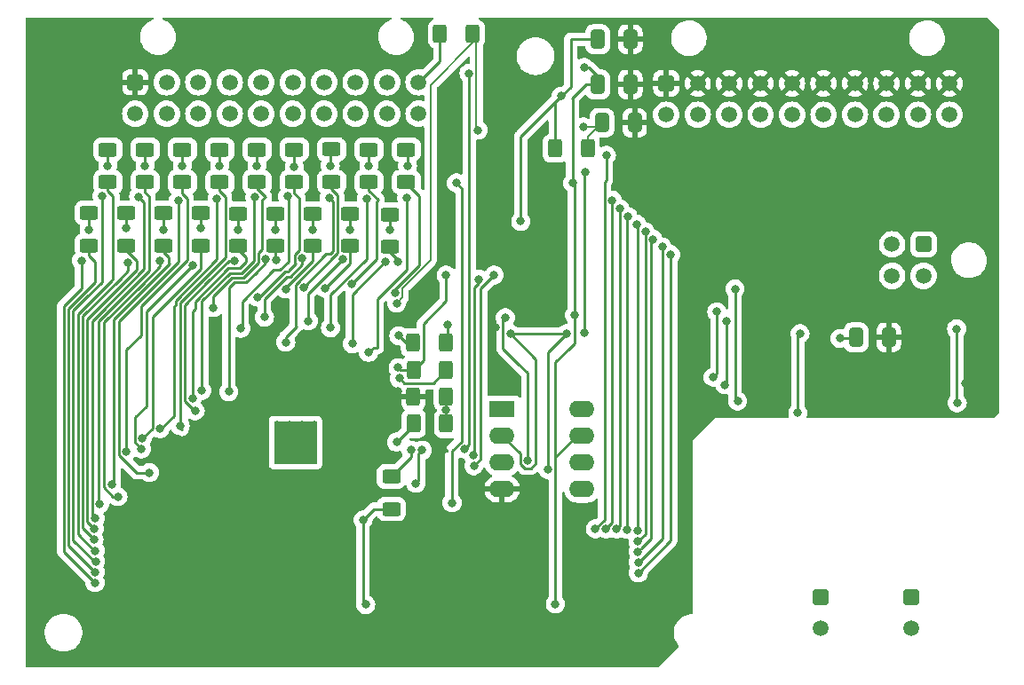
<source format=gbr>
%TF.GenerationSoftware,KiCad,Pcbnew,7.0.8*%
%TF.CreationDate,2024-05-16T20:38:27+02:00*%
%TF.ProjectId,FTCMS_V2,4654434d-535f-4563-922e-6b696361645f,rev?*%
%TF.SameCoordinates,Original*%
%TF.FileFunction,Copper,L2,Bot*%
%TF.FilePolarity,Positive*%
%FSLAX46Y46*%
G04 Gerber Fmt 4.6, Leading zero omitted, Abs format (unit mm)*
G04 Created by KiCad (PCBNEW 7.0.8) date 2024-05-16 20:38:27*
%MOMM*%
%LPD*%
G01*
G04 APERTURE LIST*
G04 Aperture macros list*
%AMRoundRect*
0 Rectangle with rounded corners*
0 $1 Rounding radius*
0 $2 $3 $4 $5 $6 $7 $8 $9 X,Y pos of 4 corners*
0 Add a 4 corners polygon primitive as box body*
4,1,4,$2,$3,$4,$5,$6,$7,$8,$9,$2,$3,0*
0 Add four circle primitives for the rounded corners*
1,1,$1+$1,$2,$3*
1,1,$1+$1,$4,$5*
1,1,$1+$1,$6,$7*
1,1,$1+$1,$8,$9*
0 Add four rect primitives between the rounded corners*
20,1,$1+$1,$2,$3,$4,$5,0*
20,1,$1+$1,$4,$5,$6,$7,0*
20,1,$1+$1,$6,$7,$8,$9,0*
20,1,$1+$1,$8,$9,$2,$3,0*%
G04 Aperture macros list end*
%TA.AperFunction,ComponentPad*%
%ADD10RoundRect,0.250001X-0.499999X0.499999X-0.499999X-0.499999X0.499999X-0.499999X0.499999X0.499999X0*%
%TD*%
%TA.AperFunction,ComponentPad*%
%ADD11C,1.500000*%
%TD*%
%TA.AperFunction,ComponentPad*%
%ADD12R,2.400000X1.600000*%
%TD*%
%TA.AperFunction,ComponentPad*%
%ADD13O,2.400000X1.600000*%
%TD*%
%TA.AperFunction,ComponentPad*%
%ADD14RoundRect,0.250001X-0.499999X-0.499999X0.499999X-0.499999X0.499999X0.499999X-0.499999X0.499999X0*%
%TD*%
%TA.AperFunction,ComponentPad*%
%ADD15C,0.500000*%
%TD*%
%TA.AperFunction,SMDPad,CuDef*%
%ADD16R,4.100000X4.100000*%
%TD*%
%TA.AperFunction,SMDPad,CuDef*%
%ADD17RoundRect,0.250000X-0.625000X0.400000X-0.625000X-0.400000X0.625000X-0.400000X0.625000X0.400000X0*%
%TD*%
%TA.AperFunction,SMDPad,CuDef*%
%ADD18RoundRect,0.250000X-0.400000X-0.625000X0.400000X-0.625000X0.400000X0.625000X-0.400000X0.625000X0*%
%TD*%
%TA.AperFunction,SMDPad,CuDef*%
%ADD19RoundRect,0.250000X0.412500X0.650000X-0.412500X0.650000X-0.412500X-0.650000X0.412500X-0.650000X0*%
%TD*%
%TA.AperFunction,SMDPad,CuDef*%
%ADD20RoundRect,0.250000X-0.412500X-0.650000X0.412500X-0.650000X0.412500X0.650000X-0.412500X0.650000X0*%
%TD*%
%TA.AperFunction,SMDPad,CuDef*%
%ADD21RoundRect,0.250000X0.400000X0.625000X-0.400000X0.625000X-0.400000X-0.625000X0.400000X-0.625000X0*%
%TD*%
%TA.AperFunction,ViaPad*%
%ADD22C,0.800000*%
%TD*%
%TA.AperFunction,Conductor*%
%ADD23C,0.200000*%
%TD*%
%TA.AperFunction,Conductor*%
%ADD24C,0.250000*%
%TD*%
G04 APERTURE END LIST*
D10*
%TO.P,J4,1,Pin_1*%
%TO.N,SCK*%
X186992800Y-122960000D03*
D11*
%TO.P,J4,2,Pin_2*%
%TO.N,CS*%
X186992800Y-125960000D03*
%TO.P,J4,3,Pin_3*%
%TO.N,MOSI*%
X183992800Y-122960000D03*
%TO.P,J4,4,Pin_4*%
%TO.N,MISO*%
X183992800Y-125960000D03*
%TD*%
D12*
%TO.P,OP1,1*%
%TO.N,N/C*%
X146812000Y-138684000D03*
D13*
%TO.P,OP1,2,-IN*%
%TO.N,Net-(OP1--IN)*%
X146812000Y-141224000D03*
%TO.P,OP1,3,+IN*%
%TO.N,Vref2*%
X146812000Y-143764000D03*
%TO.P,OP1,4,V-*%
%TO.N,V-*%
X146812000Y-146304000D03*
%TO.P,OP1,5,SHDN*%
%TO.N,unconnected-(OP1-SHDN-Pad5)*%
X154432000Y-146304000D03*
%TO.P,OP1,6,OUT*%
%TO.N,Net-(OP1--IN)*%
X154432000Y-143764000D03*
%TO.P,OP1,7,V+*%
%TO.N,Vreg*%
X154432000Y-141224000D03*
%TO.P,OP1,8*%
%TO.N,N/C*%
X154432000Y-138684000D03*
%TD*%
D14*
%TO.P,J6,1,Pin_1*%
%TO.N,Net-(J6-Pin_1)*%
X177190400Y-156626800D03*
D11*
%TO.P,J6,2,Pin_2*%
%TO.N,Net-(J6-Pin_2)*%
X177190400Y-159626800D03*
%TD*%
D15*
%TO.P,U1,65*%
%TO.N,N/C*%
X128936000Y-140068000D03*
X127736000Y-140068000D03*
X126536000Y-140068000D03*
X125336000Y-140068000D03*
X128936000Y-141268000D03*
X127736000Y-141268000D03*
X126536000Y-141268000D03*
X125336000Y-141268000D03*
D16*
X127136000Y-141868000D03*
D15*
X128936000Y-142468000D03*
X127736000Y-142468000D03*
X126536000Y-142468000D03*
X125336000Y-142468000D03*
X128936000Y-143668000D03*
X127736000Y-143668000D03*
X126536000Y-143668000D03*
X125336000Y-143668000D03*
%TD*%
D14*
%TO.P,J2,1,Pin_1*%
%TO.N,V-*%
X162458400Y-107594400D03*
D11*
%TO.P,J2,2,Pin_2*%
%TO.N,GPIO9*%
X162458400Y-110594400D03*
%TO.P,J2,3,Pin_3*%
%TO.N,V-*%
X165458400Y-107594400D03*
%TO.P,J2,4,Pin_4*%
%TO.N,GPIO8*%
X165458400Y-110594400D03*
%TO.P,J2,5,Pin_5*%
%TO.N,V-*%
X168458400Y-107594400D03*
%TO.P,J2,6,Pin_6*%
%TO.N,GPIO7*%
X168458400Y-110594400D03*
%TO.P,J2,7,Pin_7*%
%TO.N,V-*%
X171458400Y-107594400D03*
%TO.P,J2,8,Pin_8*%
%TO.N,GPIO6*%
X171458400Y-110594400D03*
%TO.P,J2,9,Pin_9*%
%TO.N,V-*%
X174458400Y-107594400D03*
%TO.P,J2,10,Pin_10*%
%TO.N,GPIO5*%
X174458400Y-110594400D03*
%TO.P,J2,11,Pin_11*%
%TO.N,V-*%
X177458400Y-107594400D03*
%TO.P,J2,12,Pin_12*%
%TO.N,GPIO4*%
X177458400Y-110594400D03*
%TO.P,J2,13,Pin_13*%
%TO.N,V-*%
X180458400Y-107594400D03*
%TO.P,J2,14,Pin_14*%
%TO.N,GPIO3*%
X180458400Y-110594400D03*
%TO.P,J2,15,Pin_15*%
%TO.N,V-*%
X183458400Y-107594400D03*
%TO.P,J2,16,Pin_16*%
%TO.N,GPIO2*%
X183458400Y-110594400D03*
%TO.P,J2,17,Pin_17*%
%TO.N,V-*%
X186458400Y-107594400D03*
%TO.P,J2,18,Pin_18*%
%TO.N,GPIO1*%
X186458400Y-110594400D03*
%TO.P,J2,19,Pin_19*%
%TO.N,V-*%
X189458400Y-107594400D03*
%TO.P,J2,20,Pin_20*%
%TO.N,unconnected-(J2-Pin_20-Pad20)*%
X189458400Y-110594400D03*
%TD*%
D14*
%TO.P,J3,1,Pin_1*%
%TO.N,Net-(J3-Pin_1)*%
X185775600Y-156626800D03*
D11*
%TO.P,J3,2,Pin_2*%
%TO.N,Net-(J3-Pin_2)*%
X185775600Y-159626800D03*
%TD*%
D14*
%TO.P,J1,1,Pin_1*%
%TO.N,V-*%
X111849000Y-107490000D03*
D11*
%TO.P,J1,2,Pin_2*%
%TO.N,Net-(J1-Pin_2)*%
X111849000Y-110490000D03*
%TO.P,J1,3,Pin_3*%
%TO.N,Net-(J1-Pin_3)*%
X114849000Y-107490000D03*
%TO.P,J1,4,Pin_4*%
%TO.N,Net-(J1-Pin_4)*%
X114849000Y-110490000D03*
%TO.P,J1,5,Pin_5*%
%TO.N,Net-(J1-Pin_5)*%
X117849000Y-107490000D03*
%TO.P,J1,6,Pin_6*%
%TO.N,Net-(J1-Pin_6)*%
X117849000Y-110490000D03*
%TO.P,J1,7,Pin_7*%
%TO.N,Net-(J1-Pin_7)*%
X120849000Y-107490000D03*
%TO.P,J1,8,Pin_8*%
%TO.N,Net-(J1-Pin_8)*%
X120849000Y-110490000D03*
%TO.P,J1,9,Pin_9*%
%TO.N,Net-(J1-Pin_9)*%
X123849000Y-107490000D03*
%TO.P,J1,10,Pin_10*%
%TO.N,Net-(J1-Pin_10)*%
X123849000Y-110490000D03*
%TO.P,J1,11,Pin_11*%
%TO.N,Net-(J1-Pin_11)*%
X126849000Y-107490000D03*
%TO.P,J1,12,Pin_12*%
%TO.N,Net-(J1-Pin_12)*%
X126849000Y-110490000D03*
%TO.P,J1,13,Pin_13*%
%TO.N,Net-(J1-Pin_13)*%
X129849000Y-107490000D03*
%TO.P,J1,14,Pin_14*%
%TO.N,Net-(J1-Pin_14)*%
X129849000Y-110490000D03*
%TO.P,J1,15,Pin_15*%
%TO.N,Net-(J1-Pin_15)*%
X132849000Y-107490000D03*
%TO.P,J1,16,Pin_16*%
%TO.N,Net-(J1-Pin_16)*%
X132849000Y-110490000D03*
%TO.P,J1,17,Pin_17*%
%TO.N,Net-(J1-Pin_17)*%
X135849000Y-107490000D03*
%TO.P,J1,18,Pin_18*%
%TO.N,Net-(J1-Pin_18)*%
X135849000Y-110490000D03*
%TO.P,J1,19,Pin_19*%
%TO.N,Net-(J1-Pin_19)*%
X138849000Y-107490000D03*
%TO.P,J1,20,Pin_20*%
%TO.N,unconnected-(J1-Pin_20-Pad20)*%
X138849000Y-110490000D03*
%TD*%
D17*
%TO.P,R18,1*%
%TO.N,Net-(J1-Pin_19)*%
X137668000Y-113919000D03*
%TO.P,R18,2*%
%TO.N,Net-(U1-C18)*%
X137668000Y-117019000D03*
%TD*%
%TO.P,R17,1*%
%TO.N,Net-(J1-Pin_18)*%
X136144000Y-120116000D03*
%TO.P,R17,2*%
%TO.N,Net-(U1-C17)*%
X136144000Y-123216000D03*
%TD*%
%TO.P,R3,1*%
%TO.N,Net-(J1-Pin_4)*%
X110998000Y-119963000D03*
%TO.P,R3,2*%
%TO.N,Net-(U1-C3)*%
X110998000Y-123063000D03*
%TD*%
%TO.P,R4,1*%
%TO.N,Net-(J1-Pin_5)*%
X112776000Y-113919000D03*
%TO.P,R4,2*%
%TO.N,Net-(U1-C4)*%
X112776000Y-117019000D03*
%TD*%
%TO.P,R10,1*%
%TO.N,Net-(J1-Pin_11)*%
X123444000Y-113919000D03*
%TO.P,R10,2*%
%TO.N,Net-(U1-C10)*%
X123444000Y-117019000D03*
%TD*%
%TO.P,R14,1*%
%TO.N,Net-(J1-Pin_15)*%
X130556000Y-113893000D03*
%TO.P,R14,2*%
%TO.N,Net-(U1-C14)*%
X130556000Y-116993000D03*
%TD*%
D18*
%TO.P,R19,1*%
%TO.N,Net-(J1-Pin_19)*%
X140893200Y-102870000D03*
%TO.P,R19,2*%
%TO.N,V+*%
X143993200Y-102870000D03*
%TD*%
D19*
%TO.P,C25,1*%
%TO.N,V-*%
X183680500Y-131826000D03*
%TO.P,C25,2*%
%TO.N,Net-(C25-Pad2)*%
X180555500Y-131826000D03*
%TD*%
D17*
%TO.P,R15,1*%
%TO.N,Net-(J1-Pin_16)*%
X132334000Y-120015000D03*
%TO.P,R15,2*%
%TO.N,Net-(U1-C15)*%
X132334000Y-123115000D03*
%TD*%
D20*
%TO.P,C1,1*%
%TO.N,V+*%
X156323900Y-111353600D03*
%TO.P,C1,2*%
%TO.N,V-*%
X159448900Y-111353600D03*
%TD*%
D17*
%TO.P,R1,1*%
%TO.N,Net-(J1-Pin_2)*%
X107442000Y-119963000D03*
%TO.P,R1,2*%
%TO.N,C1*%
X107442000Y-123063000D03*
%TD*%
%TO.P,R27,1*%
%TO.N,Net-(U1-WDT)*%
X136245600Y-145109600D03*
%TO.P,R27,2*%
%TO.N,Vreg*%
X136245600Y-148209600D03*
%TD*%
%TO.P,R13,1*%
%TO.N,Net-(J1-Pin_14)*%
X128778000Y-120015000D03*
%TO.P,R13,2*%
%TO.N,Net-(U1-C13)*%
X128778000Y-123115000D03*
%TD*%
%TO.P,R11,1*%
%TO.N,Net-(J1-Pin_12)*%
X125222000Y-120015000D03*
%TO.P,R11,2*%
%TO.N,Net-(U1-C11)*%
X125222000Y-123115000D03*
%TD*%
D18*
%TO.P,R25,1*%
%TO.N,IBIAS*%
X138379200Y-140055600D03*
%TO.P,R25,2*%
%TO.N,ICMP*%
X141479200Y-140055600D03*
%TD*%
D21*
%TO.P,R26,1*%
%TO.N,ICMP*%
X141454400Y-137464800D03*
%TO.P,R26,2*%
%TO.N,V-*%
X138354400Y-137464800D03*
%TD*%
D17*
%TO.P,R5,1*%
%TO.N,Net-(J1-Pin_6)*%
X114554000Y-119963000D03*
%TO.P,R5,2*%
%TO.N,Net-(U1-C5)*%
X114554000Y-123063000D03*
%TD*%
%TO.P,R8,1*%
%TO.N,Net-(J1-Pin_9)*%
X119888000Y-113919000D03*
%TO.P,R8,2*%
%TO.N,Net-(U1-C8)*%
X119888000Y-117019000D03*
%TD*%
D21*
%TO.P,R23,1*%
%TO.N,IPB*%
X141428400Y-132334000D03*
%TO.P,R23,2*%
%TO.N,IMB*%
X138328400Y-132334000D03*
%TD*%
D20*
%TO.P,C21,1*%
%TO.N,Net-(Q1-C)*%
X155917500Y-103378000D03*
%TO.P,C21,2*%
%TO.N,V-*%
X159042500Y-103378000D03*
%TD*%
D17*
%TO.P,R6,1*%
%TO.N,Net-(J1-Pin_7)*%
X116332000Y-113919000D03*
%TO.P,R6,2*%
%TO.N,Net-(U1-C6)*%
X116332000Y-117019000D03*
%TD*%
%TO.P,R12,1*%
%TO.N,Net-(J1-Pin_13)*%
X127000000Y-113919000D03*
%TO.P,R12,2*%
%TO.N,Net-(U1-C12)*%
X127000000Y-117019000D03*
%TD*%
%TO.P,R7,1*%
%TO.N,Net-(J1-Pin_8)*%
X118110000Y-119963000D03*
%TO.P,R7,2*%
%TO.N,Net-(U1-C7)*%
X118110000Y-123063000D03*
%TD*%
D18*
%TO.P,R20,1*%
%TO.N,Net-(Q1-C)*%
X151866000Y-113792000D03*
%TO.P,R20,2*%
%TO.N,V+*%
X154966000Y-113792000D03*
%TD*%
%TO.P,R32,1*%
%TO.N,Net-(JP4-C)*%
X138379200Y-134975600D03*
%TO.P,R32,2*%
%TO.N,Net-(JP3-C)*%
X141479200Y-134975600D03*
%TD*%
D17*
%TO.P,R9,1*%
%TO.N,Net-(J1-Pin_10)*%
X121666000Y-120015000D03*
%TO.P,R9,2*%
%TO.N,Net-(U1-C9)*%
X121666000Y-123115000D03*
%TD*%
%TO.P,R2,1*%
%TO.N,Net-(J1-Pin_3)*%
X109220000Y-113919000D03*
%TO.P,R2,2*%
%TO.N,C2*%
X109220000Y-117019000D03*
%TD*%
D20*
%TO.P,C20,1*%
%TO.N,Vreg*%
X155917500Y-107696000D03*
%TO.P,C20,2*%
%TO.N,V-*%
X159042500Y-107696000D03*
%TD*%
D17*
%TO.P,R16,1*%
%TO.N,Net-(J1-Pin_17)*%
X134112000Y-113919000D03*
%TO.P,R16,2*%
%TO.N,Net-(U1-C16)*%
X134112000Y-117019000D03*
%TD*%
D22*
%TO.N,V+*%
X154533600Y-111760000D03*
X136753600Y-128574800D03*
X144526000Y-112064800D03*
%TO.N,V-*%
X182930800Y-133654800D03*
X145948400Y-136462100D03*
X141224000Y-142595600D03*
X144373600Y-148488400D03*
X136906000Y-136956800D03*
X127178400Y-156667200D03*
X144678400Y-145186400D03*
X146175300Y-130860800D03*
X191008000Y-136245600D03*
%TO.N,Net-(U1-C3)*%
X107948267Y-150096121D03*
%TO.N,Net-(U1-C4)*%
X108458000Y-147726400D03*
%TO.N,Net-(U1-C5)*%
X109575600Y-145846800D03*
%TO.N,Net-(U1-C6)*%
X110998000Y-142748000D03*
%TO.N,Net-(U1-C7)*%
X112522000Y-141474700D03*
%TO.N,Net-(U1-C8)*%
X116122200Y-140258800D03*
%TO.N,Net-(U1-C9)*%
X117297200Y-137617200D03*
%TO.N,Net-(U1-C10)*%
X119278400Y-128981200D03*
%TO.N,Net-(U1-C11)*%
X125296228Y-124468556D03*
%TO.N,Net-(U1-C12)*%
X123470733Y-127972396D03*
%TO.N,Net-(U1-C13)*%
X126187200Y-127203200D03*
%TO.N,Net-(U1-C14)*%
X127863997Y-127077981D03*
%TO.N,Net-(U1-C15)*%
X129946400Y-127152400D03*
%TO.N,Net-(U1-C16)*%
X132459451Y-126769851D03*
%TO.N,Net-(U1-C17)*%
X136900000Y-124600000D03*
%TO.N,Net-(U1-C18)*%
X136601200Y-127558800D03*
%TO.N,C2*%
X108000800Y-152196800D03*
%TO.N,C1*%
X108000800Y-154228800D03*
%TO.N,Vreg*%
X153720800Y-129692400D03*
X133553200Y-149250400D03*
X154635200Y-106070400D03*
X133807200Y-157327600D03*
X153517600Y-117094000D03*
X151892000Y-157276800D03*
%TO.N,Net-(Q1-C)*%
X152450800Y-108813600D03*
X148590000Y-120751600D03*
%TO.N,Vref1*%
X138582400Y-145745200D03*
X139192000Y-142595600D03*
%TO.N,Vref2*%
X147116800Y-129946400D03*
X149250400Y-143611600D03*
%TO.N,Net-(C25-Pad2)*%
X179019200Y-131927600D03*
%TO.N,Net-(J1-Pin_2)*%
X107442000Y-121539000D03*
%TO.N,Net-(J1-Pin_3)*%
X109220000Y-115443000D03*
%TO.N,Net-(J1-Pin_4)*%
X110998000Y-121412000D03*
%TO.N,Net-(J1-Pin_5)*%
X112776000Y-115443000D03*
%TO.N,Net-(J1-Pin_6)*%
X114554000Y-121539000D03*
%TO.N,Net-(J1-Pin_7)*%
X116332000Y-115443000D03*
%TO.N,Net-(J1-Pin_8)*%
X118110000Y-121412000D03*
%TO.N,Net-(J1-Pin_9)*%
X119888000Y-115443000D03*
%TO.N,Net-(J1-Pin_10)*%
X121666000Y-121539000D03*
%TO.N,Net-(J1-Pin_11)*%
X123444000Y-115443000D03*
%TO.N,Net-(J1-Pin_12)*%
X125222000Y-121539000D03*
%TO.N,Net-(J1-Pin_13)*%
X127000000Y-115570000D03*
%TO.N,Net-(J1-Pin_14)*%
X128778000Y-121539000D03*
%TO.N,Net-(J1-Pin_15)*%
X130429000Y-115443000D03*
%TO.N,Net-(J1-Pin_16)*%
X132334000Y-121539000D03*
%TO.N,Net-(J1-Pin_17)*%
X134112000Y-115443000D03*
%TO.N,Net-(J1-Pin_18)*%
X136144000Y-121539000D03*
%TO.N,Net-(J1-Pin_19)*%
X137795000Y-115443000D03*
%TO.N,S1*%
X106730800Y-124510800D03*
X108000800Y-155244800D03*
%TO.N,S2*%
X108661200Y-118364000D03*
X108051600Y-153212800D03*
%TO.N,S3*%
X107899200Y-151130000D03*
X111146101Y-124718299D03*
%TO.N,MOSI*%
X144120423Y-144082864D03*
X146050000Y-125882400D03*
%TO.N,ISOMD*%
X143256000Y-142494000D03*
X143662400Y-106629200D03*
%TO.N,Net-(JP3-C)*%
X137007600Y-135737600D03*
X167284400Y-129387600D03*
X166928800Y-135636000D03*
%TO.N,Net-(JP4-C)*%
X141478000Y-125882400D03*
X136906000Y-134721600D03*
%TO.N,Net-(OP1--IN)*%
X152958800Y-131470400D03*
X154635200Y-131368800D03*
X151167500Y-144424400D03*
X147624800Y-131508100D03*
X154736800Y-116027200D03*
%TO.N,IBIAS*%
X136763632Y-141825055D03*
%TO.N,ICMP*%
X141479200Y-138734800D03*
%TO.N,GPIO9*%
X155702000Y-150114000D03*
X156750000Y-114450000D03*
%TO.N,GPIO8*%
X156722299Y-150118299D03*
X157315500Y-118745000D03*
%TO.N,GPIO7*%
X158040000Y-119557716D03*
X157742598Y-150122598D03*
%TO.N,GPIO6*%
X158741774Y-150148143D03*
X158811771Y-120282216D03*
%TO.N,GPIO5*%
X159639000Y-121031000D03*
X159734092Y-150267775D03*
%TO.N,GPIO4*%
X159766315Y-151266758D03*
X160458592Y-121755500D03*
%TO.N,GPIO3*%
X161185136Y-122480000D03*
X159775336Y-152282336D03*
%TO.N,GPIO2*%
X162069716Y-123204500D03*
X159782609Y-153299662D03*
%TO.N,GPIO1*%
X159810898Y-154298764D03*
X162884398Y-123928984D03*
%TO.N,VDRIVE*%
X142036800Y-147624800D03*
X142443200Y-117094000D03*
%TO.N,Net-(U1-S4)*%
X108000800Y-149098000D03*
X112164766Y-118397367D03*
%TO.N,Net-(U1-S5)*%
X110185200Y-147015200D03*
X114198400Y-124561600D03*
%TO.N,Net-(U1-S6)*%
X113182400Y-144729200D03*
X115964254Y-118766852D03*
%TO.N,IMB*%
X136970100Y-131673600D03*
X190195200Y-138074400D03*
X190144400Y-131013200D03*
%TO.N,IPB*%
X141630400Y-130606800D03*
X168198800Y-130251200D03*
X168046400Y-136347200D03*
%TO.N,IMA*%
X175006000Y-139039600D03*
X175209200Y-131470400D03*
%TO.N,IPA*%
X169011600Y-127203200D03*
X169265600Y-137922000D03*
%TO.N,Net-(U1-S7)*%
X117348000Y-124917200D03*
X112417720Y-142468748D03*
%TO.N,Net-(U1-S8)*%
X114200000Y-140550000D03*
X119629701Y-118622299D03*
%TO.N,Net-(U1-S9)*%
X117551200Y-138836400D03*
X121259600Y-124504700D03*
%TO.N,Net-(U1-S10)*%
X123240800Y-118465600D03*
X118200500Y-136897033D03*
%TO.N,Net-(U1-S11)*%
X120750638Y-137007600D03*
X124303301Y-124354101D03*
%TO.N,Net-(U1-S12)*%
X121900000Y-130950000D03*
X126351987Y-118383206D03*
%TO.N,Net-(U1-S13)*%
X127762000Y-124307600D03*
X124155200Y-129895600D03*
%TO.N,Net-(U1-S14)*%
X126187200Y-132283200D03*
X130323101Y-118495299D03*
%TO.N,Net-(U1-S15)*%
X128320800Y-130251200D03*
X131600000Y-124400000D03*
%TO.N,Net-(U1-S16)*%
X133879101Y-118596899D03*
X130454400Y-130911600D03*
%TO.N,Net-(U1-S17)*%
X132537200Y-132435600D03*
X135700000Y-124600000D03*
%TO.N,Net-(U1-S18)*%
X134082301Y-133269501D03*
X137718800Y-118516400D03*
%TO.N,Net-(U1-WDT)*%
X138125200Y-142595600D03*
%TO.N,MISO*%
X144623301Y-126284501D03*
X144062004Y-143085070D03*
%TD*%
D23*
%TO.N,V+*%
X154966000Y-112711500D02*
X156323900Y-111353600D01*
X144362400Y-111901200D02*
X144526000Y-112064800D01*
X154533600Y-111760000D02*
X155917500Y-111760000D01*
X143993200Y-103745000D02*
X140004800Y-107733400D01*
X140004800Y-107733400D02*
X140004800Y-124256800D01*
X140004800Y-124409200D02*
X140004800Y-124256800D01*
X137301200Y-127192000D02*
X137261600Y-127152400D01*
X137261600Y-127152400D02*
X140004800Y-124409200D01*
X143993200Y-102870000D02*
X144362400Y-103239200D01*
X136855200Y-128574800D02*
X136753600Y-128574800D01*
X137301200Y-128027200D02*
X137301200Y-127192000D01*
X154966000Y-113792000D02*
X154966000Y-112711500D01*
X155917500Y-111760000D02*
X156323900Y-111353600D01*
X143993200Y-102870000D02*
X143993200Y-103745000D01*
X136753600Y-128574800D02*
X137301200Y-128027200D01*
X144362400Y-103239200D02*
X144362400Y-111901200D01*
%TO.N,V-*%
X138354400Y-137464800D02*
X137414000Y-137464800D01*
X137414000Y-137464800D02*
X136906000Y-136956800D01*
X141611800Y-142595600D02*
X141611800Y-142697200D01*
X141224000Y-142595600D02*
X141611800Y-142595600D01*
D24*
%TO.N,Net-(U1-C3)*%
X107275800Y-130083012D02*
X107275800Y-149423654D01*
X107275800Y-149423654D02*
X107948267Y-150096121D01*
X110998000Y-123063000D02*
X110998000Y-123545600D01*
X111963200Y-125395612D02*
X107275800Y-130083012D01*
X110998000Y-123545600D02*
X111963200Y-124510800D01*
X111963200Y-124510800D02*
X111963200Y-125395612D01*
%TO.N,Net-(U1-C4)*%
X108356400Y-147624800D02*
X108458000Y-147726400D01*
X108356400Y-130275204D02*
X108356400Y-131724400D01*
X108356400Y-131724400D02*
X108356400Y-147624800D01*
X113131600Y-125272800D02*
X113131600Y-125500004D01*
X109587602Y-129044002D02*
X108356400Y-130275204D01*
X113131600Y-125500004D02*
X109587602Y-129044002D01*
X112776000Y-118008400D02*
X113131600Y-118364000D01*
X113131600Y-118364000D02*
X113131600Y-125272800D01*
X112776000Y-117019000D02*
X112776000Y-118008400D01*
%TO.N,Net-(U1-C5)*%
X109823000Y-131368800D02*
X109823000Y-145599400D01*
X109823000Y-145599400D02*
X109575600Y-145846800D01*
X114554000Y-123063000D02*
X114554000Y-123698000D01*
X115062000Y-124764800D02*
X115112800Y-124815600D01*
X109823000Y-130105400D02*
X109823000Y-131368800D01*
X115112800Y-124815600D02*
X109823000Y-130105400D01*
X115062000Y-124206000D02*
X115062000Y-124764800D01*
X114554000Y-123698000D02*
X115062000Y-124206000D01*
%TO.N,Net-(U1-C6)*%
X116657547Y-124582348D02*
X112369600Y-128870295D01*
X116789200Y-124450695D02*
X116657547Y-124582348D01*
X112369600Y-131622800D02*
X110998000Y-132994400D01*
X110998000Y-132994400D02*
X110998000Y-142748000D01*
X112369600Y-128870295D02*
X112369600Y-131622800D01*
X116332000Y-118110000D02*
X116789200Y-118567200D01*
X116332000Y-117019000D02*
X116332000Y-118110000D01*
X116789200Y-118567200D02*
X116789200Y-124450695D01*
%TO.N,Net-(U1-C7)*%
X118110000Y-125289685D02*
X113499277Y-129900408D01*
X113499277Y-140497423D02*
X112522000Y-141474700D01*
X113499277Y-129900408D02*
X113499277Y-140497423D01*
X118110000Y-123063000D02*
X118110000Y-125289685D01*
%TO.N,Net-(U1-C8)*%
X116122200Y-140459000D02*
X116281200Y-140618000D01*
X120446800Y-118414800D02*
X120446800Y-124225677D01*
X116122200Y-128550277D02*
X116122200Y-140258800D01*
X116122200Y-140258800D02*
X116122200Y-140459000D01*
X119888000Y-117019000D02*
X119888000Y-117856000D01*
X120446800Y-124225677D02*
X116122200Y-128550277D01*
X119888000Y-117856000D02*
X120446800Y-118414800D01*
%TO.N,Net-(U1-C9)*%
X120716069Y-125229200D02*
X117551200Y-128394069D01*
X122377200Y-124636404D02*
X121784404Y-125229200D01*
X121666000Y-123444000D02*
X122377200Y-124155200D01*
X117297200Y-129336800D02*
X117297200Y-137617200D01*
X121666000Y-123115000D02*
X121666000Y-123444000D01*
X122377200Y-124155200D02*
X122377200Y-124636404D01*
X117551200Y-128394069D02*
X117551200Y-129082800D01*
X117551200Y-129082800D02*
X117297200Y-129336800D01*
X121784404Y-125229200D02*
X120716069Y-125229200D01*
X121666000Y-123115000D02*
X121666000Y-123494800D01*
%TO.N,Net-(U1-C10)*%
X123578301Y-124732099D02*
X122166800Y-126143600D01*
X123578301Y-124654406D02*
X123578301Y-124732099D01*
X121361200Y-126143600D02*
X121074461Y-126143600D01*
X124256800Y-118414800D02*
X123952000Y-118719600D01*
X123952000Y-123393200D02*
X123578301Y-123766899D01*
X123578301Y-123766899D02*
X123578301Y-124654406D01*
X122166800Y-126143600D02*
X121361200Y-126143600D01*
X123444000Y-117019000D02*
X123444000Y-117602000D01*
X123952000Y-118719600D02*
X123952000Y-121412000D01*
X123952000Y-121412000D02*
X123952000Y-123393200D01*
X123444000Y-117602000D02*
X124256800Y-118414800D01*
X119278400Y-127939661D02*
X119278400Y-128981200D01*
X121074461Y-126143600D02*
X119278400Y-127939661D01*
%TO.N,Net-(U1-C11)*%
X125222000Y-123115000D02*
X125222000Y-124460000D01*
%TO.N,Net-(U1-C12)*%
X127037000Y-124751000D02*
X127101600Y-124815600D01*
X127457200Y-118516400D02*
X127457200Y-123545600D01*
X127000000Y-118059200D02*
X127457200Y-118516400D01*
X127037000Y-123965800D02*
X127037000Y-124751000D01*
X127101600Y-124815600D02*
X126441200Y-125476000D01*
X125628400Y-126034800D02*
X123690804Y-127972396D01*
X127457200Y-123545600D02*
X127304800Y-123698000D01*
X126096915Y-125566285D02*
X125628400Y-126034800D01*
X126441200Y-125476000D02*
X126441200Y-125566285D01*
X127000000Y-117019000D02*
X127000000Y-117754400D01*
X127000000Y-117754400D02*
X127000000Y-118059200D01*
X123690804Y-127972396D02*
X123470733Y-127972396D01*
X127304800Y-123698000D02*
X127037000Y-123965800D01*
X126441200Y-125566285D02*
X126096915Y-125566285D01*
%TO.N,Net-(U1-C13)*%
X126187200Y-127093077D02*
X126187200Y-127203200D01*
X128778000Y-124502277D02*
X127630738Y-125649539D01*
X128778000Y-123115000D02*
X128778000Y-124502277D01*
X127630738Y-125649539D02*
X126187200Y-127093077D01*
%TO.N,Net-(U1-C14)*%
X130884500Y-124056771D02*
X131134000Y-123807271D01*
X130556000Y-117703600D02*
X130556000Y-116993000D01*
X127863997Y-127077981D02*
X130884500Y-124057478D01*
X130884500Y-124057478D02*
X130884500Y-124056771D01*
X131134000Y-123807271D02*
X131134000Y-118281600D01*
X131134000Y-118281600D02*
X130556000Y-117703600D01*
%TO.N,Net-(U1-C15)*%
X132334000Y-124764800D02*
X129946400Y-127152400D01*
X132334000Y-123115000D02*
X132334000Y-124764800D01*
%TO.N,Net-(U1-C16)*%
X134823200Y-118821200D02*
X134823200Y-124358400D01*
X134112000Y-117805200D02*
X134975600Y-118668800D01*
X134975600Y-118668800D02*
X134823200Y-118821200D01*
X132459451Y-126722149D02*
X132459451Y-126769851D01*
X134823200Y-124358400D02*
X132459451Y-126722149D01*
X134112000Y-117019000D02*
X134112000Y-117805200D01*
%TO.N,Net-(U1-C17)*%
X136144000Y-123683793D02*
X136909504Y-124449297D01*
X136144000Y-123216000D02*
X136144000Y-123683793D01*
%TO.N,Net-(U1-C18)*%
X136601200Y-127558800D02*
X136601200Y-127203200D01*
X136601200Y-127203200D02*
X138887200Y-124917200D01*
X137668000Y-117019000D02*
X137668000Y-117094000D01*
X137668000Y-117094000D02*
X138887200Y-118313200D01*
X138887200Y-118313200D02*
X138887200Y-124917200D01*
%TO.N,C2*%
X109728000Y-126262004D02*
X109511402Y-126478602D01*
X106375200Y-133248400D02*
X106375200Y-150631305D01*
X109220000Y-117856000D02*
X109728000Y-118364000D01*
X106375200Y-150631305D02*
X107940695Y-152196800D01*
X107940695Y-152196800D02*
X108000800Y-152196800D01*
X109220000Y-117019000D02*
X109220000Y-117856000D01*
X109728000Y-118364000D02*
X109728000Y-126262004D01*
X109511402Y-126478602D02*
X106375200Y-129614804D01*
X106375200Y-129614804D02*
X106375200Y-133248400D01*
%TO.N,C1*%
X108000800Y-126566804D02*
X106793602Y-127774002D01*
X107442000Y-124053600D02*
X108000800Y-124612400D01*
X106793602Y-127774002D02*
X105460800Y-129106804D01*
X105460800Y-140360400D02*
X105460800Y-151688800D01*
X105460800Y-151688800D02*
X108000800Y-154228800D01*
X108000800Y-124612400D02*
X108000800Y-126566804D01*
X105460800Y-129106804D02*
X105460800Y-140360400D01*
X107442000Y-123063000D02*
X107442000Y-124053600D01*
%TO.N,Vreg*%
X133553200Y-157073600D02*
X133807200Y-157327600D01*
X151892000Y-157276800D02*
X151892000Y-143276000D01*
X151892000Y-143276000D02*
X151892000Y-134213600D01*
X151892000Y-134213600D02*
X153314400Y-132791200D01*
X153720800Y-117297200D02*
X153517600Y-117094000D01*
X133553200Y-149250400D02*
X133553200Y-157073600D01*
X136245600Y-148209600D02*
X134594000Y-148209600D01*
X151892000Y-143276000D02*
X153883200Y-141284800D01*
X153466800Y-109016800D02*
X154787600Y-107696000D01*
X153720800Y-129692400D02*
X153720800Y-117297200D01*
X153517600Y-117094000D02*
X153517600Y-109067600D01*
X155917500Y-106946300D02*
X155041600Y-106070400D01*
X153517600Y-109067600D02*
X153466800Y-109016800D01*
X153720800Y-132384800D02*
X153720800Y-129692400D01*
X155041600Y-106070400D02*
X154635200Y-106070400D01*
X155917500Y-107696000D02*
X155917500Y-106946300D01*
X154787600Y-107696000D02*
X155917500Y-107696000D01*
X153314400Y-132791200D02*
X153720800Y-132384800D01*
X134594000Y-148209600D02*
X133553200Y-149250400D01*
%TO.N,Net-(Q1-C)*%
X153366400Y-103378000D02*
X155917500Y-103378000D01*
X148590000Y-120751600D02*
X148590000Y-112674400D01*
X151866000Y-109398400D02*
X152450800Y-108813600D01*
X151866000Y-113792000D02*
X151866000Y-109398400D01*
X153366400Y-103378000D02*
X153366400Y-107898000D01*
X148590000Y-112674400D02*
X152450800Y-108813600D01*
X153366400Y-107898000D02*
X152450800Y-108813600D01*
%TO.N,Vref1*%
X138850200Y-145477400D02*
X138850200Y-142937400D01*
X138582400Y-145745200D02*
X138850200Y-145477400D01*
X138850200Y-142937400D02*
X139192000Y-142595600D01*
%TO.N,Vref2*%
X146899800Y-130163400D02*
X146899800Y-132879000D01*
X148336000Y-134315200D02*
X149250400Y-135229600D01*
X149250400Y-135229600D02*
X149250400Y-143611600D01*
X147116800Y-129946400D02*
X146899800Y-130163400D01*
X146899800Y-132879000D02*
X148336000Y-134315200D01*
%TO.N,Net-(C25-Pad2)*%
X180453900Y-131927600D02*
X180555500Y-131826000D01*
X179019200Y-131927600D02*
X180453900Y-131927600D01*
%TO.N,Net-(J1-Pin_2)*%
X107442000Y-121539000D02*
X107442000Y-119963000D01*
%TO.N,Net-(J1-Pin_3)*%
X109220000Y-115443000D02*
X109220000Y-113919000D01*
%TO.N,Net-(J1-Pin_4)*%
X110998000Y-121412000D02*
X110998000Y-119963000D01*
%TO.N,Net-(J1-Pin_5)*%
X112776000Y-115443000D02*
X112776000Y-113919000D01*
%TO.N,Net-(J1-Pin_6)*%
X114554000Y-121539000D02*
X114554000Y-119963000D01*
%TO.N,Net-(J1-Pin_7)*%
X116332000Y-115443000D02*
X116332000Y-113919000D01*
%TO.N,Net-(J1-Pin_8)*%
X118110000Y-121412000D02*
X118110000Y-119963000D01*
%TO.N,Net-(J1-Pin_9)*%
X119888000Y-115443000D02*
X119888000Y-113919000D01*
%TO.N,Net-(J1-Pin_10)*%
X121666000Y-121539000D02*
X121666000Y-120015000D01*
%TO.N,Net-(J1-Pin_11)*%
X123444000Y-115443000D02*
X123444000Y-113919000D01*
%TO.N,Net-(J1-Pin_12)*%
X125222000Y-121539000D02*
X125222000Y-120015000D01*
%TO.N,Net-(J1-Pin_13)*%
X127000000Y-115570000D02*
X127000000Y-113919000D01*
%TO.N,Net-(J1-Pin_14)*%
X128778000Y-121539000D02*
X128778000Y-120015000D01*
%TO.N,Net-(J1-Pin_15)*%
X130429000Y-114020000D02*
X130556000Y-113893000D01*
X130429000Y-115443000D02*
X130429000Y-114020000D01*
%TO.N,Net-(J1-Pin_16)*%
X132334000Y-121539000D02*
X132334000Y-120015000D01*
%TO.N,Net-(J1-Pin_17)*%
X134112000Y-115443000D02*
X134112000Y-113919000D01*
%TO.N,Net-(J1-Pin_18)*%
X136144000Y-121539000D02*
X136144000Y-120116000D01*
%TO.N,Net-(J1-Pin_19)*%
X140893200Y-102870000D02*
X140893200Y-105445800D01*
X140893200Y-105445800D02*
X138849000Y-107490000D01*
X137795000Y-115443000D02*
X137795000Y-114046000D01*
X137795000Y-114046000D02*
X137668000Y-113919000D01*
%TO.N,S1*%
X107991495Y-155244800D02*
X108000800Y-155244800D01*
X105010800Y-152264105D02*
X107991495Y-155244800D01*
X106730800Y-127152400D02*
X105511600Y-128371600D01*
X105010800Y-128872400D02*
X105010800Y-152264105D01*
X105511600Y-128371600D02*
X105010800Y-128872400D01*
X106730800Y-124510800D02*
X106730800Y-127152400D01*
%TO.N,S2*%
X105925200Y-151171854D02*
X107966146Y-153212800D01*
X108661200Y-126542800D02*
X107188000Y-128016000D01*
X107966146Y-153212800D02*
X108051600Y-153212800D01*
X108661200Y-118364000D02*
X108661200Y-126542800D01*
X107188000Y-128016000D02*
X105925200Y-129278800D01*
X105925200Y-129278800D02*
X105925200Y-151171854D01*
%TO.N,S3*%
X106825800Y-129800600D02*
X106825800Y-130454400D01*
X110337600Y-126288800D02*
X106825800Y-129800600D01*
X111146101Y-125480299D02*
X110337600Y-126288800D01*
X106825800Y-130454400D02*
X106825800Y-150056600D01*
X111146101Y-124718299D02*
X111146101Y-125480299D01*
X106825800Y-150056600D02*
X107899200Y-151130000D01*
%TO.N,MOSI*%
X144787004Y-143416283D02*
X144787004Y-127145396D01*
X144787004Y-127145396D02*
X146050000Y-125882400D01*
X144120423Y-144082864D02*
X144787004Y-143416283D01*
%TO.N,ISOMD*%
X143662400Y-106629200D02*
X143662400Y-142087600D01*
X143662400Y-142087600D02*
X143256000Y-142494000D01*
%TO.N,Net-(JP3-C)*%
X166928800Y-135636000D02*
X167284400Y-135280400D01*
X137445600Y-136175600D02*
X137007600Y-135737600D01*
X140279200Y-136175600D02*
X137445600Y-136175600D01*
X141479200Y-134975600D02*
X140279200Y-136175600D01*
X167284400Y-135280400D02*
X167284400Y-129387600D01*
%TO.N,Net-(JP4-C)*%
X139303400Y-134051400D02*
X139303400Y-130546200D01*
X137160000Y-134975600D02*
X136906000Y-134721600D01*
X138379200Y-134975600D02*
X137160000Y-134975600D01*
X139303400Y-130546200D02*
X141478000Y-128371600D01*
X141478000Y-128371600D02*
X141478000Y-125882400D01*
X138379200Y-134975600D02*
X139303400Y-134051400D01*
%TO.N,Net-(OP1--IN)*%
X151167500Y-133261700D02*
X151167500Y-144424400D01*
X148525400Y-143911905D02*
X148950095Y-144336600D01*
X150012400Y-133895700D02*
X147624800Y-131508100D01*
X154635200Y-116128800D02*
X154736800Y-116027200D01*
X154635200Y-131368800D02*
X154635200Y-116128800D01*
X148525400Y-142937400D02*
X148525400Y-143911905D01*
X148950095Y-144336600D02*
X149550705Y-144336600D01*
X150012400Y-143874905D02*
X150012400Y-133895700D01*
X149550705Y-144336600D02*
X150012400Y-143874905D01*
X147624800Y-131508100D02*
X152921100Y-131508100D01*
X152958800Y-131470400D02*
X151167500Y-133261700D01*
X146812000Y-141224000D02*
X148525400Y-142937400D01*
X152921100Y-131508100D02*
X152958800Y-131470400D01*
%TO.N,IBIAS*%
X138379200Y-140209487D02*
X136763632Y-141825055D01*
X138379200Y-140055600D02*
X138379200Y-140209487D01*
%TO.N,ICMP*%
X141479200Y-140055600D02*
X141479200Y-137489600D01*
X141479200Y-137489600D02*
X141454400Y-137464800D01*
%TO.N,GPIO9*%
X156750000Y-116808000D02*
X156591000Y-116967000D01*
X156591000Y-116967000D02*
X156591000Y-149225000D01*
X156750000Y-114450000D02*
X156750000Y-116808000D01*
X156591000Y-149225000D02*
X155702000Y-150114000D01*
%TO.N,GPIO8*%
X156722299Y-150118299D02*
X157315500Y-149525098D01*
X157315500Y-149525098D02*
X157315500Y-118745000D01*
%TO.N,GPIO7*%
X157742598Y-150122598D02*
X158040000Y-149825196D01*
X158040000Y-149825196D02*
X158040000Y-119557716D01*
%TO.N,GPIO6*%
X158741774Y-120352213D02*
X158811771Y-120282216D01*
X158741774Y-150148143D02*
X158741774Y-120352213D01*
%TO.N,GPIO5*%
X159734092Y-150267775D02*
X159734092Y-121126092D01*
X159734092Y-121126092D02*
X159639000Y-121031000D01*
%TO.N,GPIO4*%
X160458592Y-150574481D02*
X159766315Y-151266758D01*
X160458592Y-121755500D02*
X160458592Y-150574481D01*
%TO.N,GPIO3*%
X161036000Y-151022378D02*
X161036000Y-122330864D01*
X161036000Y-122330864D02*
X161185136Y-122480000D01*
X160066620Y-151991758D02*
X161036000Y-151022378D01*
%TO.N,GPIO2*%
X162069716Y-151012555D02*
X159782609Y-153299662D01*
X162069716Y-123204500D02*
X162069716Y-151012555D01*
%TO.N,GPIO1*%
X162884398Y-123928984D02*
X162884398Y-151223178D01*
X159810898Y-154296678D02*
X159810898Y-154298764D01*
X162884398Y-151223178D02*
X159810898Y-154296678D01*
%TO.N,VDRIVE*%
X143002000Y-141782800D02*
X143002000Y-117652800D01*
X142941895Y-141782800D02*
X143002000Y-141782800D01*
X142036800Y-142687895D02*
X142941895Y-141782800D01*
X143002000Y-117652800D02*
X142443200Y-117094000D01*
X142036800Y-147624800D02*
X142036800Y-142687895D01*
%TO.N,Net-(U1-S4)*%
X108405804Y-129589404D02*
X107733000Y-130262208D01*
X107733000Y-130262208D02*
X107733000Y-148830200D01*
X112674400Y-124460000D02*
X112674400Y-125320808D01*
X112674400Y-118907001D02*
X112674400Y-124460000D01*
X112164766Y-118397367D02*
X112674400Y-118907001D01*
X107733000Y-148830200D02*
X108000800Y-149098000D01*
X112674400Y-125320808D02*
X108405804Y-129589404D01*
%TO.N,Net-(U1-S5)*%
X108850600Y-146147105D02*
X109718695Y-147015200D01*
X114198400Y-125069600D02*
X112471200Y-126796800D01*
X108850600Y-130417400D02*
X108850600Y-146147105D01*
X109718695Y-147015200D02*
X110185200Y-147015200D01*
X112471200Y-126796800D02*
X108850600Y-130417400D01*
X114198400Y-124561600D02*
X114198400Y-125069600D01*
%TO.N,Net-(U1-S6)*%
X110273000Y-143048305D02*
X111953895Y-144729200D01*
X115964254Y-118766852D02*
X115964254Y-124639245D01*
X115964254Y-124639245D02*
X110273000Y-130330499D01*
X110273000Y-130330499D02*
X110273000Y-143048305D01*
X111953895Y-144729200D02*
X113182400Y-144729200D01*
%TO.N,IMB*%
X190144400Y-131013200D02*
X190144400Y-138023600D01*
X138328400Y-132334000D02*
X137630500Y-132334000D01*
X137630500Y-132334000D02*
X136970100Y-131673600D01*
X190144400Y-138023600D02*
X190195200Y-138074400D01*
%TO.N,IPB*%
X168198800Y-136194800D02*
X168046400Y-136347200D01*
X141630400Y-132132000D02*
X141428400Y-132334000D01*
X168198800Y-130251200D02*
X168198800Y-136194800D01*
X141630400Y-130606800D02*
X141630400Y-132132000D01*
%TO.N,IMA*%
X175006000Y-131673600D02*
X175209200Y-131470400D01*
X175006000Y-139039600D02*
X175006000Y-131673600D01*
%TO.N,IPA*%
X169011600Y-127203200D02*
X169011600Y-137668000D01*
X169011600Y-137668000D02*
X169265600Y-137922000D01*
%TO.N,Net-(U1-S7)*%
X112877600Y-129387600D02*
X112877600Y-138379200D01*
X117348000Y-124917200D02*
X112877600Y-129387600D01*
X112877600Y-138379200D02*
X111797000Y-139459800D01*
X111797000Y-139459800D02*
X111797000Y-141848028D01*
X111797000Y-141848028D02*
X112417720Y-142468748D01*
%TO.N,Net-(U1-S8)*%
X115556200Y-128852673D02*
X115556200Y-139314752D01*
X115556200Y-139314752D02*
X114224277Y-140646675D01*
X119629701Y-124406380D02*
X115672200Y-128363881D01*
X119629701Y-118622299D02*
X119629701Y-124406380D01*
X115672200Y-128363881D02*
X115672200Y-128736673D01*
X115672200Y-128736673D02*
X115556200Y-128852673D01*
%TO.N,Net-(U1-S9)*%
X121259600Y-124504700D02*
X120804173Y-124504700D01*
X118793636Y-126515237D02*
X116572200Y-128736673D01*
X117491095Y-138836400D02*
X117551200Y-138836400D01*
X116572200Y-137917505D02*
X117491095Y-138836400D01*
X120804173Y-124504700D02*
X118793636Y-126515237D01*
X116572200Y-128736673D02*
X116572200Y-137917505D01*
%TO.N,Net-(U1-S10)*%
X123128301Y-124521699D02*
X121970800Y-125679200D01*
X118200500Y-128381165D02*
X118200500Y-136897033D01*
X121970800Y-125679200D02*
X120902465Y-125679200D01*
X123128301Y-118578099D02*
X123128301Y-124521699D01*
X123240800Y-118465600D02*
X123128301Y-118578099D01*
X120902465Y-125679200D02*
X118200500Y-128381165D01*
%TO.N,Net-(U1-S11)*%
X121260857Y-126593600D02*
X120750638Y-127103819D01*
X120750638Y-137057438D02*
X120750638Y-137007600D01*
X120750638Y-127103819D02*
X120750638Y-137007600D01*
X122428000Y-126593600D02*
X122021600Y-126593600D01*
X123291600Y-125730000D02*
X122428000Y-126593600D01*
X124303301Y-124354101D02*
X124303301Y-124718299D01*
X122021600Y-126593600D02*
X121260857Y-126593600D01*
X124303301Y-124718299D02*
X123291600Y-125730000D01*
%TO.N,Net-(U1-S12)*%
X125628400Y-125374400D02*
X125043424Y-125374400D01*
X122019575Y-128398249D02*
X122019575Y-130950690D01*
X125043424Y-125374400D02*
X122019575Y-128398249D01*
X126351987Y-118383206D02*
X126422000Y-118453219D01*
X126422000Y-124580800D02*
X125628400Y-125374400D01*
X126422000Y-118453219D02*
X126422000Y-124580800D01*
%TO.N,Net-(U1-S13)*%
X126601340Y-126042541D02*
X126322554Y-126042541D01*
X127762000Y-124307600D02*
X127762000Y-124881881D01*
X124155200Y-128209895D02*
X124155200Y-129895600D01*
X126322554Y-126042541D02*
X124155200Y-128209895D01*
X127762000Y-124881881D02*
X126601340Y-126042541D01*
%TO.N,Net-(U1-S14)*%
X126187200Y-131775200D02*
X126187200Y-132283200D01*
X130046298Y-123870375D02*
X127138997Y-126777676D01*
X127138997Y-130694997D02*
X127203200Y-130759200D01*
X130434500Y-123870375D02*
X130046298Y-123870375D01*
X130684000Y-118856198D02*
X130684000Y-123620875D01*
X130684000Y-123620875D02*
X130434500Y-123870375D01*
X130323101Y-118495299D02*
X130684000Y-118856198D01*
X127203200Y-130759200D02*
X126187200Y-131775200D01*
X127138997Y-126777676D02*
X127138997Y-130694997D01*
%TO.N,Net-(U1-S15)*%
X128320800Y-127645776D02*
X128320800Y-130251200D01*
X131609500Y-124357076D02*
X128320800Y-127645776D01*
%TO.N,Net-(U1-S16)*%
X133879101Y-118596899D02*
X133879101Y-124324896D01*
X133879101Y-124324896D02*
X130454400Y-127749597D01*
X130454400Y-127749597D02*
X130454400Y-130911600D01*
%TO.N,Net-(U1-S17)*%
X135788400Y-124465500D02*
X132537200Y-127716700D01*
X132537200Y-127716700D02*
X132537200Y-132435600D01*
%TO.N,Net-(U1-S18)*%
X137718800Y-118516400D02*
X137718800Y-125415895D01*
X134924800Y-132791200D02*
X134560602Y-132791200D01*
X134924800Y-128209895D02*
X134924800Y-132791200D01*
X137718800Y-125415895D02*
X134924800Y-128209895D01*
X134560602Y-132791200D02*
X134082301Y-133269501D01*
%TO.N,Net-(U1-WDT)*%
X138125200Y-142595600D02*
X138125200Y-143230000D01*
X138125200Y-143230000D02*
X136245600Y-145109600D01*
%TO.N,MISO*%
X144062004Y-143085070D02*
X144170400Y-142976674D01*
X144170400Y-127101600D02*
X144623301Y-126648699D01*
X144623301Y-126648699D02*
X144623301Y-126284501D01*
X144170400Y-142976674D02*
X144170400Y-127101600D01*
%TD*%
%TA.AperFunction,Conductor*%
%TO.N,V-*%
G36*
X113550468Y-101314885D02*
G01*
X113596223Y-101367689D01*
X113606167Y-101436847D01*
X113577142Y-101500403D01*
X113518364Y-101538177D01*
X113511682Y-101539938D01*
X113494419Y-101543977D01*
X113494406Y-101543981D01*
X113252241Y-101641581D01*
X113252232Y-101641586D01*
X113027793Y-101775017D01*
X112826345Y-101941150D01*
X112652631Y-102136071D01*
X112652618Y-102136088D01*
X112510695Y-102355242D01*
X112510694Y-102355246D01*
X112403881Y-102593511D01*
X112334693Y-102845285D01*
X112304748Y-103104675D01*
X112314748Y-103365593D01*
X112364462Y-103621928D01*
X112364462Y-103621930D01*
X112452718Y-103867663D01*
X112478988Y-103915973D01*
X112567396Y-104078552D01*
X112577461Y-104097060D01*
X112726667Y-104292800D01*
X112735750Y-104304716D01*
X112923886Y-104485778D01*
X112923891Y-104485781D01*
X112923895Y-104485785D01*
X113137441Y-104635989D01*
X113137445Y-104635991D01*
X113137456Y-104635999D01*
X113348288Y-104740389D01*
X113371455Y-104751860D01*
X113447379Y-104775887D01*
X113620395Y-104830641D01*
X113878445Y-104870500D01*
X113878449Y-104870500D01*
X114074177Y-104870500D01*
X114269344Y-104855516D01*
X114523586Y-104796021D01*
X114594339Y-104767505D01*
X114765758Y-104698418D01*
X114765763Y-104698415D01*
X114765766Y-104698414D01*
X114990208Y-104564982D01*
X115191652Y-104398852D01*
X115365375Y-104203920D01*
X115376258Y-104187115D01*
X115507304Y-103984757D01*
X115507304Y-103984755D01*
X115507306Y-103984753D01*
X115614118Y-103746489D01*
X115683307Y-103494713D01*
X115713252Y-103235325D01*
X115703251Y-102974407D01*
X115698456Y-102949685D01*
X115679634Y-102852632D01*
X115653538Y-102718073D01*
X115646297Y-102697911D01*
X115565281Y-102472336D01*
X115558381Y-102459647D01*
X115440541Y-102242943D01*
X115403573Y-102194446D01*
X115282253Y-102035288D01*
X115282250Y-102035284D01*
X115094114Y-101854222D01*
X115094108Y-101854218D01*
X115094104Y-101854214D01*
X114880558Y-101704010D01*
X114880551Y-101704006D01*
X114880544Y-101704001D01*
X114754477Y-101641581D01*
X114646544Y-101588139D01*
X114486278Y-101537421D01*
X114428302Y-101498427D01*
X114400611Y-101434279D01*
X114411998Y-101365343D01*
X114458846Y-101313507D01*
X114523691Y-101295200D01*
X136183429Y-101295200D01*
X136250468Y-101314885D01*
X136296223Y-101367689D01*
X136306167Y-101436847D01*
X136277142Y-101500403D01*
X136218364Y-101538177D01*
X136211682Y-101539938D01*
X136194419Y-101543977D01*
X136194406Y-101543981D01*
X135952241Y-101641581D01*
X135952232Y-101641586D01*
X135727793Y-101775017D01*
X135526345Y-101941150D01*
X135352631Y-102136071D01*
X135352618Y-102136088D01*
X135210695Y-102355242D01*
X135210694Y-102355246D01*
X135103881Y-102593511D01*
X135034693Y-102845285D01*
X135004748Y-103104675D01*
X135014748Y-103365593D01*
X135064462Y-103621928D01*
X135064462Y-103621930D01*
X135152718Y-103867663D01*
X135178988Y-103915973D01*
X135267396Y-104078552D01*
X135277461Y-104097060D01*
X135426667Y-104292800D01*
X135435750Y-104304716D01*
X135623886Y-104485778D01*
X135623891Y-104485781D01*
X135623895Y-104485785D01*
X135837441Y-104635989D01*
X135837445Y-104635991D01*
X135837456Y-104635999D01*
X136048288Y-104740389D01*
X136071455Y-104751860D01*
X136147379Y-104775887D01*
X136320395Y-104830641D01*
X136578445Y-104870500D01*
X136578449Y-104870500D01*
X136774177Y-104870500D01*
X136969344Y-104855516D01*
X137223586Y-104796021D01*
X137294339Y-104767505D01*
X137465758Y-104698418D01*
X137465763Y-104698415D01*
X137465766Y-104698414D01*
X137690208Y-104564982D01*
X137891652Y-104398852D01*
X138065375Y-104203920D01*
X138076258Y-104187115D01*
X138207304Y-103984757D01*
X138207304Y-103984755D01*
X138207306Y-103984753D01*
X138314118Y-103746489D01*
X138383307Y-103494713D01*
X138413252Y-103235325D01*
X138403251Y-102974407D01*
X138398456Y-102949685D01*
X138379634Y-102852632D01*
X138353538Y-102718073D01*
X138346297Y-102697911D01*
X138265281Y-102472336D01*
X138258381Y-102459647D01*
X138140541Y-102242943D01*
X138103573Y-102194446D01*
X137982253Y-102035288D01*
X137982250Y-102035284D01*
X137794114Y-101854222D01*
X137794108Y-101854218D01*
X137794104Y-101854214D01*
X137580558Y-101704010D01*
X137580551Y-101704006D01*
X137580544Y-101704001D01*
X137454477Y-101641581D01*
X137346544Y-101588139D01*
X137186278Y-101537421D01*
X137128302Y-101498427D01*
X137100611Y-101434279D01*
X137111998Y-101365343D01*
X137158846Y-101313507D01*
X137223691Y-101295200D01*
X140179681Y-101295200D01*
X140246720Y-101314885D01*
X140292475Y-101367689D01*
X140302419Y-101436847D01*
X140273394Y-101500403D01*
X140218685Y-101536905D01*
X140200065Y-101543075D01*
X140170464Y-101552884D01*
X140170459Y-101552886D01*
X140019546Y-101645971D01*
X139894171Y-101771346D01*
X139801086Y-101922259D01*
X139801084Y-101922264D01*
X139745313Y-102090572D01*
X139734700Y-102194447D01*
X139734700Y-103545537D01*
X139734701Y-103545553D01*
X139745313Y-103649427D01*
X139777476Y-103746489D01*
X139801085Y-103817738D01*
X139894170Y-103968652D01*
X140019548Y-104094030D01*
X140170462Y-104187115D01*
X140174698Y-104188518D01*
X140232143Y-104228286D01*
X140258971Y-104292800D01*
X140259700Y-104306226D01*
X140259700Y-105132032D01*
X140240015Y-105199071D01*
X140223381Y-105219713D01*
X139220605Y-106222488D01*
X139159282Y-106255973D01*
X139100833Y-106254582D01*
X139068382Y-106245887D01*
X139068365Y-106245884D01*
X138849002Y-106226693D01*
X138848998Y-106226693D01*
X138629634Y-106245884D01*
X138629627Y-106245885D01*
X138416920Y-106302881D01*
X138217346Y-106395944D01*
X138217342Y-106395946D01*
X138036967Y-106522247D01*
X138036960Y-106522252D01*
X137881252Y-106677960D01*
X137881247Y-106677967D01*
X137754946Y-106858342D01*
X137754944Y-106858346D01*
X137661881Y-107057920D01*
X137604885Y-107270627D01*
X137604884Y-107270634D01*
X137585693Y-107489997D01*
X137585693Y-107490002D01*
X137604418Y-107704040D01*
X137604885Y-107709371D01*
X137661880Y-107922076D01*
X137661881Y-107922079D01*
X137661882Y-107922081D01*
X137709202Y-108023559D01*
X137754944Y-108121654D01*
X137881251Y-108302038D01*
X138036962Y-108457749D01*
X138217346Y-108584056D01*
X138416924Y-108677120D01*
X138629629Y-108734115D01*
X138786322Y-108747823D01*
X138848998Y-108753307D01*
X138849000Y-108753307D01*
X138849002Y-108753307D01*
X138903842Y-108748509D01*
X139068371Y-108734115D01*
X139240210Y-108688070D01*
X139310055Y-108689733D01*
X139367918Y-108728895D01*
X139395423Y-108793123D01*
X139396300Y-108807845D01*
X139396300Y-109172153D01*
X139376615Y-109239192D01*
X139323811Y-109284947D01*
X139254653Y-109294891D01*
X139240207Y-109291928D01*
X139068376Y-109245886D01*
X139068372Y-109245885D01*
X139068371Y-109245885D01*
X139068370Y-109245884D01*
X139068365Y-109245884D01*
X138849002Y-109226693D01*
X138848998Y-109226693D01*
X138629634Y-109245884D01*
X138629627Y-109245885D01*
X138416920Y-109302881D01*
X138217346Y-109395944D01*
X138217342Y-109395946D01*
X138036967Y-109522247D01*
X138036960Y-109522252D01*
X137881252Y-109677960D01*
X137881247Y-109677967D01*
X137754946Y-109858342D01*
X137754944Y-109858346D01*
X137661881Y-110057920D01*
X137604885Y-110270627D01*
X137604884Y-110270634D01*
X137585693Y-110489997D01*
X137585693Y-110490002D01*
X137599958Y-110653062D01*
X137604885Y-110709371D01*
X137661880Y-110922076D01*
X137661881Y-110922079D01*
X137661882Y-110922081D01*
X137754942Y-111121650D01*
X137754944Y-111121654D01*
X137881251Y-111302038D01*
X138036962Y-111457749D01*
X138217346Y-111584056D01*
X138416924Y-111677120D01*
X138629629Y-111734115D01*
X138786322Y-111747823D01*
X138848998Y-111753307D01*
X138849000Y-111753307D01*
X138849002Y-111753307D01*
X138903842Y-111748509D01*
X139068371Y-111734115D01*
X139240210Y-111688070D01*
X139310055Y-111689733D01*
X139367918Y-111728895D01*
X139395423Y-111793123D01*
X139396300Y-111807845D01*
X139396300Y-117627033D01*
X139376615Y-117694072D01*
X139323811Y-117739827D01*
X139254653Y-117749771D01*
X139191097Y-117720746D01*
X139184619Y-117714714D01*
X139082779Y-117612874D01*
X139049294Y-117551551D01*
X139047102Y-117512589D01*
X139051499Y-117469550D01*
X139051500Y-117469545D01*
X139051499Y-116568456D01*
X139040887Y-116464574D01*
X138985115Y-116296262D01*
X138892030Y-116145348D01*
X138766652Y-116019970D01*
X138679601Y-115966276D01*
X138632878Y-115914330D01*
X138621657Y-115845367D01*
X138628433Y-115821034D01*
X138627519Y-115820737D01*
X138648839Y-115755121D01*
X138688542Y-115632928D01*
X138708504Y-115443000D01*
X138688542Y-115253072D01*
X138646513Y-115123722D01*
X138641013Y-115106793D01*
X138639018Y-115036952D01*
X138675098Y-114977119D01*
X138693841Y-114962939D01*
X138766652Y-114918030D01*
X138892030Y-114792652D01*
X138985115Y-114641738D01*
X139040887Y-114473426D01*
X139051500Y-114369545D01*
X139051499Y-113468456D01*
X139040887Y-113364574D01*
X138985115Y-113196262D01*
X138892030Y-113045348D01*
X138766652Y-112919970D01*
X138662808Y-112855918D01*
X138615740Y-112826886D01*
X138615735Y-112826884D01*
X138447427Y-112771113D01*
X138343545Y-112760500D01*
X136992462Y-112760500D01*
X136992446Y-112760501D01*
X136888572Y-112771113D01*
X136720264Y-112826884D01*
X136720259Y-112826886D01*
X136569346Y-112919971D01*
X136443971Y-113045346D01*
X136350886Y-113196259D01*
X136350884Y-113196264D01*
X136295113Y-113364572D01*
X136284500Y-113468447D01*
X136284500Y-114369537D01*
X136284501Y-114369553D01*
X136292457Y-114447426D01*
X136295113Y-114473426D01*
X136350885Y-114641738D01*
X136443970Y-114792652D01*
X136569348Y-114918030D01*
X136720262Y-115011115D01*
X136802665Y-115038420D01*
X136837796Y-115050061D01*
X136895241Y-115089833D01*
X136922065Y-115154349D01*
X136916725Y-115206083D01*
X136906978Y-115236082D01*
X136901458Y-115253072D01*
X136881496Y-115443000D01*
X136901458Y-115632928D01*
X136901459Y-115632931D01*
X136931978Y-115726859D01*
X136933973Y-115796700D01*
X136897893Y-115856533D01*
X136853051Y-115882883D01*
X136720264Y-115926884D01*
X136720259Y-115926886D01*
X136569346Y-116019971D01*
X136443971Y-116145346D01*
X136350886Y-116296259D01*
X136350884Y-116296264D01*
X136295113Y-116464572D01*
X136284500Y-116568447D01*
X136284500Y-117469537D01*
X136284501Y-117469553D01*
X136295113Y-117573427D01*
X136350884Y-117741735D01*
X136350886Y-117741740D01*
X136364623Y-117764011D01*
X136443970Y-117892652D01*
X136569348Y-118018030D01*
X136719113Y-118110406D01*
X136720264Y-118111116D01*
X136737193Y-118116725D01*
X136761199Y-118124679D01*
X136818644Y-118164450D01*
X136845469Y-118228965D01*
X136840129Y-118280702D01*
X136825258Y-118326470D01*
X136809485Y-118476543D01*
X136805296Y-118516400D01*
X136825258Y-118706328D01*
X136825259Y-118706331D01*
X136854128Y-118795182D01*
X136856123Y-118865024D01*
X136820042Y-118924856D01*
X136757341Y-118955684D01*
X136736197Y-118957500D01*
X135716456Y-118957500D01*
X135649417Y-118937815D01*
X135603662Y-118885011D01*
X135593718Y-118815853D01*
X135593982Y-118814107D01*
X135595503Y-118804501D01*
X135597882Y-118789482D01*
X135598600Y-118785712D01*
X135611302Y-118728891D01*
X135611037Y-118720463D01*
X135612502Y-118697175D01*
X135613820Y-118688857D01*
X135608345Y-118630946D01*
X135608101Y-118627074D01*
X135606274Y-118568911D01*
X135603923Y-118560819D01*
X135599549Y-118537895D01*
X135598757Y-118529508D01*
X135579038Y-118474736D01*
X135577853Y-118471090D01*
X135561618Y-118415207D01*
X135557328Y-118407953D01*
X135547391Y-118386834D01*
X135544538Y-118378909D01*
X135511834Y-118330787D01*
X135509753Y-118327508D01*
X135480142Y-118277438D01*
X135474187Y-118271483D01*
X135459307Y-118253497D01*
X135454572Y-118246529D01*
X135430664Y-118225451D01*
X135410925Y-118208048D01*
X135408085Y-118205381D01*
X135313110Y-118110406D01*
X135303373Y-118100668D01*
X135269889Y-118039347D01*
X135274873Y-117969655D01*
X135303375Y-117925307D01*
X135336027Y-117892655D01*
X135336027Y-117892654D01*
X135336030Y-117892652D01*
X135429115Y-117741738D01*
X135484887Y-117573426D01*
X135495500Y-117469545D01*
X135495499Y-116568456D01*
X135484887Y-116464574D01*
X135429115Y-116296262D01*
X135336030Y-116145348D01*
X135210652Y-116019970D01*
X135059738Y-115926885D01*
X135059737Y-115926884D01*
X135059731Y-115926882D01*
X135041602Y-115920875D01*
X134984158Y-115881102D01*
X134957336Y-115816586D01*
X134962677Y-115764852D01*
X134965839Y-115755121D01*
X135005542Y-115632928D01*
X135025504Y-115443000D01*
X135005542Y-115253072D01*
X134977929Y-115168091D01*
X134975935Y-115098253D01*
X135012015Y-115038420D01*
X135053212Y-115014213D01*
X135053191Y-115014168D01*
X135053664Y-115013947D01*
X135056863Y-115012067D01*
X135059738Y-115011115D01*
X135210652Y-114918030D01*
X135336030Y-114792652D01*
X135429115Y-114641738D01*
X135484887Y-114473426D01*
X135495500Y-114369545D01*
X135495499Y-113468456D01*
X135484887Y-113364574D01*
X135429115Y-113196262D01*
X135336030Y-113045348D01*
X135210652Y-112919970D01*
X135106808Y-112855918D01*
X135059740Y-112826886D01*
X135059735Y-112826884D01*
X134891427Y-112771113D01*
X134787545Y-112760500D01*
X133436462Y-112760500D01*
X133436446Y-112760501D01*
X133332572Y-112771113D01*
X133164264Y-112826884D01*
X133164259Y-112826886D01*
X133013346Y-112919971D01*
X132887971Y-113045346D01*
X132794886Y-113196259D01*
X132794884Y-113196264D01*
X132739113Y-113364572D01*
X132728500Y-113468447D01*
X132728500Y-114369537D01*
X132728501Y-114369553D01*
X132736457Y-114447426D01*
X132739113Y-114473426D01*
X132794885Y-114641738D01*
X132887970Y-114792652D01*
X133013348Y-114918030D01*
X133164262Y-115011115D01*
X133167133Y-115012066D01*
X133168851Y-115013255D01*
X133170812Y-115014170D01*
X133170655Y-115014504D01*
X133224581Y-115051834D01*
X133251409Y-115116348D01*
X133246069Y-115168093D01*
X133223978Y-115236082D01*
X133218458Y-115253072D01*
X133198496Y-115443000D01*
X133218458Y-115632928D01*
X133218459Y-115632931D01*
X133261322Y-115764852D01*
X133263317Y-115834694D01*
X133227236Y-115894526D01*
X133182398Y-115920875D01*
X133164266Y-115926883D01*
X133164259Y-115926886D01*
X133013346Y-116019971D01*
X132887971Y-116145346D01*
X132794886Y-116296259D01*
X132794884Y-116296264D01*
X132739113Y-116464572D01*
X132728500Y-116568447D01*
X132728500Y-117469537D01*
X132728501Y-117469553D01*
X132739113Y-117573427D01*
X132794884Y-117741735D01*
X132794886Y-117741740D01*
X132808623Y-117764011D01*
X132887970Y-117892652D01*
X133013348Y-118018030D01*
X133022121Y-118023441D01*
X133068845Y-118075387D01*
X133080069Y-118144350D01*
X133064413Y-118190978D01*
X133044574Y-118225340D01*
X132986255Y-118404828D01*
X132985559Y-118406971D01*
X132965597Y-118596899D01*
X132976135Y-118697167D01*
X132978487Y-118719539D01*
X132965917Y-118788269D01*
X132918185Y-118839292D01*
X132855166Y-118856500D01*
X131891500Y-118856500D01*
X131824461Y-118836815D01*
X131778706Y-118784011D01*
X131767500Y-118732500D01*
X131767500Y-118365226D01*
X131769238Y-118349481D01*
X131768967Y-118349456D01*
X131769701Y-118341693D01*
X131769149Y-118324144D01*
X131767500Y-118271659D01*
X131767500Y-118241744D01*
X131766615Y-118234740D01*
X131766156Y-118228911D01*
X131764673Y-118181709D01*
X131759658Y-118164450D01*
X131758977Y-118162108D01*
X131755032Y-118143057D01*
X131752474Y-118122803D01*
X131735088Y-118078891D01*
X131733196Y-118073364D01*
X131717841Y-118020513D01*
X131721029Y-118019586D01*
X131714309Y-117965317D01*
X131744574Y-117902342D01*
X131748967Y-117897714D01*
X131780030Y-117866652D01*
X131873115Y-117715738D01*
X131928887Y-117547426D01*
X131939500Y-117443545D01*
X131939499Y-116542456D01*
X131928887Y-116438574D01*
X131873115Y-116270262D01*
X131780030Y-116119348D01*
X131654652Y-115993970D01*
X131545892Y-115926886D01*
X131503740Y-115900886D01*
X131503735Y-115900884D01*
X131378575Y-115859410D01*
X131321130Y-115819637D01*
X131294307Y-115755121D01*
X131299647Y-115703389D01*
X131322542Y-115632928D01*
X131342504Y-115443000D01*
X131322542Y-115253072D01*
X131299647Y-115182611D01*
X131297653Y-115112773D01*
X131333733Y-115052940D01*
X131378575Y-115026589D01*
X131382981Y-115025129D01*
X131503738Y-114985115D01*
X131654652Y-114892030D01*
X131780030Y-114766652D01*
X131873115Y-114615738D01*
X131928887Y-114447426D01*
X131939500Y-114343545D01*
X131939499Y-113442456D01*
X131928887Y-113338574D01*
X131873115Y-113170262D01*
X131780030Y-113019348D01*
X131654652Y-112893970D01*
X131545892Y-112826886D01*
X131503740Y-112800886D01*
X131503735Y-112800884D01*
X131335427Y-112745113D01*
X131231545Y-112734500D01*
X129880462Y-112734500D01*
X129880446Y-112734501D01*
X129776572Y-112745113D01*
X129608264Y-112800884D01*
X129608259Y-112800886D01*
X129457346Y-112893971D01*
X129331971Y-113019346D01*
X129238886Y-113170259D01*
X129238884Y-113170264D01*
X129183113Y-113338572D01*
X129172500Y-113442447D01*
X129172500Y-114343537D01*
X129172501Y-114343553D01*
X129183113Y-114447427D01*
X129238884Y-114615735D01*
X129238886Y-114615740D01*
X129253807Y-114639931D01*
X129315370Y-114739740D01*
X129331971Y-114766653D01*
X129457347Y-114892029D01*
X129457351Y-114892032D01*
X129537190Y-114941278D01*
X129583915Y-114993226D01*
X129595136Y-115062188D01*
X129590024Y-115085134D01*
X129540978Y-115236082D01*
X129535458Y-115253072D01*
X129515496Y-115443000D01*
X129535458Y-115632928D01*
X129535459Y-115632931D01*
X129590024Y-115800865D01*
X129592019Y-115870706D01*
X129555939Y-115930539D01*
X129537191Y-115944721D01*
X129457348Y-115993969D01*
X129331971Y-116119346D01*
X129238886Y-116270259D01*
X129238884Y-116270264D01*
X129183113Y-116438572D01*
X129172500Y-116542447D01*
X129172500Y-117443537D01*
X129172501Y-117443553D01*
X129183113Y-117547427D01*
X129238884Y-117715735D01*
X129238886Y-117715740D01*
X129259763Y-117749587D01*
X129327143Y-117858827D01*
X129331971Y-117866653D01*
X129459485Y-117994167D01*
X129492970Y-118055490D01*
X129489735Y-118120166D01*
X129436541Y-118283882D01*
X129429559Y-118305371D01*
X129412610Y-118466636D01*
X129409597Y-118495299D01*
X129429559Y-118685228D01*
X129429561Y-118685236D01*
X129432470Y-118694189D01*
X129434461Y-118764030D01*
X129398377Y-118823861D01*
X129335675Y-118854685D01*
X129314537Y-118856500D01*
X128214700Y-118856500D01*
X128147661Y-118836815D01*
X128101906Y-118784011D01*
X128090700Y-118732500D01*
X128090700Y-118600026D01*
X128092438Y-118584281D01*
X128092167Y-118584256D01*
X128092901Y-118576493D01*
X128090700Y-118506459D01*
X128090700Y-118476550D01*
X128090700Y-118476544D01*
X128089815Y-118469540D01*
X128089356Y-118463711D01*
X128089074Y-118454751D01*
X128087873Y-118416510D01*
X128087494Y-118415207D01*
X128084479Y-118404828D01*
X128082177Y-118396908D01*
X128078232Y-118377857D01*
X128075674Y-118357603D01*
X128058288Y-118313691D01*
X128056396Y-118308164D01*
X128047469Y-118277438D01*
X128043218Y-118262806D01*
X128032825Y-118245233D01*
X128024263Y-118227755D01*
X128021499Y-118220773D01*
X128016752Y-118208783D01*
X128016747Y-118208776D01*
X128016000Y-118207416D01*
X128015735Y-118206214D01*
X128013880Y-118201529D01*
X128014635Y-118201229D01*
X128000952Y-118139186D01*
X128025181Y-118073652D01*
X128059561Y-118042140D01*
X128098652Y-118018030D01*
X128224030Y-117892652D01*
X128317115Y-117741738D01*
X128372887Y-117573426D01*
X128383500Y-117469545D01*
X128383499Y-116568456D01*
X128372887Y-116464574D01*
X128317115Y-116296262D01*
X128224030Y-116145348D01*
X128098652Y-116019970D01*
X127947738Y-115926885D01*
X127947736Y-115926884D01*
X127941591Y-115923094D01*
X127943111Y-115920629D01*
X127900567Y-115883189D01*
X127881398Y-115816000D01*
X127887462Y-115778638D01*
X127893542Y-115759928D01*
X127913504Y-115570000D01*
X127893542Y-115380072D01*
X127849864Y-115245646D01*
X127834528Y-115198446D01*
X127832090Y-115192971D01*
X127822802Y-115123722D01*
X127852427Y-115060444D01*
X127906360Y-115024825D01*
X127947738Y-115011115D01*
X128098652Y-114918030D01*
X128224030Y-114792652D01*
X128317115Y-114641738D01*
X128372887Y-114473426D01*
X128383500Y-114369545D01*
X128383499Y-113468456D01*
X128372887Y-113364574D01*
X128317115Y-113196262D01*
X128224030Y-113045348D01*
X128098652Y-112919970D01*
X127994808Y-112855918D01*
X127947740Y-112826886D01*
X127947735Y-112826884D01*
X127779427Y-112771113D01*
X127675545Y-112760500D01*
X126324462Y-112760500D01*
X126324446Y-112760501D01*
X126220572Y-112771113D01*
X126052264Y-112826884D01*
X126052259Y-112826886D01*
X125901346Y-112919971D01*
X125775971Y-113045346D01*
X125682886Y-113196259D01*
X125682884Y-113196264D01*
X125627113Y-113364572D01*
X125616500Y-113468447D01*
X125616500Y-114369537D01*
X125616501Y-114369553D01*
X125624457Y-114447426D01*
X125627113Y-114473426D01*
X125682885Y-114641738D01*
X125775970Y-114792652D01*
X125901348Y-114918030D01*
X126052262Y-115011115D01*
X126093636Y-115024824D01*
X126151080Y-115064596D01*
X126177904Y-115129111D01*
X126167913Y-115192963D01*
X126165472Y-115198445D01*
X126116770Y-115348334D01*
X126106458Y-115380072D01*
X126086496Y-115570000D01*
X126106458Y-115759928D01*
X126106459Y-115759931D01*
X126112536Y-115778634D01*
X126114531Y-115848475D01*
X126078451Y-115908308D01*
X126057805Y-115922115D01*
X126058409Y-115923094D01*
X126052263Y-115926884D01*
X126052262Y-115926885D01*
X125988396Y-115966278D01*
X125901346Y-116019971D01*
X125775971Y-116145346D01*
X125682886Y-116296259D01*
X125682884Y-116296264D01*
X125627113Y-116464572D01*
X125616500Y-116568447D01*
X125616500Y-117469537D01*
X125616501Y-117469553D01*
X125627113Y-117573428D01*
X125666718Y-117692950D01*
X125669120Y-117762778D01*
X125641163Y-117814924D01*
X125612948Y-117846260D01*
X125612944Y-117846265D01*
X125517460Y-118011649D01*
X125517457Y-118011656D01*
X125460778Y-118186097D01*
X125458445Y-118193278D01*
X125438483Y-118383206D01*
X125458445Y-118573134D01*
X125458446Y-118573137D01*
X125497776Y-118694182D01*
X125499771Y-118764023D01*
X125463691Y-118823856D01*
X125400990Y-118854684D01*
X125379845Y-118856500D01*
X124945086Y-118856500D01*
X124878047Y-118836815D01*
X124832292Y-118784011D01*
X124822348Y-118714853D01*
X124834602Y-118676204D01*
X124857584Y-118631099D01*
X124857586Y-118631096D01*
X124859424Y-118622869D01*
X124866638Y-118600669D01*
X124869981Y-118592945D01*
X124879083Y-118535471D01*
X124879803Y-118531697D01*
X124892502Y-118474892D01*
X124892237Y-118466464D01*
X124893702Y-118443175D01*
X124895020Y-118434857D01*
X124889545Y-118376946D01*
X124889301Y-118373074D01*
X124887474Y-118314911D01*
X124885123Y-118306819D01*
X124880749Y-118283895D01*
X124879957Y-118275508D01*
X124860238Y-118220736D01*
X124859053Y-118217090D01*
X124842818Y-118161207D01*
X124838528Y-118153953D01*
X124828591Y-118132834D01*
X124827604Y-118130093D01*
X124825739Y-118124911D01*
X124825581Y-118124679D01*
X124793034Y-118076787D01*
X124790953Y-118073508D01*
X124761342Y-118023438D01*
X124755387Y-118017483D01*
X124740507Y-117999497D01*
X124735772Y-117992529D01*
X124733539Y-117990560D01*
X124730402Y-117987794D01*
X124693133Y-117928694D01*
X124693733Y-117858827D01*
X124706864Y-117829691D01*
X124761115Y-117741738D01*
X124816887Y-117573426D01*
X124827500Y-117469545D01*
X124827499Y-116568456D01*
X124816887Y-116464574D01*
X124761115Y-116296262D01*
X124668030Y-116145348D01*
X124542652Y-116019970D01*
X124391738Y-115926885D01*
X124391737Y-115926884D01*
X124391731Y-115926882D01*
X124373602Y-115920875D01*
X124316158Y-115881102D01*
X124289336Y-115816586D01*
X124294677Y-115764852D01*
X124297839Y-115755121D01*
X124337542Y-115632928D01*
X124357504Y-115443000D01*
X124337542Y-115253072D01*
X124309929Y-115168091D01*
X124307935Y-115098253D01*
X124344015Y-115038420D01*
X124385212Y-115014213D01*
X124385191Y-115014168D01*
X124385664Y-115013947D01*
X124388863Y-115012067D01*
X124391738Y-115011115D01*
X124542652Y-114918030D01*
X124668030Y-114792652D01*
X124761115Y-114641738D01*
X124816887Y-114473426D01*
X124827500Y-114369545D01*
X124827499Y-113468456D01*
X124816887Y-113364574D01*
X124761115Y-113196262D01*
X124668030Y-113045348D01*
X124542652Y-112919970D01*
X124438808Y-112855918D01*
X124391740Y-112826886D01*
X124391735Y-112826884D01*
X124223427Y-112771113D01*
X124119545Y-112760500D01*
X122768462Y-112760500D01*
X122768446Y-112760501D01*
X122664572Y-112771113D01*
X122496264Y-112826884D01*
X122496259Y-112826886D01*
X122345346Y-112919971D01*
X122219971Y-113045346D01*
X122126886Y-113196259D01*
X122126884Y-113196264D01*
X122071113Y-113364572D01*
X122060500Y-113468447D01*
X122060500Y-114369537D01*
X122060501Y-114369553D01*
X122068457Y-114447426D01*
X122071113Y-114473426D01*
X122126885Y-114641738D01*
X122219970Y-114792652D01*
X122345348Y-114918030D01*
X122496262Y-115011115D01*
X122499133Y-115012066D01*
X122500851Y-115013255D01*
X122502812Y-115014170D01*
X122502655Y-115014504D01*
X122556581Y-115051834D01*
X122583409Y-115116348D01*
X122578069Y-115168093D01*
X122555978Y-115236082D01*
X122550458Y-115253072D01*
X122530496Y-115443000D01*
X122550458Y-115632928D01*
X122550459Y-115632931D01*
X122593322Y-115764852D01*
X122595317Y-115834694D01*
X122559236Y-115894526D01*
X122514398Y-115920875D01*
X122496266Y-115926883D01*
X122496259Y-115926886D01*
X122345346Y-116019971D01*
X122219971Y-116145346D01*
X122126886Y-116296259D01*
X122126884Y-116296264D01*
X122071113Y-116464572D01*
X122060500Y-116568447D01*
X122060500Y-117469537D01*
X122060501Y-117469553D01*
X122071113Y-117573427D01*
X122126884Y-117741735D01*
X122126886Y-117741740D01*
X122140623Y-117764011D01*
X122209825Y-117876205D01*
X122219971Y-117892653D01*
X122345352Y-118018034D01*
X122345787Y-118018378D01*
X122346007Y-118018689D01*
X122350455Y-118023137D01*
X122349694Y-118023897D01*
X122386162Y-118075401D01*
X122389298Y-118145200D01*
X122386804Y-118153958D01*
X122347259Y-118275666D01*
X122347258Y-118275670D01*
X122347258Y-118275672D01*
X122327296Y-118465600D01*
X122346981Y-118652897D01*
X122347259Y-118655533D01*
X122359817Y-118694183D01*
X122361812Y-118764024D01*
X122325731Y-118823857D01*
X122263030Y-118854684D01*
X122241886Y-118856500D01*
X121204300Y-118856500D01*
X121137261Y-118836815D01*
X121091506Y-118784011D01*
X121080300Y-118732500D01*
X121080300Y-118498432D01*
X121082039Y-118482680D01*
X121081768Y-118482655D01*
X121082500Y-118474899D01*
X121082502Y-118474892D01*
X121080300Y-118404828D01*
X121080300Y-118374944D01*
X121079414Y-118367941D01*
X121078957Y-118362122D01*
X121078624Y-118351537D01*
X121077474Y-118314911D01*
X121071774Y-118295292D01*
X121067831Y-118276246D01*
X121067758Y-118275672D01*
X121065274Y-118256003D01*
X121047881Y-118212074D01*
X121046004Y-118206592D01*
X121032819Y-118161207D01*
X121022420Y-118143624D01*
X121013863Y-118126155D01*
X121013420Y-118125037D01*
X121011147Y-118119296D01*
X121005461Y-118104931D01*
X120999087Y-118035353D01*
X121031343Y-117973374D01*
X121033074Y-117971608D01*
X121051914Y-117952768D01*
X121112030Y-117892652D01*
X121205115Y-117741738D01*
X121260887Y-117573426D01*
X121271500Y-117469545D01*
X121271499Y-116568456D01*
X121260887Y-116464574D01*
X121205115Y-116296262D01*
X121112030Y-116145348D01*
X120986652Y-116019970D01*
X120835738Y-115926885D01*
X120835737Y-115926884D01*
X120835731Y-115926882D01*
X120817602Y-115920875D01*
X120760158Y-115881102D01*
X120733336Y-115816586D01*
X120738677Y-115764852D01*
X120741839Y-115755121D01*
X120781542Y-115632928D01*
X120801504Y-115443000D01*
X120781542Y-115253072D01*
X120753929Y-115168091D01*
X120751935Y-115098253D01*
X120788015Y-115038420D01*
X120829212Y-115014213D01*
X120829191Y-115014168D01*
X120829664Y-115013947D01*
X120832863Y-115012067D01*
X120835738Y-115011115D01*
X120986652Y-114918030D01*
X121112030Y-114792652D01*
X121205115Y-114641738D01*
X121260887Y-114473426D01*
X121271500Y-114369545D01*
X121271499Y-113468456D01*
X121260887Y-113364574D01*
X121205115Y-113196262D01*
X121112030Y-113045348D01*
X120986652Y-112919970D01*
X120882808Y-112855918D01*
X120835740Y-112826886D01*
X120835735Y-112826884D01*
X120667427Y-112771113D01*
X120563545Y-112760500D01*
X119212462Y-112760500D01*
X119212446Y-112760501D01*
X119108572Y-112771113D01*
X118940264Y-112826884D01*
X118940259Y-112826886D01*
X118789346Y-112919971D01*
X118663971Y-113045346D01*
X118570886Y-113196259D01*
X118570884Y-113196264D01*
X118515113Y-113364572D01*
X118504500Y-113468447D01*
X118504500Y-114369537D01*
X118504501Y-114369553D01*
X118512457Y-114447426D01*
X118515113Y-114473426D01*
X118570885Y-114641738D01*
X118663970Y-114792652D01*
X118789348Y-114918030D01*
X118940262Y-115011115D01*
X118943133Y-115012066D01*
X118944851Y-115013255D01*
X118946812Y-115014170D01*
X118946655Y-115014504D01*
X119000581Y-115051834D01*
X119027409Y-115116348D01*
X119022069Y-115168093D01*
X118999978Y-115236082D01*
X118994458Y-115253072D01*
X118974496Y-115443000D01*
X118994458Y-115632928D01*
X118994459Y-115632931D01*
X119037322Y-115764852D01*
X119039317Y-115834694D01*
X119003236Y-115894526D01*
X118958398Y-115920875D01*
X118940266Y-115926883D01*
X118940259Y-115926886D01*
X118789346Y-116019971D01*
X118663971Y-116145346D01*
X118570886Y-116296259D01*
X118570884Y-116296264D01*
X118515113Y-116464572D01*
X118504500Y-116568447D01*
X118504500Y-117469537D01*
X118504501Y-117469553D01*
X118515113Y-117573427D01*
X118570884Y-117741735D01*
X118570886Y-117741740D01*
X118584623Y-117764011D01*
X118663970Y-117892652D01*
X118789348Y-118018030D01*
X118789912Y-118018378D01*
X118790209Y-118018561D01*
X118790675Y-118019079D01*
X118795015Y-118022511D01*
X118794428Y-118023252D01*
X118836932Y-118070510D01*
X118848152Y-118139473D01*
X118832497Y-118186097D01*
X118795173Y-118250745D01*
X118795171Y-118250749D01*
X118736326Y-118431856D01*
X118736159Y-118432371D01*
X118716197Y-118622299D01*
X118716197Y-118622300D01*
X118720951Y-118667541D01*
X118708380Y-118736271D01*
X118660647Y-118787294D01*
X118597630Y-118804500D01*
X117546700Y-118804500D01*
X117479661Y-118784815D01*
X117433906Y-118732011D01*
X117422700Y-118680500D01*
X117422700Y-118650826D01*
X117424438Y-118635081D01*
X117424167Y-118635056D01*
X117424901Y-118627293D01*
X117422700Y-118557259D01*
X117422700Y-118527350D01*
X117422700Y-118527344D01*
X117421815Y-118520340D01*
X117421356Y-118514511D01*
X117419873Y-118467309D01*
X117414179Y-118447714D01*
X117410232Y-118428657D01*
X117407674Y-118408403D01*
X117390288Y-118364491D01*
X117388396Y-118358964D01*
X117379743Y-118329182D01*
X117375218Y-118313606D01*
X117364825Y-118296033D01*
X117356263Y-118278555D01*
X117350544Y-118264110D01*
X117348752Y-118259583D01*
X117331525Y-118235873D01*
X117308044Y-118170068D01*
X117323868Y-118102014D01*
X117366744Y-118057448D01*
X117430652Y-118018030D01*
X117556030Y-117892652D01*
X117649115Y-117741738D01*
X117704887Y-117573426D01*
X117715500Y-117469545D01*
X117715499Y-116568456D01*
X117704887Y-116464574D01*
X117649115Y-116296262D01*
X117556030Y-116145348D01*
X117430652Y-116019970D01*
X117279738Y-115926885D01*
X117279737Y-115926884D01*
X117279731Y-115926882D01*
X117261602Y-115920875D01*
X117204158Y-115881102D01*
X117177336Y-115816586D01*
X117182677Y-115764852D01*
X117185839Y-115755121D01*
X117225542Y-115632928D01*
X117245504Y-115443000D01*
X117225542Y-115253072D01*
X117197929Y-115168091D01*
X117195935Y-115098253D01*
X117232015Y-115038420D01*
X117273212Y-115014213D01*
X117273191Y-115014168D01*
X117273664Y-115013947D01*
X117276863Y-115012067D01*
X117279738Y-115011115D01*
X117430652Y-114918030D01*
X117556030Y-114792652D01*
X117649115Y-114641738D01*
X117704887Y-114473426D01*
X117715500Y-114369545D01*
X117715499Y-113468456D01*
X117704887Y-113364574D01*
X117649115Y-113196262D01*
X117556030Y-113045348D01*
X117430652Y-112919970D01*
X117326808Y-112855918D01*
X117279740Y-112826886D01*
X117279735Y-112826884D01*
X117111427Y-112771113D01*
X117007545Y-112760500D01*
X115656462Y-112760500D01*
X115656446Y-112760501D01*
X115552572Y-112771113D01*
X115384264Y-112826884D01*
X115384259Y-112826886D01*
X115233346Y-112919971D01*
X115107971Y-113045346D01*
X115014886Y-113196259D01*
X115014884Y-113196264D01*
X114959113Y-113364572D01*
X114948500Y-113468447D01*
X114948500Y-114369537D01*
X114948501Y-114369553D01*
X114956457Y-114447426D01*
X114959113Y-114473426D01*
X115014885Y-114641738D01*
X115107970Y-114792652D01*
X115233348Y-114918030D01*
X115384262Y-115011115D01*
X115387133Y-115012066D01*
X115388851Y-115013255D01*
X115390812Y-115014170D01*
X115390655Y-115014504D01*
X115444581Y-115051834D01*
X115471409Y-115116348D01*
X115466069Y-115168093D01*
X115443978Y-115236082D01*
X115438458Y-115253072D01*
X115418496Y-115443000D01*
X115438458Y-115632928D01*
X115438459Y-115632931D01*
X115481322Y-115764852D01*
X115483317Y-115834694D01*
X115447236Y-115894526D01*
X115402398Y-115920875D01*
X115384266Y-115926883D01*
X115384259Y-115926886D01*
X115233346Y-116019971D01*
X115107971Y-116145346D01*
X115014886Y-116296259D01*
X115014884Y-116296264D01*
X114959113Y-116464572D01*
X114948500Y-116568447D01*
X114948500Y-117469537D01*
X114948501Y-117469553D01*
X114959113Y-117573427D01*
X115014884Y-117741735D01*
X115014886Y-117741740D01*
X115028623Y-117764011D01*
X115107970Y-117892652D01*
X115233348Y-118018030D01*
X115233350Y-118018031D01*
X115236332Y-118020389D01*
X115237848Y-118022530D01*
X115238455Y-118023137D01*
X115238351Y-118023240D01*
X115276711Y-118077409D01*
X115279853Y-118147208D01*
X115251576Y-118200629D01*
X115225213Y-118229908D01*
X115129727Y-118395295D01*
X115129724Y-118395302D01*
X115070852Y-118576493D01*
X115070712Y-118576924D01*
X115063853Y-118642182D01*
X115058463Y-118693463D01*
X115031878Y-118758077D01*
X114974580Y-118798061D01*
X114935142Y-118804500D01*
X113889100Y-118804500D01*
X113822061Y-118784815D01*
X113776306Y-118732011D01*
X113765100Y-118680500D01*
X113765100Y-118447626D01*
X113766838Y-118431881D01*
X113766567Y-118431856D01*
X113767301Y-118424093D01*
X113765100Y-118354059D01*
X113765100Y-118324150D01*
X113765100Y-118324144D01*
X113764215Y-118317140D01*
X113763756Y-118311311D01*
X113762273Y-118264109D01*
X113758389Y-118250743D01*
X113756577Y-118244508D01*
X113752632Y-118225457D01*
X113750074Y-118205203D01*
X113750071Y-118205195D01*
X113748327Y-118198401D01*
X113750718Y-118128572D01*
X113790482Y-118071121D01*
X113803328Y-118062023D01*
X113874652Y-118018030D01*
X114000030Y-117892652D01*
X114093115Y-117741738D01*
X114148887Y-117573426D01*
X114159500Y-117469545D01*
X114159499Y-116568456D01*
X114148887Y-116464574D01*
X114093115Y-116296262D01*
X114000030Y-116145348D01*
X113874652Y-116019970D01*
X113723738Y-115926885D01*
X113723737Y-115926884D01*
X113723731Y-115926882D01*
X113705602Y-115920875D01*
X113648158Y-115881102D01*
X113621336Y-115816586D01*
X113626677Y-115764852D01*
X113629839Y-115755121D01*
X113669542Y-115632928D01*
X113689504Y-115443000D01*
X113669542Y-115253072D01*
X113641929Y-115168091D01*
X113639935Y-115098253D01*
X113676015Y-115038420D01*
X113717212Y-115014213D01*
X113717191Y-115014168D01*
X113717664Y-115013947D01*
X113720863Y-115012067D01*
X113723738Y-115011115D01*
X113874652Y-114918030D01*
X114000030Y-114792652D01*
X114093115Y-114641738D01*
X114148887Y-114473426D01*
X114159500Y-114369545D01*
X114159499Y-113468456D01*
X114148887Y-113364574D01*
X114093115Y-113196262D01*
X114000030Y-113045348D01*
X113874652Y-112919970D01*
X113770808Y-112855918D01*
X113723740Y-112826886D01*
X113723735Y-112826884D01*
X113555427Y-112771113D01*
X113451545Y-112760500D01*
X112100462Y-112760500D01*
X112100446Y-112760501D01*
X111996572Y-112771113D01*
X111828264Y-112826884D01*
X111828259Y-112826886D01*
X111677346Y-112919971D01*
X111551971Y-113045346D01*
X111458886Y-113196259D01*
X111458884Y-113196264D01*
X111403113Y-113364572D01*
X111392500Y-113468447D01*
X111392500Y-114369537D01*
X111392501Y-114369553D01*
X111400457Y-114447426D01*
X111403113Y-114473426D01*
X111458885Y-114641738D01*
X111551970Y-114792652D01*
X111677348Y-114918030D01*
X111828262Y-115011115D01*
X111831133Y-115012066D01*
X111832851Y-115013255D01*
X111834812Y-115014170D01*
X111834655Y-115014504D01*
X111888581Y-115051834D01*
X111915409Y-115116348D01*
X111910069Y-115168093D01*
X111887978Y-115236082D01*
X111882458Y-115253072D01*
X111862496Y-115443000D01*
X111882458Y-115632928D01*
X111882459Y-115632931D01*
X111925322Y-115764852D01*
X111927317Y-115834694D01*
X111891236Y-115894526D01*
X111846398Y-115920875D01*
X111828266Y-115926883D01*
X111828259Y-115926886D01*
X111677346Y-116019971D01*
X111551971Y-116145346D01*
X111458886Y-116296259D01*
X111458884Y-116296264D01*
X111403113Y-116464572D01*
X111392500Y-116568447D01*
X111392500Y-117469537D01*
X111392501Y-117469553D01*
X111403113Y-117573428D01*
X111456042Y-117733160D01*
X111458444Y-117802988D01*
X111430492Y-117855129D01*
X111425727Y-117860421D01*
X111425723Y-117860426D01*
X111330239Y-118025810D01*
X111330236Y-118025817D01*
X111271622Y-118206214D01*
X111271224Y-118207439D01*
X111251262Y-118397367D01*
X111271224Y-118587295D01*
X111271225Y-118587298D01*
X111289058Y-118642182D01*
X111291053Y-118712023D01*
X111254973Y-118771856D01*
X111192272Y-118802684D01*
X111171127Y-118804500D01*
X110485500Y-118804500D01*
X110418461Y-118784815D01*
X110372706Y-118732011D01*
X110361500Y-118680500D01*
X110361500Y-118447626D01*
X110363238Y-118431881D01*
X110362967Y-118431856D01*
X110363701Y-118424093D01*
X110361500Y-118354059D01*
X110361500Y-118324150D01*
X110361500Y-118324144D01*
X110360615Y-118317140D01*
X110360156Y-118311311D01*
X110358673Y-118264109D01*
X110354789Y-118250743D01*
X110352977Y-118244508D01*
X110349032Y-118225457D01*
X110346474Y-118205203D01*
X110329088Y-118161291D01*
X110327198Y-118155773D01*
X110318232Y-118124911D01*
X110314724Y-118112835D01*
X110314925Y-118042966D01*
X110346117Y-117990564D01*
X110444030Y-117892652D01*
X110537115Y-117741738D01*
X110592887Y-117573426D01*
X110603500Y-117469545D01*
X110603499Y-116568456D01*
X110592887Y-116464574D01*
X110537115Y-116296262D01*
X110444030Y-116145348D01*
X110318652Y-116019970D01*
X110167738Y-115926885D01*
X110167737Y-115926884D01*
X110167731Y-115926882D01*
X110149602Y-115920875D01*
X110092158Y-115881102D01*
X110065336Y-115816586D01*
X110070677Y-115764852D01*
X110073839Y-115755121D01*
X110113542Y-115632928D01*
X110133504Y-115443000D01*
X110113542Y-115253072D01*
X110085929Y-115168091D01*
X110083935Y-115098253D01*
X110120015Y-115038420D01*
X110161212Y-115014213D01*
X110161191Y-115014168D01*
X110161664Y-115013947D01*
X110164863Y-115012067D01*
X110167738Y-115011115D01*
X110318652Y-114918030D01*
X110444030Y-114792652D01*
X110537115Y-114641738D01*
X110592887Y-114473426D01*
X110603500Y-114369545D01*
X110603499Y-113468456D01*
X110592887Y-113364574D01*
X110537115Y-113196262D01*
X110444030Y-113045348D01*
X110318652Y-112919970D01*
X110214808Y-112855918D01*
X110167740Y-112826886D01*
X110167735Y-112826884D01*
X109999427Y-112771113D01*
X109895545Y-112760500D01*
X108544462Y-112760500D01*
X108544446Y-112760501D01*
X108440572Y-112771113D01*
X108272264Y-112826884D01*
X108272259Y-112826886D01*
X108121346Y-112919971D01*
X107995971Y-113045346D01*
X107902886Y-113196259D01*
X107902884Y-113196264D01*
X107847113Y-113364572D01*
X107836500Y-113468447D01*
X107836500Y-114369537D01*
X107836501Y-114369553D01*
X107844457Y-114447426D01*
X107847113Y-114473426D01*
X107902885Y-114641738D01*
X107995970Y-114792652D01*
X108121348Y-114918030D01*
X108272262Y-115011115D01*
X108275133Y-115012066D01*
X108276851Y-115013255D01*
X108278812Y-115014170D01*
X108278655Y-115014504D01*
X108332581Y-115051834D01*
X108359409Y-115116348D01*
X108354069Y-115168093D01*
X108331978Y-115236082D01*
X108326458Y-115253072D01*
X108306496Y-115443000D01*
X108326458Y-115632928D01*
X108326459Y-115632931D01*
X108369322Y-115764852D01*
X108371317Y-115834694D01*
X108335236Y-115894526D01*
X108290398Y-115920875D01*
X108272266Y-115926883D01*
X108272259Y-115926886D01*
X108121346Y-116019971D01*
X107995971Y-116145346D01*
X107902886Y-116296259D01*
X107902884Y-116296264D01*
X107847113Y-116464572D01*
X107836500Y-116568447D01*
X107836500Y-117469537D01*
X107836501Y-117469553D01*
X107847113Y-117573428D01*
X107902883Y-117741735D01*
X107905935Y-117748279D01*
X107903128Y-117749587D01*
X107917865Y-117803639D01*
X107901275Y-117863229D01*
X107826673Y-117992443D01*
X107826670Y-117992450D01*
X107771837Y-118161210D01*
X107767658Y-118174072D01*
X107747696Y-118364000D01*
X107767658Y-118553928D01*
X107767659Y-118553931D01*
X107796333Y-118642182D01*
X107798328Y-118712024D01*
X107762247Y-118771856D01*
X107699546Y-118802684D01*
X107678402Y-118804500D01*
X106766462Y-118804500D01*
X106766446Y-118804501D01*
X106662572Y-118815113D01*
X106494264Y-118870884D01*
X106494259Y-118870886D01*
X106343346Y-118963971D01*
X106217971Y-119089346D01*
X106124886Y-119240259D01*
X106124884Y-119240264D01*
X106069113Y-119408572D01*
X106058500Y-119512447D01*
X106058500Y-120413537D01*
X106058501Y-120413553D01*
X106069113Y-120517426D01*
X106124885Y-120685738D01*
X106217970Y-120836652D01*
X106343348Y-120962030D01*
X106494262Y-121055115D01*
X106494263Y-121055115D01*
X106494266Y-121055117D01*
X106512394Y-121061124D01*
X106569839Y-121100896D01*
X106596663Y-121165411D01*
X106591322Y-121217148D01*
X106548459Y-121349068D01*
X106548458Y-121349072D01*
X106528496Y-121539000D01*
X106548458Y-121728928D01*
X106548459Y-121728931D01*
X106576069Y-121813906D01*
X106578064Y-121883747D01*
X106541984Y-121943580D01*
X106500785Y-121967792D01*
X106500805Y-121967835D01*
X106500354Y-121968044D01*
X106497154Y-121969926D01*
X106494270Y-121970881D01*
X106494259Y-121970886D01*
X106343346Y-122063971D01*
X106217971Y-122189346D01*
X106124886Y-122340259D01*
X106124884Y-122340264D01*
X106069113Y-122508572D01*
X106058500Y-122612447D01*
X106058500Y-123513537D01*
X106058501Y-123513553D01*
X106069113Y-123617428D01*
X106111968Y-123746759D01*
X106114369Y-123816587D01*
X106086412Y-123868734D01*
X105991759Y-123973857D01*
X105896273Y-124139243D01*
X105896270Y-124139250D01*
X105843864Y-124300540D01*
X105837258Y-124320872D01*
X105817296Y-124510800D01*
X105837258Y-124700728D01*
X105837259Y-124700731D01*
X105896270Y-124882349D01*
X105896273Y-124882356D01*
X105972049Y-125013605D01*
X105991760Y-125047744D01*
X106065449Y-125129584D01*
X106095680Y-125192575D01*
X106097300Y-125212556D01*
X106097300Y-126838633D01*
X106077615Y-126905672D01*
X106060981Y-126926314D01*
X105035462Y-127951833D01*
X104621980Y-128365313D01*
X104609621Y-128375216D01*
X104609794Y-128375425D01*
X104603785Y-128380396D01*
X104555815Y-128431479D01*
X104534672Y-128452622D01*
X104534657Y-128452639D01*
X104530331Y-128458214D01*
X104526547Y-128462644D01*
X104494219Y-128497071D01*
X104494212Y-128497081D01*
X104484379Y-128514967D01*
X104473703Y-128531220D01*
X104461186Y-128547357D01*
X104461185Y-128547359D01*
X104442425Y-128590710D01*
X104439855Y-128595956D01*
X104417103Y-128637341D01*
X104417103Y-128637342D01*
X104412025Y-128657120D01*
X104405725Y-128675522D01*
X104397618Y-128694257D01*
X104390231Y-128740895D01*
X104389046Y-128746616D01*
X104377300Y-128792365D01*
X104377300Y-128812784D01*
X104375772Y-128832183D01*
X104372580Y-128852343D01*
X104374134Y-128868786D01*
X104377025Y-128899366D01*
X104377300Y-128905204D01*
X104377300Y-152180471D01*
X104375561Y-152196218D01*
X104375832Y-152196244D01*
X104375098Y-152204010D01*
X104377300Y-152274062D01*
X104377300Y-152303964D01*
X104378184Y-152310961D01*
X104378642Y-152316784D01*
X104380126Y-152363994D01*
X104380127Y-152363996D01*
X104385822Y-152383600D01*
X104389767Y-152402647D01*
X104392326Y-152422902D01*
X104392327Y-152422905D01*
X104392328Y-152422908D01*
X104409714Y-152466821D01*
X104411606Y-152472349D01*
X104424781Y-152517697D01*
X104435172Y-152535267D01*
X104443732Y-152552740D01*
X104451247Y-152571722D01*
X104479009Y-152609932D01*
X104482218Y-152614817D01*
X104505925Y-152654905D01*
X104506258Y-152655467D01*
X104506262Y-152655471D01*
X104520689Y-152669898D01*
X104533326Y-152684693D01*
X104545328Y-152701212D01*
X104581731Y-152731327D01*
X104586031Y-152735240D01*
X105889659Y-154038868D01*
X107055271Y-155204480D01*
X107088756Y-155265803D01*
X107090911Y-155279199D01*
X107107258Y-155434728D01*
X107107259Y-155434731D01*
X107166270Y-155616349D01*
X107166273Y-155616356D01*
X107261760Y-155781744D01*
X107389547Y-155923666D01*
X107544048Y-156035918D01*
X107718512Y-156113594D01*
X107905313Y-156153300D01*
X108096287Y-156153300D01*
X108283088Y-156113594D01*
X108457552Y-156035918D01*
X108612053Y-155923666D01*
X108739840Y-155781744D01*
X108835327Y-155616356D01*
X108894342Y-155434728D01*
X108914304Y-155244800D01*
X108894342Y-155054872D01*
X108835327Y-154873244D01*
X108792345Y-154798798D01*
X108775873Y-154730901D01*
X108792345Y-154674801D01*
X108835327Y-154600356D01*
X108894342Y-154418728D01*
X108914304Y-154228800D01*
X108894342Y-154038872D01*
X108835327Y-153857244D01*
X108817745Y-153826792D01*
X108801273Y-153758892D01*
X108817744Y-153702798D01*
X108886127Y-153584356D01*
X108945142Y-153402728D01*
X108965104Y-153212800D01*
X108945142Y-153022872D01*
X108886127Y-152841244D01*
X108817745Y-152722804D01*
X108801273Y-152654905D01*
X108817745Y-152598807D01*
X108835327Y-152568356D01*
X108894342Y-152386728D01*
X108914304Y-152196800D01*
X108894342Y-152006872D01*
X108835327Y-151825244D01*
X108739840Y-151659856D01*
X108736022Y-151654601D01*
X108737283Y-151653684D01*
X108710480Y-151597826D01*
X108719107Y-151528491D01*
X108725463Y-151515867D01*
X108733727Y-151501556D01*
X108792742Y-151319928D01*
X108812704Y-151130000D01*
X108792742Y-150940072D01*
X108733727Y-150758444D01*
X108710117Y-150717551D01*
X108693645Y-150649653D01*
X108710116Y-150593558D01*
X108782794Y-150467677D01*
X108841809Y-150286049D01*
X108861771Y-150096121D01*
X108841809Y-149906193D01*
X108788605Y-149742450D01*
X108782794Y-149724564D01*
X108771242Y-149704556D01*
X108754768Y-149636657D01*
X108771240Y-149580557D01*
X108835327Y-149469556D01*
X108894342Y-149287928D01*
X108898286Y-149250400D01*
X132639696Y-149250400D01*
X132659658Y-149440328D01*
X132659659Y-149440331D01*
X132718670Y-149621949D01*
X132718673Y-149621956D01*
X132814160Y-149787344D01*
X132887849Y-149869184D01*
X132918080Y-149932175D01*
X132919700Y-149952156D01*
X132919700Y-156989966D01*
X132917961Y-157005713D01*
X132918232Y-157005739D01*
X132917498Y-157013505D01*
X132919700Y-157083557D01*
X132919700Y-157099438D01*
X132914663Y-157131243D01*
X132915009Y-157131317D01*
X132913659Y-157137666D01*
X132913659Y-157137668D01*
X132913658Y-157137672D01*
X132893696Y-157327600D01*
X132913658Y-157517528D01*
X132913659Y-157517531D01*
X132972670Y-157699149D01*
X132972673Y-157699156D01*
X133068160Y-157864544D01*
X133195947Y-158006466D01*
X133350448Y-158118718D01*
X133524912Y-158196394D01*
X133711713Y-158236100D01*
X133902687Y-158236100D01*
X134089488Y-158196394D01*
X134263952Y-158118718D01*
X134418453Y-158006466D01*
X134546240Y-157864544D01*
X134641727Y-157699156D01*
X134700742Y-157517528D01*
X134720704Y-157327600D01*
X134700742Y-157137672D01*
X134641727Y-156956044D01*
X134546240Y-156790656D01*
X134418453Y-156648734D01*
X134263952Y-156536482D01*
X134263950Y-156536481D01*
X134260254Y-156534835D01*
X134258466Y-156533315D01*
X134258329Y-156533236D01*
X134258343Y-156533210D01*
X134207021Y-156489579D01*
X134186706Y-156422728D01*
X134186700Y-156421560D01*
X134186700Y-149952156D01*
X134206385Y-149885117D01*
X134218546Y-149869188D01*
X134292240Y-149787344D01*
X134387727Y-149621956D01*
X134446742Y-149440328D01*
X134464181Y-149274397D01*
X134490764Y-149209787D01*
X134499810Y-149199692D01*
X134756052Y-148943451D01*
X134817374Y-148909967D01*
X134887066Y-148914951D01*
X134942999Y-148956823D01*
X134949262Y-148966023D01*
X135021570Y-149083252D01*
X135146948Y-149208630D01*
X135297862Y-149301715D01*
X135466174Y-149357487D01*
X135570055Y-149368100D01*
X136921144Y-149368099D01*
X137025026Y-149357487D01*
X137193338Y-149301715D01*
X137344252Y-149208630D01*
X137469630Y-149083252D01*
X137562715Y-148932338D01*
X137618487Y-148764026D01*
X137629100Y-148660145D01*
X137629099Y-147759056D01*
X137618487Y-147655174D01*
X137562715Y-147486862D01*
X137469630Y-147335948D01*
X137344252Y-147210570D01*
X137193338Y-147117485D01*
X137103904Y-147087850D01*
X137025027Y-147061713D01*
X136921145Y-147051100D01*
X135570062Y-147051100D01*
X135570046Y-147051101D01*
X135466172Y-147061713D01*
X135297864Y-147117484D01*
X135297859Y-147117486D01*
X135146946Y-147210571D01*
X135021571Y-147335946D01*
X134928486Y-147486859D01*
X134928486Y-147486860D01*
X134928485Y-147486862D01*
X134927079Y-147491104D01*
X134887309Y-147548548D01*
X134822793Y-147575372D01*
X134809374Y-147576100D01*
X134677629Y-147576100D01*
X134661886Y-147574361D01*
X134661861Y-147574633D01*
X134654093Y-147573898D01*
X134584060Y-147576100D01*
X134554142Y-147576100D01*
X134547136Y-147576984D01*
X134541318Y-147577442D01*
X134494111Y-147578926D01*
X134494108Y-147578927D01*
X134474505Y-147584622D01*
X134455459Y-147588566D01*
X134435203Y-147591126D01*
X134435201Y-147591126D01*
X134391292Y-147608510D01*
X134385768Y-147610401D01*
X134340404Y-147623582D01*
X134340403Y-147623583D01*
X134322824Y-147633978D01*
X134305364Y-147642532D01*
X134286384Y-147650047D01*
X134286381Y-147650049D01*
X134248182Y-147677801D01*
X134243300Y-147681009D01*
X134202638Y-147705056D01*
X134188196Y-147719498D01*
X134173408Y-147732127D01*
X134156897Y-147744123D01*
X134156892Y-147744128D01*
X134126790Y-147780514D01*
X134122858Y-147784835D01*
X133602114Y-148305581D01*
X133540791Y-148339066D01*
X133514433Y-148341900D01*
X133457713Y-148341900D01*
X133270914Y-148381605D01*
X133096446Y-148459283D01*
X132941945Y-148571535D01*
X132814159Y-148713457D01*
X132718673Y-148878843D01*
X132718670Y-148878850D01*
X132659659Y-149060468D01*
X132659658Y-149060472D01*
X132639696Y-149250400D01*
X108898286Y-149250400D01*
X108914304Y-149098000D01*
X108894342Y-148908072D01*
X108835327Y-148726444D01*
X108824468Y-148707637D01*
X108807995Y-148639739D01*
X108830847Y-148573711D01*
X108881421Y-148532357D01*
X108914752Y-148517518D01*
X109069253Y-148405266D01*
X109197040Y-148263344D01*
X109292527Y-148097956D01*
X109351542Y-147916328D01*
X109366672Y-147772365D01*
X109393255Y-147707755D01*
X109450552Y-147667770D01*
X109520371Y-147665110D01*
X109568347Y-147690716D01*
X109568690Y-147690246D01*
X109572078Y-147692707D01*
X109572963Y-147693180D01*
X109573944Y-147694063D01*
X109573947Y-147694066D01*
X109728448Y-147806318D01*
X109902912Y-147883994D01*
X110089713Y-147923700D01*
X110280687Y-147923700D01*
X110467488Y-147883994D01*
X110641952Y-147806318D01*
X110796453Y-147694066D01*
X110924240Y-147552144D01*
X111019727Y-147386756D01*
X111078742Y-147205128D01*
X111098704Y-147015200D01*
X111078742Y-146825272D01*
X111019727Y-146643644D01*
X110924240Y-146478256D01*
X110796453Y-146336334D01*
X110687930Y-146257487D01*
X110641955Y-146224084D01*
X110641954Y-146224083D01*
X110641952Y-146224082D01*
X110539430Y-146178436D01*
X110486195Y-146133187D01*
X110465874Y-146066338D01*
X110468580Y-146039365D01*
X110469136Y-146036746D01*
X110469142Y-146036728D01*
X110489104Y-145846800D01*
X110469142Y-145656872D01*
X110467187Y-145650857D01*
X110461667Y-145624202D01*
X110459420Y-145600430D01*
X110456775Y-145572440D01*
X110456500Y-145566604D01*
X110456500Y-144427071D01*
X110476185Y-144360032D01*
X110528989Y-144314277D01*
X110598147Y-144304333D01*
X110661703Y-144333358D01*
X110668181Y-144339390D01*
X111446805Y-145118014D01*
X111456711Y-145130378D01*
X111456921Y-145130205D01*
X111461896Y-145136219D01*
X111512990Y-145184200D01*
X111534119Y-145205329D01*
X111534123Y-145205332D01*
X111534126Y-145205335D01*
X111539700Y-145209658D01*
X111544142Y-145213452D01*
X111578574Y-145245786D01*
X111578578Y-145245789D01*
X111596458Y-145255618D01*
X111612722Y-145266301D01*
X111628855Y-145278814D01*
X111672196Y-145297569D01*
X111677445Y-145300141D01*
X111685087Y-145304342D01*
X111718835Y-145322895D01*
X111738613Y-145327973D01*
X111757014Y-145334273D01*
X111775750Y-145342381D01*
X111820257Y-145349429D01*
X111822398Y-145349769D01*
X111828107Y-145350951D01*
X111873865Y-145362700D01*
X111894279Y-145362700D01*
X111913678Y-145364227D01*
X111933838Y-145367420D01*
X111980861Y-145362975D01*
X111986699Y-145362700D01*
X112475091Y-145362700D01*
X112542130Y-145382385D01*
X112567240Y-145403727D01*
X112568736Y-145405389D01*
X112571147Y-145408066D01*
X112725648Y-145520318D01*
X112900112Y-145597994D01*
X113086913Y-145637700D01*
X113277887Y-145637700D01*
X113464688Y-145597994D01*
X113549717Y-145560137D01*
X134862100Y-145560137D01*
X134862101Y-145560153D01*
X134871368Y-145650859D01*
X134872713Y-145664026D01*
X134928485Y-145832338D01*
X135021570Y-145983252D01*
X135146948Y-146108630D01*
X135297862Y-146201715D01*
X135466174Y-146257487D01*
X135570055Y-146268100D01*
X136921144Y-146268099D01*
X137025026Y-146257487D01*
X137193338Y-146201715D01*
X137344252Y-146108630D01*
X137469630Y-145983252D01*
X137482793Y-145961911D01*
X137534736Y-145915189D01*
X137603698Y-145903965D01*
X137667781Y-145931806D01*
X137706261Y-145988690D01*
X137747871Y-146116752D01*
X137747873Y-146116756D01*
X137843360Y-146282144D01*
X137971147Y-146424066D01*
X138125648Y-146536318D01*
X138300112Y-146613994D01*
X138486913Y-146653700D01*
X138677887Y-146653700D01*
X138864688Y-146613994D01*
X139039152Y-146536318D01*
X139193653Y-146424066D01*
X139321440Y-146282144D01*
X139416927Y-146116756D01*
X139475942Y-145935128D01*
X139495904Y-145745200D01*
X139480688Y-145600429D01*
X139483273Y-145565238D01*
X139482722Y-145565169D01*
X139483700Y-145557428D01*
X139483700Y-145537009D01*
X139485227Y-145517609D01*
X139488419Y-145497457D01*
X139483975Y-145450440D01*
X139483700Y-145444603D01*
X139483700Y-143540730D01*
X139503385Y-143473691D01*
X139556189Y-143427936D01*
X139557266Y-143427450D01*
X139648748Y-143386720D01*
X139648748Y-143386719D01*
X139648752Y-143386718D01*
X139803253Y-143274466D01*
X139931040Y-143132544D01*
X140026527Y-142967156D01*
X140085542Y-142785528D01*
X140105504Y-142595600D01*
X140085542Y-142405672D01*
X140026527Y-142224044D01*
X139931040Y-142058656D01*
X139803253Y-141916734D01*
X139648752Y-141804482D01*
X139474288Y-141726806D01*
X139474286Y-141726805D01*
X139287487Y-141687100D01*
X139096513Y-141687100D01*
X138909714Y-141726805D01*
X138735247Y-141804481D01*
X138735243Y-141804484D01*
X138731482Y-141807217D01*
X138665675Y-141830695D01*
X138597622Y-141814868D01*
X138585718Y-141807217D01*
X138581956Y-141804484D01*
X138581952Y-141804481D01*
X138451331Y-141746326D01*
X138407488Y-141726806D01*
X138407486Y-141726805D01*
X138220687Y-141687100D01*
X138096852Y-141687100D01*
X138029813Y-141667415D01*
X137984058Y-141614611D01*
X137974114Y-141545453D01*
X138003139Y-141481897D01*
X138009171Y-141475419D01*
X138009172Y-141475418D01*
X138070495Y-141441933D01*
X138096853Y-141439099D01*
X138829737Y-141439099D01*
X138829744Y-141439099D01*
X138933626Y-141428487D01*
X139101938Y-141372715D01*
X139252852Y-141279630D01*
X139378230Y-141154252D01*
X139471315Y-141003338D01*
X139527087Y-140835026D01*
X139537700Y-140731145D01*
X139537699Y-139380056D01*
X139527087Y-139276174D01*
X139471315Y-139107862D01*
X139378230Y-138956948D01*
X139252852Y-138831570D01*
X139250752Y-138829470D01*
X139217267Y-138768147D01*
X139222251Y-138698455D01*
X139250752Y-138654107D01*
X139346717Y-138558142D01*
X139438756Y-138408924D01*
X139438758Y-138408919D01*
X139493905Y-138242497D01*
X139493906Y-138242490D01*
X139504399Y-138139786D01*
X139504400Y-138139773D01*
X139504400Y-137714800D01*
X137204401Y-137714800D01*
X137204401Y-138139786D01*
X137214894Y-138242497D01*
X137270041Y-138408919D01*
X137270043Y-138408924D01*
X137362084Y-138558145D01*
X137482847Y-138678908D01*
X137516332Y-138740231D01*
X137511348Y-138809923D01*
X137482848Y-138854270D01*
X137380169Y-138956949D01*
X137287086Y-139107859D01*
X137287084Y-139107864D01*
X137231313Y-139276172D01*
X137220700Y-139380047D01*
X137220700Y-140420719D01*
X137201015Y-140487758D01*
X137184381Y-140508400D01*
X136812546Y-140880236D01*
X136751223Y-140913721D01*
X136724865Y-140916555D01*
X136668145Y-140916555D01*
X136481346Y-140956260D01*
X136306878Y-141033938D01*
X136152377Y-141146190D01*
X136024591Y-141288112D01*
X135929105Y-141453498D01*
X135929102Y-141453505D01*
X135870091Y-141635123D01*
X135870090Y-141635127D01*
X135850128Y-141825055D01*
X135870090Y-142014983D01*
X135870091Y-142014986D01*
X135929102Y-142196604D01*
X135929105Y-142196611D01*
X136024592Y-142361999D01*
X136152379Y-142503921D01*
X136306880Y-142616173D01*
X136481344Y-142693849D01*
X136668145Y-142733555D01*
X136859119Y-142733555D01*
X137045920Y-142693849D01*
X137055133Y-142689746D01*
X137058231Y-142688368D01*
X137127480Y-142679081D01*
X137190758Y-142708708D01*
X137227972Y-142767842D01*
X137230163Y-142779205D01*
X137230308Y-142779175D01*
X137231658Y-142785529D01*
X137290670Y-142967149D01*
X137290672Y-142967153D01*
X137290673Y-142967156D01*
X137312921Y-143005690D01*
X137316841Y-143012480D01*
X137333313Y-143080380D01*
X137310460Y-143146407D01*
X137297134Y-143162160D01*
X136544513Y-143914781D01*
X136483190Y-143948266D01*
X136456832Y-143951100D01*
X135570062Y-143951100D01*
X135570046Y-143951101D01*
X135466172Y-143961713D01*
X135297864Y-144017484D01*
X135297859Y-144017486D01*
X135146946Y-144110571D01*
X135021571Y-144235946D01*
X134928486Y-144386859D01*
X134928484Y-144386864D01*
X134872713Y-144555172D01*
X134862100Y-144659047D01*
X134862100Y-145560137D01*
X113549717Y-145560137D01*
X113639152Y-145520318D01*
X113793653Y-145408066D01*
X113921440Y-145266144D01*
X114016927Y-145100756D01*
X114075942Y-144919128D01*
X114095904Y-144729200D01*
X114075942Y-144539272D01*
X114016927Y-144357644D01*
X113921440Y-144192256D01*
X113793653Y-144050334D01*
X113639152Y-143938082D01*
X113464688Y-143860406D01*
X113464686Y-143860405D01*
X113277887Y-143820700D01*
X113086913Y-143820700D01*
X112900114Y-143860405D01*
X112725646Y-143938083D01*
X112571145Y-144050335D01*
X112567240Y-144054673D01*
X112507754Y-144091321D01*
X112475091Y-144095700D01*
X112267661Y-144095700D01*
X112200622Y-144076015D01*
X112179980Y-144059381D01*
X111788600Y-143668000D01*
X124572701Y-143668000D01*
X124577110Y-143707137D01*
X124577500Y-143714074D01*
X124577500Y-143966654D01*
X124584011Y-144027202D01*
X124584011Y-144027204D01*
X124635111Y-144164204D01*
X124722739Y-144281261D01*
X124839796Y-144368889D01*
X124976799Y-144419989D01*
X125004050Y-144422918D01*
X125037345Y-144426499D01*
X125037362Y-144426500D01*
X125289925Y-144426500D01*
X125296863Y-144426889D01*
X125324137Y-144429962D01*
X125335998Y-144431299D01*
X125336000Y-144431299D01*
X125336002Y-144431299D01*
X125347862Y-144429962D01*
X125375136Y-144426889D01*
X125382075Y-144426500D01*
X126489925Y-144426500D01*
X126496863Y-144426889D01*
X126524137Y-144429962D01*
X126535998Y-144431299D01*
X126536000Y-144431299D01*
X126536002Y-144431299D01*
X126547862Y-144429962D01*
X126575136Y-144426889D01*
X126582075Y-144426500D01*
X127689925Y-144426500D01*
X127696863Y-144426889D01*
X127724137Y-144429962D01*
X127735998Y-144431299D01*
X127736000Y-144431299D01*
X127736002Y-144431299D01*
X127747862Y-144429962D01*
X127775136Y-144426889D01*
X127782075Y-144426500D01*
X128889925Y-144426500D01*
X128896863Y-144426889D01*
X128924137Y-144429962D01*
X128935998Y-144431299D01*
X128936000Y-144431299D01*
X128936002Y-144431299D01*
X128947862Y-144429962D01*
X128975136Y-144426889D01*
X128982075Y-144426500D01*
X129234638Y-144426500D01*
X129234654Y-144426499D01*
X129261692Y-144423591D01*
X129295201Y-144419989D01*
X129432204Y-144368889D01*
X129549261Y-144281261D01*
X129636889Y-144164204D01*
X129687989Y-144027201D01*
X129691764Y-143992087D01*
X129694499Y-143966654D01*
X129694500Y-143966637D01*
X129694500Y-143714074D01*
X129694889Y-143707137D01*
X129699299Y-143668000D01*
X129694889Y-143628863D01*
X129694500Y-143621924D01*
X129694500Y-142514074D01*
X129694889Y-142507137D01*
X129699299Y-142468000D01*
X129694889Y-142428863D01*
X129694500Y-142421924D01*
X129694500Y-141314074D01*
X129694889Y-141307137D01*
X129699299Y-141268000D01*
X129694889Y-141228863D01*
X129694500Y-141221924D01*
X129694500Y-140114074D01*
X129694889Y-140107137D01*
X129699299Y-140068000D01*
X129694889Y-140028863D01*
X129694500Y-140021924D01*
X129694500Y-139769362D01*
X129694499Y-139769345D01*
X129689430Y-139722204D01*
X129687989Y-139708799D01*
X129687825Y-139708360D01*
X129665376Y-139648171D01*
X129636889Y-139571796D01*
X129549261Y-139454739D01*
X129432204Y-139367111D01*
X129407560Y-139357919D01*
X129295203Y-139316011D01*
X129234654Y-139309500D01*
X129234638Y-139309500D01*
X128982075Y-139309500D01*
X128975136Y-139309110D01*
X128947862Y-139306037D01*
X128936002Y-139304701D01*
X128935998Y-139304701D01*
X128924137Y-139306037D01*
X128896863Y-139309110D01*
X128889925Y-139309500D01*
X127782075Y-139309500D01*
X127775136Y-139309110D01*
X127747862Y-139306037D01*
X127736002Y-139304701D01*
X127735998Y-139304701D01*
X127724137Y-139306037D01*
X127696863Y-139309110D01*
X127689925Y-139309500D01*
X126582075Y-139309500D01*
X126575136Y-139309110D01*
X126547862Y-139306037D01*
X126536002Y-139304701D01*
X126535998Y-139304701D01*
X126524137Y-139306037D01*
X126496863Y-139309110D01*
X126489925Y-139309500D01*
X125382075Y-139309500D01*
X125375136Y-139309110D01*
X125347862Y-139306037D01*
X125336002Y-139304701D01*
X125335998Y-139304701D01*
X125324137Y-139306037D01*
X125296863Y-139309110D01*
X125289925Y-139309500D01*
X125037345Y-139309500D01*
X124976797Y-139316011D01*
X124976795Y-139316011D01*
X124839795Y-139367111D01*
X124722739Y-139454739D01*
X124635111Y-139571795D01*
X124584011Y-139708795D01*
X124584011Y-139708797D01*
X124577500Y-139769345D01*
X124577500Y-140021924D01*
X124577110Y-140028863D01*
X124572701Y-140068000D01*
X124577110Y-140107137D01*
X124577500Y-140114074D01*
X124577500Y-141221924D01*
X124577110Y-141228863D01*
X124572701Y-141268000D01*
X124577110Y-141307137D01*
X124577500Y-141314074D01*
X124577500Y-142421924D01*
X124577110Y-142428863D01*
X124572701Y-142468000D01*
X124577110Y-142507137D01*
X124577500Y-142514074D01*
X124577500Y-143621924D01*
X124577110Y-143628863D01*
X124572701Y-143668000D01*
X111788600Y-143668000D01*
X111663184Y-143542584D01*
X111629699Y-143481261D01*
X111634683Y-143411569D01*
X111658712Y-143371935D01*
X111737040Y-143284944D01*
X111744554Y-143271928D01*
X111795116Y-143223713D01*
X111863723Y-143210487D01*
X111924828Y-143233609D01*
X111960965Y-143259864D01*
X111960967Y-143259866D01*
X111993760Y-143274466D01*
X112135432Y-143337542D01*
X112322233Y-143377248D01*
X112513207Y-143377248D01*
X112700008Y-143337542D01*
X112874472Y-143259866D01*
X113028973Y-143147614D01*
X113156760Y-143005692D01*
X113252247Y-142840304D01*
X113311262Y-142658676D01*
X113331224Y-142468748D01*
X113311262Y-142278820D01*
X113254686Y-142104701D01*
X113252692Y-142034861D01*
X113265229Y-142004387D01*
X113356527Y-141846256D01*
X113415542Y-141664628D01*
X113432981Y-141498697D01*
X113459564Y-141434087D01*
X113468611Y-141423991D01*
X113557295Y-141335307D01*
X113618616Y-141301824D01*
X113688308Y-141306808D01*
X113717858Y-141322671D01*
X113743248Y-141341118D01*
X113917712Y-141418794D01*
X114104513Y-141458500D01*
X114295487Y-141458500D01*
X114482288Y-141418794D01*
X114656752Y-141341118D01*
X114811253Y-141228866D01*
X114939040Y-141086944D01*
X115034527Y-140921556D01*
X115093542Y-140739928D01*
X115093542Y-140739926D01*
X115093543Y-140739924D01*
X115094895Y-140733566D01*
X115096733Y-140733956D01*
X115119866Y-140677711D01*
X115177158Y-140637719D01*
X115246977Y-140635050D01*
X115307155Y-140670552D01*
X115323999Y-140693275D01*
X115383159Y-140795742D01*
X115383158Y-140795742D01*
X115496442Y-140921556D01*
X115510947Y-140937666D01*
X115665448Y-141049918D01*
X115839912Y-141127594D01*
X115901191Y-141140618D01*
X115951410Y-141163931D01*
X115956152Y-141167610D01*
X115956157Y-141167612D01*
X115956159Y-141167614D01*
X116103055Y-141231181D01*
X116261140Y-141256219D01*
X116261142Y-141256220D01*
X116261142Y-141256219D01*
X116261143Y-141256220D01*
X116420492Y-141241157D01*
X116571086Y-141186940D01*
X116571087Y-141186940D01*
X116571087Y-141186939D01*
X116571089Y-141186939D01*
X116703471Y-141096972D01*
X116809320Y-140976910D01*
X116881986Y-140834296D01*
X116905014Y-140731270D01*
X116918641Y-140696322D01*
X116956727Y-140630356D01*
X117015742Y-140448728D01*
X117035704Y-140258800D01*
X117015742Y-140068872D01*
X116956727Y-139887244D01*
X116890597Y-139772705D01*
X116874125Y-139704806D01*
X116896978Y-139638779D01*
X116951899Y-139595588D01*
X117021452Y-139588947D01*
X117070870Y-139610387D01*
X117094448Y-139627518D01*
X117268912Y-139705194D01*
X117455713Y-139744900D01*
X117646687Y-139744900D01*
X117833488Y-139705194D01*
X118007952Y-139627518D01*
X118162453Y-139515266D01*
X118290240Y-139373344D01*
X118385727Y-139207956D01*
X118444742Y-139026328D01*
X118464704Y-138836400D01*
X118444742Y-138646472D01*
X118385727Y-138464844D01*
X118290240Y-138299456D01*
X118231979Y-138234750D01*
X118162458Y-138157538D01*
X118157629Y-138153191D01*
X118158431Y-138152300D01*
X118119818Y-138102226D01*
X118113840Y-138032612D01*
X118127985Y-137995235D01*
X118131727Y-137988756D01*
X118163420Y-137891214D01*
X118202857Y-137833540D01*
X118267216Y-137806341D01*
X118281351Y-137805533D01*
X118295987Y-137805533D01*
X118482788Y-137765827D01*
X118657252Y-137688151D01*
X118811753Y-137575899D01*
X118939540Y-137433977D01*
X119035027Y-137268589D01*
X119094042Y-137086961D01*
X119114004Y-136897033D01*
X119094042Y-136707105D01*
X119035027Y-136525477D01*
X118939540Y-136360089D01*
X118939536Y-136360083D01*
X118865850Y-136278246D01*
X118835620Y-136215254D01*
X118834000Y-136195274D01*
X118834000Y-129967992D01*
X118853685Y-129900953D01*
X118906489Y-129855198D01*
X118975647Y-129845254D01*
X118995156Y-129849791D01*
X119182913Y-129889700D01*
X119373887Y-129889700D01*
X119560688Y-129849994D01*
X119735152Y-129772318D01*
X119889653Y-129660066D01*
X119900989Y-129647475D01*
X119960474Y-129610829D01*
X120030331Y-129612158D01*
X120088379Y-129651044D01*
X120116189Y-129715141D01*
X120117138Y-129730449D01*
X120117138Y-136305841D01*
X120097453Y-136372880D01*
X120085288Y-136388813D01*
X120011601Y-136470650D01*
X120011596Y-136470657D01*
X119916111Y-136636043D01*
X119916108Y-136636050D01*
X119857097Y-136817668D01*
X119857096Y-136817672D01*
X119837134Y-137007600D01*
X119857096Y-137197528D01*
X119857097Y-137197531D01*
X119916108Y-137379149D01*
X119916111Y-137379156D01*
X120011598Y-137544544D01*
X120113928Y-137658194D01*
X120131587Y-137677806D01*
X120139385Y-137686466D01*
X120293886Y-137798718D01*
X120468350Y-137876394D01*
X120655151Y-137916100D01*
X120846125Y-137916100D01*
X121032926Y-137876394D01*
X121207390Y-137798718D01*
X121361891Y-137686466D01*
X121489678Y-137544544D01*
X121585165Y-137379156D01*
X121644180Y-137197528D01*
X121664142Y-137007600D01*
X121644180Y-136817672D01*
X121585165Y-136636044D01*
X121523199Y-136528716D01*
X121489679Y-136470657D01*
X121489674Y-136470650D01*
X121415988Y-136388813D01*
X121385758Y-136325821D01*
X121384138Y-136305841D01*
X121384138Y-131905743D01*
X121403823Y-131838704D01*
X121456627Y-131792949D01*
X121525785Y-131783005D01*
X121558572Y-131792463D01*
X121617712Y-131818794D01*
X121804513Y-131858500D01*
X121995487Y-131858500D01*
X122182288Y-131818794D01*
X122356752Y-131741118D01*
X122511253Y-131628866D01*
X122639040Y-131486944D01*
X122734527Y-131321556D01*
X122793542Y-131139928D01*
X122813504Y-130950000D01*
X122793542Y-130760072D01*
X122734527Y-130578444D01*
X122692089Y-130504939D01*
X122669688Y-130466139D01*
X122653075Y-130404139D01*
X122653075Y-128743922D01*
X122672760Y-128676883D01*
X122725564Y-128631128D01*
X122794722Y-128621184D01*
X122853723Y-128648129D01*
X122854223Y-128647442D01*
X122857614Y-128649905D01*
X122858278Y-128650209D01*
X122859420Y-128651218D01*
X122859478Y-128651260D01*
X122859480Y-128651262D01*
X123013981Y-128763514D01*
X123188445Y-128841190D01*
X123375246Y-128880896D01*
X123397700Y-128880896D01*
X123464739Y-128900581D01*
X123510494Y-128953385D01*
X123521700Y-129004896D01*
X123521700Y-129193841D01*
X123502015Y-129260880D01*
X123489850Y-129276813D01*
X123416163Y-129358650D01*
X123416158Y-129358657D01*
X123320673Y-129524043D01*
X123320670Y-129524050D01*
X123276577Y-129659755D01*
X123261658Y-129705672D01*
X123241696Y-129895600D01*
X123261658Y-130085528D01*
X123261659Y-130085531D01*
X123320670Y-130267149D01*
X123320673Y-130267156D01*
X123416160Y-130432544D01*
X123469373Y-130491643D01*
X123532632Y-130561900D01*
X123543947Y-130574466D01*
X123698448Y-130686718D01*
X123872912Y-130764394D01*
X124059713Y-130804100D01*
X124250687Y-130804100D01*
X124437488Y-130764394D01*
X124611952Y-130686718D01*
X124766453Y-130574466D01*
X124894240Y-130432544D01*
X124989727Y-130267156D01*
X125048742Y-130085528D01*
X125068704Y-129895600D01*
X125048742Y-129705672D01*
X124989727Y-129524044D01*
X124923570Y-129409457D01*
X124894241Y-129358657D01*
X124894236Y-129358650D01*
X124820550Y-129276813D01*
X124790320Y-129213821D01*
X124788700Y-129193841D01*
X124788700Y-128523660D01*
X124808385Y-128456621D01*
X124825015Y-128435983D01*
X125390205Y-127870792D01*
X125451528Y-127837308D01*
X125521220Y-127842292D01*
X125570037Y-127875503D01*
X125575942Y-127882062D01*
X125575944Y-127882063D01*
X125575947Y-127882066D01*
X125730448Y-127994318D01*
X125904912Y-128071994D01*
X126091713Y-128111700D01*
X126282687Y-128111700D01*
X126355716Y-128096177D01*
X126425383Y-128101493D01*
X126481117Y-128143630D01*
X126505222Y-128209209D01*
X126505497Y-128217467D01*
X126505497Y-130509636D01*
X126485812Y-130576675D01*
X126469178Y-130597317D01*
X125798382Y-131268112D01*
X125786020Y-131278016D01*
X125786194Y-131278226D01*
X125780185Y-131283197D01*
X125780182Y-131283199D01*
X125780182Y-131283200D01*
X125755923Y-131309033D01*
X125732215Y-131334279D01*
X125711072Y-131355422D01*
X125711057Y-131355439D01*
X125706731Y-131361014D01*
X125702947Y-131365444D01*
X125670619Y-131399871D01*
X125670612Y-131399881D01*
X125660779Y-131417767D01*
X125650103Y-131434020D01*
X125637586Y-131450157D01*
X125637585Y-131450159D01*
X125618825Y-131493510D01*
X125616255Y-131498756D01*
X125593504Y-131540141D01*
X125588425Y-131559920D01*
X125582124Y-131578323D01*
X125574235Y-131596554D01*
X125552583Y-131630281D01*
X125448159Y-131746256D01*
X125352673Y-131911643D01*
X125352670Y-131911650D01*
X125299270Y-132076000D01*
X125293658Y-132093272D01*
X125273696Y-132283200D01*
X125293658Y-132473128D01*
X125293659Y-132473131D01*
X125352670Y-132654749D01*
X125352673Y-132654756D01*
X125448160Y-132820144D01*
X125512762Y-132891892D01*
X125559289Y-132943566D01*
X125575947Y-132962066D01*
X125730448Y-133074318D01*
X125904912Y-133151994D01*
X126091713Y-133191700D01*
X126282687Y-133191700D01*
X126469488Y-133151994D01*
X126643952Y-133074318D01*
X126798453Y-132962066D01*
X126926240Y-132820144D01*
X127021727Y-132654756D01*
X127080742Y-132473128D01*
X127100704Y-132283200D01*
X127080742Y-132093272D01*
X127039045Y-131964943D01*
X127026799Y-131927253D01*
X127024804Y-131857412D01*
X127057049Y-131801254D01*
X127299575Y-131558728D01*
X127600523Y-131257780D01*
X127618506Y-131242904D01*
X127625471Y-131238172D01*
X127663955Y-131194519D01*
X127666609Y-131191695D01*
X127679332Y-131178973D01*
X127679332Y-131178972D01*
X127679335Y-131178970D01*
X127690370Y-131164742D01*
X127692851Y-131161745D01*
X127715123Y-131136483D01*
X127731321Y-131118110D01*
X127733914Y-131113019D01*
X127781884Y-131062220D01*
X127849703Y-131045419D01*
X127894835Y-131056025D01*
X128038512Y-131119994D01*
X128225313Y-131159700D01*
X128416287Y-131159700D01*
X128603088Y-131119994D01*
X128777552Y-131042318D01*
X128932053Y-130930066D01*
X129059840Y-130788144D01*
X129155327Y-130622756D01*
X129214342Y-130441128D01*
X129234304Y-130251200D01*
X129214342Y-130061272D01*
X129155327Y-129879644D01*
X129093361Y-129772316D01*
X129059841Y-129714257D01*
X129059836Y-129714250D01*
X128986150Y-129632413D01*
X128955920Y-129569421D01*
X128954300Y-129549441D01*
X128954300Y-127959541D01*
X128973985Y-127892502D01*
X128990610Y-127871869D01*
X129098751Y-127763728D01*
X129160069Y-127730246D01*
X129229761Y-127735230D01*
X129278578Y-127768440D01*
X129335145Y-127831264D01*
X129335147Y-127831266D01*
X129489648Y-127943518D01*
X129664112Y-128021194D01*
X129722681Y-128033643D01*
X129784163Y-128066835D01*
X129817939Y-128127998D01*
X129820900Y-128154933D01*
X129820900Y-130209841D01*
X129801215Y-130276880D01*
X129789050Y-130292813D01*
X129715363Y-130374650D01*
X129715358Y-130374657D01*
X129619873Y-130540043D01*
X129619870Y-130540050D01*
X129562382Y-130716981D01*
X129560858Y-130721672D01*
X129540896Y-130911600D01*
X129560858Y-131101528D01*
X129560859Y-131101531D01*
X129619870Y-131283149D01*
X129619873Y-131283156D01*
X129715360Y-131448544D01*
X129843147Y-131590466D01*
X129997648Y-131702718D01*
X130172112Y-131780394D01*
X130358913Y-131820100D01*
X130549887Y-131820100D01*
X130736688Y-131780394D01*
X130911152Y-131702718D01*
X131065653Y-131590466D01*
X131193440Y-131448544D01*
X131288927Y-131283156D01*
X131347942Y-131101528D01*
X131367904Y-130911600D01*
X131347942Y-130721672D01*
X131288927Y-130540044D01*
X131241183Y-130457350D01*
X131193441Y-130374657D01*
X131193436Y-130374650D01*
X131119750Y-130292813D01*
X131089520Y-130229821D01*
X131087900Y-130209841D01*
X131087900Y-128063362D01*
X131107585Y-127996323D01*
X131124215Y-127975685D01*
X131662456Y-127437443D01*
X131723779Y-127403959D01*
X131793471Y-127408943D01*
X131842288Y-127442154D01*
X131848193Y-127448713D01*
X131848196Y-127448715D01*
X131848198Y-127448717D01*
X131867468Y-127462717D01*
X131910133Y-127518045D01*
X131916114Y-127587658D01*
X131914688Y-127593870D01*
X131903700Y-127636665D01*
X131903700Y-127657084D01*
X131902173Y-127676483D01*
X131898980Y-127696641D01*
X131898980Y-127696642D01*
X131903425Y-127743666D01*
X131903700Y-127749504D01*
X131903700Y-131733841D01*
X131884015Y-131800880D01*
X131871850Y-131816813D01*
X131798163Y-131898650D01*
X131798158Y-131898657D01*
X131702673Y-132064043D01*
X131702670Y-132064050D01*
X131643659Y-132245668D01*
X131643658Y-132245672D01*
X131623696Y-132435600D01*
X131643658Y-132625528D01*
X131643659Y-132625531D01*
X131702670Y-132807149D01*
X131702673Y-132807156D01*
X131798160Y-132972544D01*
X131900490Y-133086194D01*
X131925010Y-133113426D01*
X131925947Y-133114466D01*
X132080448Y-133226718D01*
X132254912Y-133304394D01*
X132441713Y-133344100D01*
X132632687Y-133344100D01*
X132819488Y-133304394D01*
X132993952Y-133226718D01*
X132993954Y-133226716D01*
X132999889Y-133224074D01*
X133001019Y-133226612D01*
X133057000Y-133212988D01*
X133123044Y-133235791D01*
X133166275Y-133290680D01*
X133174513Y-133323890D01*
X133179251Y-133368964D01*
X133188759Y-133459429D01*
X133188760Y-133459432D01*
X133247771Y-133641050D01*
X133247774Y-133641057D01*
X133343261Y-133806445D01*
X133471048Y-133948367D01*
X133625549Y-134060619D01*
X133800013Y-134138295D01*
X133986814Y-134178001D01*
X134177788Y-134178001D01*
X134364589Y-134138295D01*
X134539053Y-134060619D01*
X134693554Y-133948367D01*
X134821341Y-133806445D01*
X134916828Y-133641057D01*
X134963116Y-133498595D01*
X135002553Y-133440922D01*
X135042715Y-133418988D01*
X135044446Y-133418425D01*
X135044450Y-133418425D01*
X135052464Y-133415820D01*
X135075243Y-133410728D01*
X135083597Y-133409674D01*
X135137685Y-133388258D01*
X135141335Y-133386944D01*
X135196675Y-133368964D01*
X135203785Y-133364451D01*
X135224584Y-133353852D01*
X135232417Y-133350752D01*
X135279486Y-133316553D01*
X135282685Y-133314380D01*
X135331818Y-133283200D01*
X135337589Y-133277053D01*
X135355094Y-133261621D01*
X135361907Y-133256672D01*
X135399005Y-133211825D01*
X135401526Y-133208966D01*
X135441386Y-133166521D01*
X135445442Y-133159140D01*
X135458559Y-133139838D01*
X135463933Y-133133344D01*
X135488712Y-133080684D01*
X135490456Y-133077260D01*
X135518495Y-133026260D01*
X135520590Y-133018097D01*
X135528501Y-132996129D01*
X135532083Y-132988518D01*
X135542988Y-132931348D01*
X135543821Y-132927617D01*
X135558300Y-132871230D01*
X135558300Y-132862805D01*
X135560496Y-132839574D01*
X135562075Y-132831294D01*
X135558421Y-132773218D01*
X135558300Y-132769346D01*
X135558300Y-128523660D01*
X135577985Y-128456621D01*
X135594615Y-128435983D01*
X135637628Y-128392970D01*
X135698950Y-128359486D01*
X135768642Y-128364470D01*
X135824575Y-128406342D01*
X135848992Y-128471806D01*
X135848629Y-128493612D01*
X135840096Y-128574800D01*
X135860058Y-128764728D01*
X135860059Y-128764731D01*
X135919070Y-128946349D01*
X135919073Y-128946356D01*
X136014560Y-129111744D01*
X136116890Y-129225394D01*
X136131339Y-129241441D01*
X136142347Y-129253666D01*
X136296848Y-129365918D01*
X136471312Y-129443594D01*
X136658113Y-129483300D01*
X136849087Y-129483300D01*
X137035888Y-129443594D01*
X137210352Y-129365918D01*
X137364853Y-129253666D01*
X137492640Y-129111744D01*
X137588127Y-128946356D01*
X137647142Y-128764728D01*
X137667104Y-128574800D01*
X137667104Y-128574796D01*
X137667104Y-128574578D01*
X137667139Y-128574456D01*
X137667783Y-128568336D01*
X137668902Y-128568453D01*
X137686789Y-128507539D01*
X137715617Y-128476202D01*
X137735187Y-128461187D01*
X137753467Y-128437364D01*
X137759675Y-128429273D01*
X137759677Y-128429272D01*
X137830926Y-128336417D01*
X137834744Y-128331905D01*
X137839196Y-128327125D01*
X137842662Y-128321122D01*
X137845814Y-128317013D01*
X137845575Y-128315637D01*
X137854220Y-128282178D01*
X137894038Y-128186050D01*
X137909700Y-128067085D01*
X137909700Y-128067084D01*
X137909923Y-128065391D01*
X137909926Y-128065360D01*
X137914950Y-128027199D01*
X137911904Y-128004060D01*
X137910230Y-127991351D01*
X137909700Y-127983254D01*
X137909700Y-127416210D01*
X137929385Y-127349171D01*
X137946014Y-127328534D01*
X140404002Y-124870545D01*
X140410093Y-124865203D01*
X140438787Y-124843187D01*
X140458118Y-124817992D01*
X140458124Y-124817987D01*
X140463276Y-124811272D01*
X140463278Y-124811271D01*
X140536324Y-124716076D01*
X140597638Y-124568051D01*
X140618551Y-124409200D01*
X140613830Y-124373344D01*
X140613300Y-124365246D01*
X140613300Y-108036811D01*
X140632985Y-107969772D01*
X140649619Y-107949130D01*
X143542219Y-105056530D01*
X143603542Y-105023045D01*
X143673234Y-105028029D01*
X143729167Y-105069901D01*
X143753584Y-105135365D01*
X143753900Y-105144211D01*
X143753900Y-105596700D01*
X143734215Y-105663739D01*
X143681411Y-105709494D01*
X143629900Y-105720700D01*
X143566913Y-105720700D01*
X143380114Y-105760405D01*
X143205646Y-105838083D01*
X143051145Y-105950335D01*
X142923359Y-106092257D01*
X142827873Y-106257643D01*
X142827870Y-106257650D01*
X142768859Y-106439268D01*
X142768858Y-106439272D01*
X142748896Y-106629200D01*
X142768858Y-106819128D01*
X142768859Y-106819131D01*
X142827870Y-107000749D01*
X142827873Y-107000756D01*
X142923359Y-107166143D01*
X142930938Y-107174560D01*
X142997049Y-107247984D01*
X143027280Y-107310975D01*
X143028900Y-107330956D01*
X143028900Y-116169349D01*
X143009215Y-116236388D01*
X142956411Y-116282143D01*
X142887253Y-116292087D01*
X142854466Y-116282629D01*
X142725489Y-116225206D01*
X142725486Y-116225205D01*
X142538687Y-116185500D01*
X142347713Y-116185500D01*
X142160914Y-116225205D01*
X142160912Y-116225206D01*
X142001313Y-116296264D01*
X141986446Y-116302883D01*
X141831945Y-116415135D01*
X141704159Y-116557057D01*
X141608673Y-116722443D01*
X141608670Y-116722450D01*
X141554871Y-116888028D01*
X141549658Y-116904072D01*
X141529696Y-117094000D01*
X141549658Y-117283928D01*
X141549659Y-117283931D01*
X141608670Y-117465549D01*
X141608673Y-117465556D01*
X141704160Y-117630944D01*
X141761001Y-117694072D01*
X141810986Y-117749587D01*
X141831947Y-117772866D01*
X141986448Y-117885118D01*
X142160912Y-117962794D01*
X142270281Y-117986041D01*
X142331763Y-118019233D01*
X142365539Y-118080396D01*
X142368500Y-118107331D01*
X142368500Y-125190638D01*
X142348815Y-125257677D01*
X142296011Y-125303432D01*
X142226853Y-125313376D01*
X142163297Y-125284351D01*
X142152350Y-125273610D01*
X142089254Y-125203535D01*
X142051809Y-125176329D01*
X141934752Y-125091282D01*
X141760288Y-125013606D01*
X141760286Y-125013605D01*
X141573487Y-124973900D01*
X141382513Y-124973900D01*
X141195714Y-125013605D01*
X141021246Y-125091283D01*
X140866745Y-125203535D01*
X140738959Y-125345457D01*
X140643473Y-125510843D01*
X140643470Y-125510850D01*
X140600440Y-125643284D01*
X140584458Y-125692472D01*
X140564496Y-125882400D01*
X140584458Y-126072328D01*
X140584459Y-126072331D01*
X140643470Y-126253949D01*
X140643473Y-126253956D01*
X140738958Y-126419342D01*
X140738960Y-126419344D01*
X140812649Y-126501184D01*
X140842880Y-126564175D01*
X140844500Y-126584156D01*
X140844500Y-128057832D01*
X140824815Y-128124871D01*
X140808181Y-128145513D01*
X138914579Y-130039114D01*
X138902220Y-130049018D01*
X138902393Y-130049227D01*
X138896382Y-130054199D01*
X138848415Y-130105279D01*
X138827271Y-130126422D01*
X138827263Y-130126431D01*
X138822931Y-130132014D01*
X138819146Y-130136445D01*
X138786816Y-130170875D01*
X138786812Y-130170881D01*
X138776979Y-130188767D01*
X138766303Y-130205020D01*
X138753786Y-130221157D01*
X138753785Y-130221159D01*
X138735025Y-130264510D01*
X138732455Y-130269756D01*
X138709703Y-130311141D01*
X138709703Y-130311142D01*
X138704625Y-130330920D01*
X138698325Y-130349322D01*
X138690218Y-130368057D01*
X138682831Y-130414695D01*
X138681646Y-130420416D01*
X138669900Y-130466165D01*
X138669900Y-130486584D01*
X138668373Y-130505983D01*
X138665180Y-130526141D01*
X138665180Y-130526142D01*
X138669625Y-130573166D01*
X138669900Y-130579004D01*
X138669900Y-130826500D01*
X138650215Y-130893539D01*
X138597411Y-130939294D01*
X138545900Y-130950500D01*
X137877862Y-130950500D01*
X137877846Y-130950501D01*
X137773971Y-130961113D01*
X137670311Y-130995462D01*
X137600483Y-130997863D01*
X137558423Y-130978074D01*
X137426852Y-130882482D01*
X137252388Y-130804806D01*
X137252386Y-130804805D01*
X137065587Y-130765100D01*
X136874613Y-130765100D01*
X136687814Y-130804805D01*
X136632943Y-130829235D01*
X136531052Y-130874600D01*
X136513346Y-130882483D01*
X136358845Y-130994735D01*
X136231059Y-131136657D01*
X136135573Y-131302043D01*
X136135570Y-131302050D01*
X136087447Y-131450159D01*
X136076558Y-131483672D01*
X136056596Y-131673600D01*
X136076558Y-131863528D01*
X136076559Y-131863531D01*
X136135570Y-132045149D01*
X136135573Y-132045156D01*
X136231060Y-132210544D01*
X136358847Y-132352466D01*
X136513348Y-132464718D01*
X136687812Y-132542394D01*
X136874613Y-132582100D01*
X136931334Y-132582100D01*
X136998373Y-132601785D01*
X137019015Y-132618419D01*
X137123410Y-132722814D01*
X137133315Y-132735176D01*
X137133524Y-132735004D01*
X137141440Y-132744572D01*
X137169008Y-132808773D01*
X137169900Y-132823615D01*
X137169900Y-133009538D01*
X137169901Y-133009553D01*
X137180513Y-133113427D01*
X137236284Y-133281735D01*
X137236286Y-133281740D01*
X137248684Y-133301840D01*
X137323293Y-133422800D01*
X137329371Y-133432653D01*
X137454748Y-133558030D01*
X137472398Y-133568917D01*
X137519122Y-133620866D01*
X137530343Y-133689829D01*
X137502499Y-133753910D01*
X137494981Y-133762137D01*
X137398023Y-133859094D01*
X137336699Y-133892578D01*
X137267008Y-133887594D01*
X137259908Y-133884692D01*
X137188289Y-133852806D01*
X137188286Y-133852805D01*
X137001487Y-133813100D01*
X136810513Y-133813100D01*
X136623714Y-133852805D01*
X136449246Y-133930483D01*
X136294745Y-134042735D01*
X136166959Y-134184657D01*
X136071473Y-134350043D01*
X136071470Y-134350050D01*
X136013857Y-134527366D01*
X136012458Y-134531672D01*
X135992496Y-134721600D01*
X136012458Y-134911528D01*
X136012459Y-134911531D01*
X136071470Y-135093149D01*
X136071473Y-135093156D01*
X136165843Y-135256610D01*
X136182316Y-135324510D01*
X136174003Y-135359513D01*
X136175081Y-135359863D01*
X136116789Y-135539266D01*
X136114058Y-135547672D01*
X136094096Y-135737600D01*
X136114058Y-135927528D01*
X136114059Y-135927531D01*
X136173070Y-136109149D01*
X136173073Y-136109156D01*
X136268560Y-136274544D01*
X136396347Y-136416466D01*
X136550848Y-136528718D01*
X136725312Y-136606394D01*
X136912113Y-136646100D01*
X136972108Y-136646100D01*
X137039147Y-136665785D01*
X137056988Y-136679704D01*
X137070279Y-136692186D01*
X137070281Y-136692187D01*
X137070283Y-136692189D01*
X137088163Y-136702018D01*
X137104427Y-136712701D01*
X137120560Y-136725214D01*
X137129645Y-136729146D01*
X137183353Y-136773835D01*
X137204375Y-136840467D01*
X137204400Y-136842948D01*
X137204400Y-137214800D01*
X139504399Y-137214800D01*
X139504399Y-136933100D01*
X139524084Y-136866061D01*
X139576888Y-136820306D01*
X139628399Y-136809100D01*
X140171900Y-136809100D01*
X140238939Y-136828785D01*
X140284694Y-136881589D01*
X140295900Y-136933100D01*
X140295900Y-138140337D01*
X140295901Y-138140353D01*
X140306513Y-138244227D01*
X140353306Y-138385441D01*
X140362285Y-138412538D01*
X140447812Y-138551199D01*
X140455371Y-138563453D01*
X140529677Y-138637759D01*
X140563162Y-138699082D01*
X140564767Y-138728302D01*
X140565696Y-138728302D01*
X140565696Y-138734798D01*
X140572507Y-138799608D01*
X140559937Y-138868337D01*
X140536869Y-138900248D01*
X140480169Y-138956948D01*
X140387086Y-139107859D01*
X140387084Y-139107864D01*
X140331313Y-139276172D01*
X140320700Y-139380047D01*
X140320700Y-140731137D01*
X140320701Y-140731153D01*
X140331313Y-140835027D01*
X140373650Y-140962793D01*
X140387085Y-141003338D01*
X140480170Y-141154252D01*
X140605548Y-141279630D01*
X140756462Y-141372715D01*
X140924774Y-141428487D01*
X141028655Y-141439100D01*
X141929744Y-141439099D01*
X142033626Y-141428487D01*
X142085382Y-141411336D01*
X142155207Y-141408935D01*
X142215249Y-141444666D01*
X142246442Y-141507186D01*
X142238883Y-141576646D01*
X142212065Y-141616724D01*
X141647982Y-142180807D01*
X141635620Y-142190711D01*
X141635794Y-142190921D01*
X141629785Y-142195892D01*
X141629782Y-142195894D01*
X141629782Y-142195895D01*
X141585929Y-142242593D01*
X141581815Y-142246974D01*
X141560672Y-142268117D01*
X141560657Y-142268134D01*
X141556331Y-142273709D01*
X141552547Y-142278139D01*
X141520219Y-142312566D01*
X141520212Y-142312576D01*
X141510379Y-142330462D01*
X141499703Y-142346715D01*
X141487186Y-142362852D01*
X141487185Y-142362854D01*
X141468425Y-142406205D01*
X141465855Y-142411451D01*
X141443103Y-142452836D01*
X141443103Y-142452837D01*
X141438025Y-142472615D01*
X141431725Y-142491017D01*
X141423618Y-142509752D01*
X141416231Y-142556390D01*
X141415046Y-142562111D01*
X141403300Y-142607860D01*
X141403300Y-142628279D01*
X141401773Y-142647678D01*
X141400031Y-142658679D01*
X141398580Y-142667838D01*
X141399643Y-142679081D01*
X141403025Y-142714861D01*
X141403300Y-142720699D01*
X141403300Y-146923041D01*
X141383615Y-146990080D01*
X141371450Y-147006013D01*
X141297763Y-147087850D01*
X141297758Y-147087857D01*
X141202273Y-147253243D01*
X141202270Y-147253250D01*
X141143259Y-147434868D01*
X141143258Y-147434872D01*
X141123296Y-147624800D01*
X141143258Y-147814728D01*
X141143259Y-147814731D01*
X141202270Y-147996349D01*
X141202273Y-147996356D01*
X141297760Y-148161744D01*
X141425547Y-148303666D01*
X141580048Y-148415918D01*
X141754512Y-148493594D01*
X141941313Y-148533300D01*
X142132287Y-148533300D01*
X142319088Y-148493594D01*
X142493552Y-148415918D01*
X142648053Y-148303666D01*
X142775840Y-148161744D01*
X142871327Y-147996356D01*
X142930342Y-147814728D01*
X142950304Y-147624800D01*
X142930342Y-147434872D01*
X142871327Y-147253244D01*
X142810740Y-147148304D01*
X142775841Y-147087857D01*
X142775836Y-147087850D01*
X142702150Y-147006013D01*
X142671920Y-146943021D01*
X142670300Y-146923041D01*
X142670300Y-143418649D01*
X142689985Y-143351610D01*
X142742789Y-143305855D01*
X142811947Y-143295911D01*
X142844726Y-143305366D01*
X142973712Y-143362794D01*
X142973715Y-143362794D01*
X142973716Y-143362795D01*
X143004942Y-143369432D01*
X143147223Y-143399675D01*
X143208703Y-143432866D01*
X143228827Y-143458964D01*
X143294410Y-143572558D01*
X143310883Y-143640459D01*
X143294413Y-143696553D01*
X143285896Y-143711305D01*
X143226882Y-143892932D01*
X143226881Y-143892936D01*
X143206919Y-144082864D01*
X143226881Y-144272792D01*
X143226882Y-144272795D01*
X143285893Y-144454413D01*
X143285896Y-144454420D01*
X143381383Y-144619808D01*
X143509170Y-144761730D01*
X143663671Y-144873982D01*
X143838135Y-144951658D01*
X144024936Y-144991364D01*
X144215910Y-144991364D01*
X144402711Y-144951658D01*
X144577175Y-144873982D01*
X144731676Y-144761730D01*
X144859463Y-144619808D01*
X144954950Y-144454420D01*
X144995337Y-144330122D01*
X145034773Y-144272449D01*
X145099132Y-144245250D01*
X145167978Y-144257164D01*
X145219454Y-144304408D01*
X145225649Y-144316037D01*
X145274476Y-144420748D01*
X145298049Y-144454413D01*
X145405802Y-144608300D01*
X145567700Y-144770198D01*
X145755251Y-144901523D01*
X145808401Y-144926307D01*
X145860840Y-144972479D01*
X145879992Y-145039673D01*
X145859776Y-145106554D01*
X145808401Y-145151071D01*
X145759517Y-145173865D01*
X145573179Y-145304342D01*
X145412342Y-145465179D01*
X145281865Y-145651517D01*
X145185734Y-145857673D01*
X145185730Y-145857682D01*
X145133127Y-146053999D01*
X145133128Y-146054000D01*
X146496314Y-146054000D01*
X146484359Y-146065955D01*
X146426835Y-146178852D01*
X146407014Y-146304000D01*
X146426835Y-146429148D01*
X146484359Y-146542045D01*
X146496314Y-146554000D01*
X145133128Y-146554000D01*
X145185730Y-146750317D01*
X145185734Y-146750326D01*
X145281865Y-146956482D01*
X145412342Y-147142820D01*
X145573179Y-147303657D01*
X145759517Y-147434134D01*
X145965673Y-147530265D01*
X145965682Y-147530269D01*
X146185389Y-147589139D01*
X146185400Y-147589141D01*
X146355237Y-147604000D01*
X146562000Y-147604000D01*
X146562000Y-146619686D01*
X146573955Y-146631641D01*
X146686852Y-146689165D01*
X146780519Y-146704000D01*
X146843481Y-146704000D01*
X146937148Y-146689165D01*
X147050045Y-146631641D01*
X147062000Y-146619686D01*
X147062000Y-147604000D01*
X147268763Y-147604000D01*
X147438599Y-147589141D01*
X147438610Y-147589139D01*
X147658317Y-147530269D01*
X147658326Y-147530265D01*
X147864482Y-147434134D01*
X148050820Y-147303657D01*
X148211657Y-147142820D01*
X148342134Y-146956482D01*
X148438265Y-146750326D01*
X148438269Y-146750317D01*
X148490872Y-146554000D01*
X147127686Y-146554000D01*
X147139641Y-146542045D01*
X147197165Y-146429148D01*
X147216986Y-146304000D01*
X147197165Y-146178852D01*
X147139641Y-146065955D01*
X147127686Y-146054000D01*
X148490872Y-146054000D01*
X148490872Y-146053999D01*
X148438269Y-145857682D01*
X148438265Y-145857673D01*
X148342134Y-145651517D01*
X148211657Y-145465179D01*
X148050820Y-145304342D01*
X147864481Y-145173865D01*
X147864479Y-145173864D01*
X147815599Y-145151071D01*
X147763159Y-145104899D01*
X147744007Y-145037706D01*
X147764223Y-144970824D01*
X147815599Y-144926307D01*
X147823510Y-144922618D01*
X147868749Y-144901523D01*
X148056300Y-144770198D01*
X148184366Y-144642131D01*
X148245685Y-144608649D01*
X148315377Y-144613633D01*
X148359725Y-144642134D01*
X148443005Y-144725414D01*
X148452911Y-144737778D01*
X148453121Y-144737605D01*
X148458096Y-144743619D01*
X148509189Y-144791599D01*
X148530320Y-144812729D01*
X148530325Y-144812734D01*
X148535897Y-144817056D01*
X148540337Y-144820849D01*
X148574773Y-144853186D01*
X148592662Y-144863020D01*
X148608926Y-144873703D01*
X148625054Y-144886213D01*
X148660436Y-144901524D01*
X148668393Y-144904967D01*
X148673640Y-144907537D01*
X148715035Y-144930295D01*
X148734813Y-144935373D01*
X148753216Y-144941674D01*
X148771947Y-144949780D01*
X148771948Y-144949780D01*
X148771950Y-144949781D01*
X148799108Y-144954082D01*
X148818592Y-144957168D01*
X148824308Y-144958351D01*
X148870065Y-144970100D01*
X148890485Y-144970100D01*
X148909884Y-144971627D01*
X148930036Y-144974818D01*
X148930037Y-144974819D01*
X148930037Y-144974818D01*
X148930038Y-144974819D01*
X148964432Y-144971568D01*
X148977054Y-144970375D01*
X148982891Y-144970100D01*
X149467071Y-144970100D01*
X149482818Y-144971838D01*
X149482844Y-144971568D01*
X149490610Y-144972301D01*
X149490614Y-144972302D01*
X149560663Y-144970100D01*
X149590561Y-144970100D01*
X149590562Y-144970100D01*
X149591927Y-144969927D01*
X149597567Y-144969214D01*
X149603390Y-144968756D01*
X149634107Y-144967791D01*
X149650595Y-144967273D01*
X149660386Y-144964427D01*
X149670186Y-144961580D01*
X149689243Y-144957632D01*
X149709502Y-144955074D01*
X149753426Y-144937682D01*
X149758926Y-144935799D01*
X149804298Y-144922618D01*
X149821870Y-144912225D01*
X149839337Y-144903668D01*
X149858322Y-144896152D01*
X149896531Y-144868390D01*
X149901409Y-144865185D01*
X149942067Y-144841142D01*
X149956507Y-144826700D01*
X149971297Y-144814070D01*
X149987812Y-144802072D01*
X150017927Y-144765667D01*
X150021831Y-144761376D01*
X150105108Y-144678099D01*
X150166429Y-144644616D01*
X150236121Y-144649600D01*
X150292054Y-144691472D01*
X150310718Y-144727464D01*
X150332970Y-144795949D01*
X150332973Y-144795956D01*
X150428460Y-144961344D01*
X150528545Y-145072500D01*
X150554985Y-145101865D01*
X150556247Y-145103266D01*
X150710748Y-145215518D01*
X150885212Y-145293194D01*
X151072013Y-145332900D01*
X151134500Y-145332900D01*
X151201539Y-145352585D01*
X151247294Y-145405389D01*
X151258500Y-145456900D01*
X151258500Y-156575041D01*
X151238815Y-156642080D01*
X151226650Y-156658013D01*
X151152963Y-156739850D01*
X151152958Y-156739857D01*
X151057473Y-156905243D01*
X151057470Y-156905250D01*
X151022295Y-157013509D01*
X150998458Y-157086872D01*
X150978496Y-157276800D01*
X150998458Y-157466728D01*
X150998459Y-157466731D01*
X151057470Y-157648349D01*
X151057473Y-157648356D01*
X151152960Y-157813744D01*
X151280747Y-157955666D01*
X151435248Y-158067918D01*
X151609712Y-158145594D01*
X151796513Y-158185300D01*
X151987487Y-158185300D01*
X152174288Y-158145594D01*
X152348752Y-158067918D01*
X152503253Y-157955666D01*
X152631040Y-157813744D01*
X152726527Y-157648356D01*
X152785542Y-157466728D01*
X152805504Y-157276800D01*
X152785542Y-157086872D01*
X152726527Y-156905244D01*
X152660370Y-156790657D01*
X152631041Y-156739857D01*
X152631036Y-156739850D01*
X152557350Y-156658013D01*
X152527120Y-156595021D01*
X152525500Y-156575041D01*
X152525500Y-146679194D01*
X152545185Y-146612155D01*
X152597989Y-146566400D01*
X152667147Y-146556456D01*
X152730703Y-146585481D01*
X152768477Y-146644259D01*
X152769275Y-146647100D01*
X152797714Y-146753238D01*
X152797718Y-146753249D01*
X152886210Y-146943021D01*
X152894477Y-146960749D01*
X153025802Y-147148300D01*
X153187700Y-147310198D01*
X153375251Y-147441523D01*
X153472486Y-147486864D01*
X153582750Y-147538281D01*
X153582752Y-147538281D01*
X153582757Y-147538284D01*
X153803913Y-147597543D01*
X153974873Y-147612500D01*
X154889127Y-147612500D01*
X155060087Y-147597543D01*
X155281243Y-147538284D01*
X155488749Y-147441523D01*
X155676300Y-147310198D01*
X155745819Y-147240679D01*
X155807142Y-147207194D01*
X155876834Y-147212178D01*
X155932767Y-147254050D01*
X155957184Y-147319514D01*
X155957500Y-147328360D01*
X155957500Y-148911233D01*
X155937815Y-148978272D01*
X155921181Y-148998914D01*
X155750915Y-149169181D01*
X155689592Y-149202666D01*
X155663234Y-149205500D01*
X155606513Y-149205500D01*
X155419714Y-149245205D01*
X155245246Y-149322883D01*
X155090745Y-149435135D01*
X154962959Y-149577057D01*
X154867473Y-149742443D01*
X154867470Y-149742450D01*
X154814267Y-149906193D01*
X154808458Y-149924072D01*
X154788496Y-150114000D01*
X154808458Y-150303928D01*
X154808459Y-150303931D01*
X154867470Y-150485549D01*
X154867473Y-150485556D01*
X154962960Y-150650944D01*
X155090747Y-150792866D01*
X155245248Y-150905118D01*
X155419712Y-150982794D01*
X155606513Y-151022500D01*
X155797487Y-151022500D01*
X155984288Y-150982794D01*
X156157129Y-150905840D01*
X156226376Y-150896557D01*
X156259046Y-150908039D01*
X156259610Y-150906773D01*
X156265544Y-150909415D01*
X156265547Y-150909417D01*
X156440011Y-150987093D01*
X156626812Y-151026799D01*
X156817786Y-151026799D01*
X157004587Y-150987093D01*
X157177428Y-150910139D01*
X157246675Y-150900856D01*
X157279345Y-150912338D01*
X157279909Y-150911072D01*
X157285843Y-150913714D01*
X157285846Y-150913716D01*
X157460310Y-150991392D01*
X157647111Y-151031098D01*
X157838085Y-151031098D01*
X158024886Y-150991392D01*
X158165269Y-150928889D01*
X158234516Y-150919605D01*
X158278426Y-150937676D01*
X158279389Y-150936009D01*
X158285017Y-150939258D01*
X158285019Y-150939259D01*
X158285022Y-150939261D01*
X158459486Y-151016937D01*
X158646287Y-151056643D01*
X158737179Y-151056643D01*
X158804218Y-151076328D01*
X158849973Y-151129132D01*
X158860499Y-151193602D01*
X158852811Y-151266758D01*
X158872773Y-151456686D01*
X158872774Y-151456689D01*
X158931785Y-151638307D01*
X158931787Y-151638311D01*
X158931788Y-151638314D01*
X158976165Y-151715177D01*
X158979157Y-151720360D01*
X158995628Y-151788260D01*
X158979156Y-151844358D01*
X158940810Y-151910775D01*
X158940809Y-151910777D01*
X158881795Y-152092404D01*
X158881794Y-152092408D01*
X158861832Y-152282336D01*
X158881794Y-152472264D01*
X158881795Y-152472267D01*
X158940806Y-152653885D01*
X158940809Y-152653892D01*
X158985510Y-152731317D01*
X158987808Y-152735296D01*
X159004281Y-152803196D01*
X158987809Y-152859295D01*
X158948081Y-152928106D01*
X158917290Y-153022872D01*
X158889067Y-153109734D01*
X158869105Y-153299662D01*
X158889067Y-153489590D01*
X158889068Y-153489593D01*
X158948079Y-153671211D01*
X158948082Y-153671218D01*
X159000328Y-153761710D01*
X159016801Y-153829610D01*
X159000329Y-153885708D01*
X158976371Y-153927205D01*
X158917357Y-154108832D01*
X158917356Y-154108836D01*
X158897394Y-154298764D01*
X158917356Y-154488692D01*
X158917357Y-154488695D01*
X158976368Y-154670313D01*
X158976371Y-154670320D01*
X159071858Y-154835708D01*
X159199645Y-154977630D01*
X159354146Y-155089882D01*
X159528610Y-155167558D01*
X159715411Y-155207264D01*
X159906385Y-155207264D01*
X160093186Y-155167558D01*
X160267650Y-155089882D01*
X160422151Y-154977630D01*
X160549938Y-154835708D01*
X160645425Y-154670320D01*
X160704440Y-154488692D01*
X160722124Y-154320430D01*
X160748707Y-154255820D01*
X160757754Y-154245724D01*
X163273213Y-151730265D01*
X163285578Y-151720361D01*
X163285404Y-151720151D01*
X163291410Y-151715181D01*
X163291416Y-151715178D01*
X163339397Y-151664082D01*
X163360532Y-151642948D01*
X163364861Y-151637365D01*
X163368640Y-151632941D01*
X163400984Y-151598499D01*
X163410821Y-151580602D01*
X163421495Y-151564352D01*
X163434011Y-151548219D01*
X163452770Y-151504867D01*
X163455331Y-151499640D01*
X163478093Y-151458238D01*
X163483172Y-151438452D01*
X163489470Y-151420060D01*
X163497579Y-151401323D01*
X163504966Y-151354679D01*
X163506146Y-151348972D01*
X163517898Y-151303208D01*
X163517898Y-151282787D01*
X163519425Y-151263387D01*
X163522617Y-151243235D01*
X163518173Y-151196218D01*
X163517898Y-151190381D01*
X163517898Y-135636000D01*
X166015296Y-135636000D01*
X166035258Y-135825928D01*
X166035259Y-135825931D01*
X166094270Y-136007549D01*
X166094273Y-136007556D01*
X166189760Y-136172944D01*
X166317547Y-136314866D01*
X166472048Y-136427118D01*
X166646512Y-136504794D01*
X166833313Y-136544500D01*
X167024284Y-136544500D01*
X167024287Y-136544500D01*
X167037580Y-136541674D01*
X167107243Y-136546987D01*
X167162979Y-136589121D01*
X167181294Y-136624645D01*
X167211870Y-136718749D01*
X167211873Y-136718756D01*
X167307360Y-136884144D01*
X167409690Y-136997794D01*
X167426047Y-137015960D01*
X167435147Y-137026066D01*
X167589648Y-137138318D01*
X167764112Y-137215994D01*
X167950913Y-137255700D01*
X168141887Y-137255700D01*
X168228319Y-137237328D01*
X168297986Y-137242644D01*
X168353719Y-137284781D01*
X168377825Y-137350360D01*
X168378100Y-137358618D01*
X168378100Y-137584366D01*
X168376361Y-137600113D01*
X168376632Y-137600139D01*
X168375898Y-137607905D01*
X168378100Y-137677957D01*
X168378100Y-137693838D01*
X168373063Y-137725643D01*
X168373409Y-137725717D01*
X168372059Y-137732066D01*
X168372059Y-137732068D01*
X168372058Y-137732072D01*
X168352096Y-137922000D01*
X168372058Y-138111928D01*
X168372059Y-138111931D01*
X168431070Y-138293549D01*
X168431073Y-138293556D01*
X168526560Y-138458944D01*
X168654347Y-138600866D01*
X168808848Y-138713118D01*
X168983312Y-138790794D01*
X169170113Y-138830500D01*
X169361087Y-138830500D01*
X169547888Y-138790794D01*
X169722352Y-138713118D01*
X169876853Y-138600866D01*
X170004640Y-138458944D01*
X170100127Y-138293556D01*
X170159142Y-138111928D01*
X170179104Y-137922000D01*
X170159142Y-137732072D01*
X170100127Y-137550444D01*
X170004640Y-137385056D01*
X169876853Y-137243134D01*
X169722352Y-137130882D01*
X169722350Y-137130881D01*
X169718654Y-137129235D01*
X169716866Y-137127715D01*
X169716729Y-137127636D01*
X169716743Y-137127610D01*
X169665421Y-137083979D01*
X169645106Y-137017128D01*
X169645100Y-137015960D01*
X169645100Y-127904956D01*
X169664785Y-127837917D01*
X169676946Y-127821988D01*
X169750640Y-127740144D01*
X169846127Y-127574756D01*
X169905142Y-127393128D01*
X169925104Y-127203200D01*
X169905142Y-127013272D01*
X169846127Y-126831644D01*
X169750640Y-126666256D01*
X169622853Y-126524334D01*
X169468352Y-126412082D01*
X169293888Y-126334406D01*
X169293886Y-126334405D01*
X169107087Y-126294700D01*
X168916113Y-126294700D01*
X168729314Y-126334405D01*
X168729312Y-126334406D01*
X168599783Y-126392076D01*
X168554846Y-126412083D01*
X168400345Y-126524335D01*
X168272559Y-126666257D01*
X168177073Y-126831643D01*
X168177070Y-126831650D01*
X168145846Y-126927749D01*
X168118058Y-127013272D01*
X168098096Y-127203200D01*
X168118058Y-127393128D01*
X168118059Y-127393131D01*
X168177070Y-127574749D01*
X168177073Y-127574756D01*
X168272559Y-127740143D01*
X168280670Y-127749151D01*
X168346249Y-127821984D01*
X168376480Y-127884975D01*
X168378100Y-127904956D01*
X168378100Y-129030790D01*
X168358415Y-129097829D01*
X168305611Y-129143584D01*
X168236453Y-129153528D01*
X168172897Y-129124503D01*
X168136169Y-129069108D01*
X168118929Y-129016050D01*
X168118928Y-129016049D01*
X168118927Y-129016044D01*
X168023440Y-128850656D01*
X167895653Y-128708734D01*
X167741152Y-128596482D01*
X167566688Y-128518806D01*
X167566686Y-128518805D01*
X167379887Y-128479100D01*
X167188913Y-128479100D01*
X167002114Y-128518805D01*
X166914880Y-128557644D01*
X166828830Y-128595956D01*
X166827646Y-128596483D01*
X166673145Y-128708735D01*
X166545359Y-128850657D01*
X166449873Y-129016043D01*
X166449870Y-129016050D01*
X166390859Y-129197668D01*
X166390858Y-129197672D01*
X166370896Y-129387600D01*
X166390858Y-129577528D01*
X166390859Y-129577531D01*
X166449870Y-129759149D01*
X166449873Y-129759156D01*
X166531739Y-129900953D01*
X166545360Y-129924544D01*
X166619049Y-130006384D01*
X166649280Y-130069375D01*
X166650900Y-130089356D01*
X166650900Y-134684725D01*
X166631215Y-134751764D01*
X166578411Y-134797519D01*
X166577336Y-134798004D01*
X166472048Y-134844881D01*
X166317545Y-134957135D01*
X166189759Y-135099057D01*
X166094273Y-135264443D01*
X166094270Y-135264450D01*
X166035259Y-135446068D01*
X166035258Y-135446072D01*
X166015296Y-135636000D01*
X163517898Y-135636000D01*
X163517898Y-125960002D01*
X182729493Y-125960002D01*
X182743546Y-126120639D01*
X182748685Y-126179371D01*
X182805680Y-126392076D01*
X182805681Y-126392079D01*
X182805682Y-126392081D01*
X182884573Y-126561264D01*
X182898744Y-126591654D01*
X183025051Y-126772038D01*
X183180762Y-126927749D01*
X183361146Y-127054056D01*
X183560724Y-127147120D01*
X183773429Y-127204115D01*
X183930122Y-127217823D01*
X183992798Y-127223307D01*
X183992800Y-127223307D01*
X183992802Y-127223307D01*
X184047642Y-127218509D01*
X184212171Y-127204115D01*
X184424876Y-127147120D01*
X184624454Y-127054056D01*
X184804838Y-126927749D01*
X184960549Y-126772038D01*
X185086856Y-126591654D01*
X185179920Y-126392076D01*
X185236915Y-126179371D01*
X185256107Y-125960002D01*
X185729493Y-125960002D01*
X185743546Y-126120639D01*
X185748685Y-126179371D01*
X185805680Y-126392076D01*
X185805681Y-126392079D01*
X185805682Y-126392081D01*
X185884573Y-126561264D01*
X185898744Y-126591654D01*
X186025051Y-126772038D01*
X186180762Y-126927749D01*
X186361146Y-127054056D01*
X186560724Y-127147120D01*
X186773429Y-127204115D01*
X186930122Y-127217823D01*
X186992798Y-127223307D01*
X186992800Y-127223307D01*
X186992802Y-127223307D01*
X187047642Y-127218509D01*
X187212171Y-127204115D01*
X187424876Y-127147120D01*
X187624454Y-127054056D01*
X187804838Y-126927749D01*
X187960549Y-126772038D01*
X188086856Y-126591654D01*
X188179920Y-126392076D01*
X188236915Y-126179371D01*
X188256107Y-125960000D01*
X188253132Y-125926000D01*
X188246919Y-125854982D01*
X188236915Y-125740629D01*
X188179920Y-125527924D01*
X188086856Y-125328347D01*
X188086854Y-125328344D01*
X188086853Y-125328342D01*
X188005778Y-125212556D01*
X187960549Y-125147962D01*
X187804838Y-124992251D01*
X187624454Y-124865944D01*
X187622854Y-124865198D01*
X187424881Y-124772882D01*
X187424879Y-124772881D01*
X187424876Y-124772880D01*
X187273577Y-124732339D01*
X187212172Y-124715885D01*
X187212165Y-124715884D01*
X186992802Y-124696693D01*
X186992798Y-124696693D01*
X186773434Y-124715884D01*
X186773427Y-124715885D01*
X186560720Y-124772881D01*
X186361146Y-124865944D01*
X186361142Y-124865946D01*
X186180767Y-124992247D01*
X186180760Y-124992252D01*
X186025052Y-125147960D01*
X186025047Y-125147967D01*
X185898746Y-125328342D01*
X185898744Y-125328346D01*
X185805681Y-125527920D01*
X185748685Y-125740627D01*
X185748684Y-125740634D01*
X185729493Y-125959997D01*
X185729493Y-125960002D01*
X185256107Y-125960002D01*
X185256107Y-125960000D01*
X185253132Y-125926000D01*
X185246919Y-125854982D01*
X185236915Y-125740629D01*
X185179920Y-125527924D01*
X185086856Y-125328347D01*
X185086854Y-125328344D01*
X185086853Y-125328342D01*
X185005778Y-125212556D01*
X184960549Y-125147962D01*
X184804838Y-124992251D01*
X184624454Y-124865944D01*
X184622854Y-124865198D01*
X184424881Y-124772882D01*
X184424879Y-124772881D01*
X184424876Y-124772880D01*
X184273577Y-124732339D01*
X184212172Y-124715885D01*
X184212165Y-124715884D01*
X183992802Y-124696693D01*
X183992798Y-124696693D01*
X183773434Y-124715884D01*
X183773427Y-124715885D01*
X183560720Y-124772881D01*
X183361146Y-124865944D01*
X183361142Y-124865946D01*
X183180767Y-124992247D01*
X183180760Y-124992252D01*
X183025052Y-125147960D01*
X183025047Y-125147967D01*
X182898746Y-125328342D01*
X182898744Y-125328346D01*
X182805681Y-125527920D01*
X182748685Y-125740627D01*
X182748684Y-125740634D01*
X182729493Y-125959997D01*
X182729493Y-125960002D01*
X163517898Y-125960002D01*
X163517898Y-124630740D01*
X163537583Y-124563701D01*
X163549744Y-124547772D01*
X163623438Y-124465928D01*
X163664576Y-124394675D01*
X189608548Y-124394675D01*
X189618548Y-124655593D01*
X189668262Y-124911928D01*
X189668262Y-124911930D01*
X189756518Y-125157663D01*
X189775503Y-125192575D01*
X189851505Y-125332341D01*
X189881261Y-125387060D01*
X190039546Y-125594711D01*
X190039550Y-125594716D01*
X190227686Y-125775778D01*
X190227691Y-125775781D01*
X190227695Y-125775785D01*
X190441241Y-125925989D01*
X190441245Y-125925991D01*
X190441256Y-125925999D01*
X190672955Y-126040721D01*
X190675255Y-126041860D01*
X190758233Y-126068119D01*
X190924195Y-126120641D01*
X191182245Y-126160500D01*
X191182249Y-126160500D01*
X191377977Y-126160500D01*
X191573144Y-126145516D01*
X191827386Y-126086021D01*
X191872745Y-126067739D01*
X192069558Y-125988418D01*
X192069563Y-125988415D01*
X192069566Y-125988414D01*
X192294008Y-125854982D01*
X192495452Y-125688852D01*
X192669175Y-125493920D01*
X192673285Y-125487573D01*
X192811104Y-125274757D01*
X192811104Y-125274755D01*
X192811106Y-125274753D01*
X192917918Y-125036489D01*
X192987107Y-124784713D01*
X193017052Y-124525325D01*
X193007434Y-124274407D01*
X193007051Y-124264406D01*
X192985273Y-124152115D01*
X192957338Y-124008073D01*
X192957337Y-124008069D01*
X192869081Y-123762336D01*
X192869079Y-123762332D01*
X192744341Y-123532943D01*
X192727262Y-123510538D01*
X192586053Y-123325288D01*
X192586050Y-123325284D01*
X192397914Y-123144222D01*
X192397908Y-123144218D01*
X192397904Y-123144214D01*
X192184358Y-122994010D01*
X192184351Y-122994006D01*
X192184344Y-122994001D01*
X192058277Y-122931581D01*
X191950344Y-122878139D01*
X191701408Y-122799360D01*
X191701405Y-122799359D01*
X191443355Y-122759500D01*
X191247623Y-122759500D01*
X191052456Y-122774484D01*
X191052452Y-122774484D01*
X190798216Y-122833978D01*
X190798206Y-122833981D01*
X190556041Y-122931581D01*
X190556032Y-122931586D01*
X190331593Y-123065017D01*
X190130145Y-123231150D01*
X189956431Y-123426071D01*
X189956418Y-123426088D01*
X189814495Y-123645242D01*
X189814494Y-123645246D01*
X189707681Y-123883511D01*
X189638493Y-124135285D01*
X189608548Y-124394675D01*
X163664576Y-124394675D01*
X163718925Y-124300540D01*
X163777940Y-124118912D01*
X163797902Y-123928984D01*
X163777940Y-123739056D01*
X163718925Y-123557428D01*
X163623438Y-123392040D01*
X163495651Y-123250118D01*
X163341150Y-123137866D01*
X163166686Y-123060190D01*
X163166684Y-123060189D01*
X163166685Y-123060189D01*
X163034114Y-123032010D01*
X162972633Y-122998817D01*
X162948720Y-122960002D01*
X182729493Y-122960002D01*
X182745053Y-123137866D01*
X182748685Y-123179371D01*
X182805680Y-123392076D01*
X182898744Y-123591654D01*
X183025051Y-123772038D01*
X183180762Y-123927749D01*
X183361146Y-124054056D01*
X183560724Y-124147120D01*
X183773429Y-124204115D01*
X183930122Y-124217823D01*
X183992798Y-124223307D01*
X183992800Y-124223307D01*
X183992802Y-124223307D01*
X184047757Y-124218499D01*
X184212171Y-124204115D01*
X184424876Y-124147120D01*
X184624454Y-124054056D01*
X184804838Y-123927749D01*
X184960549Y-123772038D01*
X185086856Y-123591654D01*
X185124675Y-123510551D01*
X185734300Y-123510551D01*
X185744913Y-123614428D01*
X185800683Y-123782735D01*
X185800684Y-123782738D01*
X185893767Y-123933647D01*
X185893770Y-123933651D01*
X186019148Y-124059029D01*
X186019152Y-124059032D01*
X186170061Y-124152115D01*
X186170064Y-124152116D01*
X186338371Y-124207886D01*
X186338372Y-124207886D01*
X186338375Y-124207887D01*
X186442256Y-124218500D01*
X186442261Y-124218500D01*
X187543339Y-124218500D01*
X187543344Y-124218500D01*
X187647225Y-124207887D01*
X187815538Y-124152115D01*
X187966451Y-124059030D01*
X188091830Y-123933651D01*
X188184915Y-123782738D01*
X188240687Y-123614425D01*
X188251300Y-123510544D01*
X188251300Y-122409456D01*
X188240687Y-122305575D01*
X188240686Y-122305571D01*
X188184916Y-122137264D01*
X188184915Y-122137261D01*
X188091832Y-121986352D01*
X188091829Y-121986348D01*
X187966451Y-121860970D01*
X187966447Y-121860967D01*
X187815538Y-121767884D01*
X187815535Y-121767883D01*
X187647228Y-121712113D01*
X187543351Y-121701500D01*
X187543344Y-121701500D01*
X186442256Y-121701500D01*
X186442248Y-121701500D01*
X186338371Y-121712113D01*
X186170064Y-121767883D01*
X186170061Y-121767884D01*
X186019152Y-121860967D01*
X186019148Y-121860970D01*
X185893770Y-121986348D01*
X185893767Y-121986352D01*
X185800684Y-122137261D01*
X185800683Y-122137264D01*
X185744913Y-122305571D01*
X185734300Y-122409448D01*
X185734300Y-123510551D01*
X185124675Y-123510551D01*
X185179920Y-123392076D01*
X185236915Y-123179371D01*
X185256107Y-122960000D01*
X185236915Y-122740629D01*
X185179920Y-122527924D01*
X185086856Y-122328347D01*
X185086854Y-122328344D01*
X185086853Y-122328342D01*
X184989526Y-122189346D01*
X184960549Y-122147962D01*
X184804838Y-121992251D01*
X184624454Y-121865944D01*
X184613534Y-121860852D01*
X184424881Y-121772882D01*
X184424879Y-121772881D01*
X184424876Y-121772880D01*
X184260859Y-121728931D01*
X184212172Y-121715885D01*
X184212165Y-121715884D01*
X183992802Y-121696693D01*
X183992798Y-121696693D01*
X183773434Y-121715884D01*
X183773427Y-121715885D01*
X183560720Y-121772881D01*
X183361146Y-121865944D01*
X183361142Y-121865946D01*
X183180767Y-121992247D01*
X183180760Y-121992252D01*
X183025052Y-122147960D01*
X183025047Y-122147967D01*
X182898746Y-122328342D01*
X182898744Y-122328346D01*
X182805681Y-122527920D01*
X182748685Y-122740627D01*
X182748684Y-122740634D01*
X182729493Y-122959997D01*
X182729493Y-122960002D01*
X162948720Y-122960002D01*
X162941965Y-122949038D01*
X162904245Y-122832950D01*
X162904244Y-122832949D01*
X162904243Y-122832944D01*
X162808756Y-122667556D01*
X162680969Y-122525634D01*
X162526468Y-122413382D01*
X162352004Y-122335706D01*
X162352002Y-122335705D01*
X162165202Y-122295999D01*
X162158736Y-122295320D01*
X162159024Y-122292573D01*
X162103656Y-122276315D01*
X162057901Y-122223511D01*
X162052764Y-122210318D01*
X162045950Y-122189348D01*
X162029027Y-122137262D01*
X162019665Y-122108449D01*
X162019662Y-122108443D01*
X161924176Y-121943056D01*
X161796389Y-121801134D01*
X161641888Y-121688882D01*
X161467424Y-121611206D01*
X161467422Y-121611205D01*
X161467423Y-121611205D01*
X161429534Y-121603152D01*
X161368053Y-121569959D01*
X161337385Y-121520180D01*
X161293121Y-121383949D01*
X161293118Y-121383943D01*
X161197632Y-121218556D01*
X161069845Y-121076634D01*
X160915344Y-120964382D01*
X160740880Y-120886706D01*
X160740878Y-120886705D01*
X160603040Y-120857407D01*
X160541558Y-120824215D01*
X160510890Y-120774435D01*
X160473529Y-120659449D01*
X160473526Y-120659443D01*
X160417078Y-120561672D01*
X160378040Y-120494056D01*
X160250253Y-120352134D01*
X160095752Y-120239882D01*
X159921288Y-120162206D01*
X159921286Y-120162205D01*
X159921287Y-120162205D01*
X159783719Y-120132964D01*
X159722238Y-120099771D01*
X159691570Y-120049992D01*
X159646300Y-119910665D01*
X159646297Y-119910659D01*
X159550811Y-119745272D01*
X159423024Y-119603350D01*
X159268523Y-119491098D01*
X159094059Y-119413422D01*
X159094057Y-119413421D01*
X159007587Y-119395041D01*
X158946105Y-119361848D01*
X158915438Y-119312069D01*
X158874529Y-119186166D01*
X158874528Y-119186165D01*
X158874527Y-119186160D01*
X158779040Y-119020772D01*
X158651253Y-118878850D01*
X158536094Y-118795182D01*
X158496755Y-118766600D01*
X158496754Y-118766599D01*
X158496752Y-118766598D01*
X158334118Y-118694189D01*
X158322286Y-118688921D01*
X158308965Y-118686090D01*
X158247484Y-118652897D01*
X158213707Y-118591734D01*
X158211426Y-118577757D01*
X158209042Y-118555072D01*
X158150027Y-118373444D01*
X158054540Y-118208056D01*
X157926753Y-118066134D01*
X157772252Y-117953882D01*
X157597788Y-117876206D01*
X157597786Y-117876205D01*
X157410987Y-117836500D01*
X157348500Y-117836500D01*
X157281461Y-117816815D01*
X157235706Y-117764011D01*
X157224500Y-117712500D01*
X157224500Y-117277232D01*
X157244185Y-117210193D01*
X157258105Y-117192352D01*
X157266586Y-117183321D01*
X157276419Y-117165432D01*
X157287102Y-117149169D01*
X157299614Y-117133041D01*
X157318371Y-117089691D01*
X157320941Y-117084447D01*
X157343693Y-117043064D01*
X157343693Y-117043063D01*
X157343695Y-117043060D01*
X157348774Y-117023273D01*
X157355070Y-117004885D01*
X157363181Y-116986145D01*
X157370569Y-116939497D01*
X157371751Y-116933786D01*
X157383500Y-116888030D01*
X157383500Y-116867615D01*
X157385027Y-116848214D01*
X157388220Y-116828057D01*
X157383775Y-116781033D01*
X157383500Y-116775195D01*
X157383500Y-115151756D01*
X157403185Y-115084717D01*
X157415346Y-115068788D01*
X157489040Y-114986944D01*
X157584527Y-114821556D01*
X157643542Y-114639928D01*
X157663504Y-114450000D01*
X157643542Y-114260072D01*
X157584527Y-114078444D01*
X157489040Y-113913056D01*
X157361253Y-113771134D01*
X157206752Y-113658882D01*
X157032288Y-113581206D01*
X157032286Y-113581205D01*
X156845487Y-113541500D01*
X156654513Y-113541500D01*
X156467714Y-113581205D01*
X156467712Y-113581206D01*
X156298932Y-113656351D01*
X156229684Y-113665635D01*
X156166408Y-113636007D01*
X156129195Y-113576872D01*
X156124499Y-113543071D01*
X156124499Y-113116462D01*
X156124498Y-113116446D01*
X156122498Y-113096867D01*
X156113887Y-113012574D01*
X156084901Y-112925101D01*
X156082500Y-112855275D01*
X156118232Y-112795233D01*
X156180752Y-112764040D01*
X156202608Y-112762099D01*
X156786937Y-112762099D01*
X156786944Y-112762099D01*
X156890826Y-112751487D01*
X157059138Y-112695715D01*
X157210052Y-112602630D01*
X157335430Y-112477252D01*
X157428515Y-112326338D01*
X157484287Y-112158026D01*
X157494900Y-112054145D01*
X157494900Y-111603600D01*
X158286401Y-111603600D01*
X158286401Y-112053586D01*
X158296894Y-112156297D01*
X158352041Y-112322719D01*
X158352043Y-112322724D01*
X158444084Y-112471945D01*
X158568054Y-112595915D01*
X158717275Y-112687956D01*
X158717280Y-112687958D01*
X158883702Y-112743105D01*
X158883709Y-112743106D01*
X158986419Y-112753599D01*
X159198899Y-112753599D01*
X159198900Y-112753598D01*
X159198900Y-111603600D01*
X159698900Y-111603600D01*
X159698900Y-112753599D01*
X159911372Y-112753599D01*
X159911386Y-112753598D01*
X160014097Y-112743105D01*
X160180519Y-112687958D01*
X160180524Y-112687956D01*
X160329745Y-112595915D01*
X160453715Y-112471945D01*
X160545756Y-112322724D01*
X160545758Y-112322719D01*
X160600905Y-112156297D01*
X160600906Y-112156290D01*
X160611399Y-112053586D01*
X160611400Y-112053573D01*
X160611400Y-111603600D01*
X159698900Y-111603600D01*
X159198900Y-111603600D01*
X158286401Y-111603600D01*
X157494900Y-111603600D01*
X157494899Y-111103600D01*
X158286400Y-111103600D01*
X159198900Y-111103600D01*
X159198900Y-109953600D01*
X159698900Y-109953600D01*
X159698900Y-111103600D01*
X160611399Y-111103600D01*
X160611399Y-110653628D01*
X160611398Y-110653613D01*
X160605349Y-110594402D01*
X161195093Y-110594402D01*
X161210248Y-110767636D01*
X161214285Y-110813771D01*
X161271280Y-111026476D01*
X161271281Y-111026479D01*
X161271282Y-111026481D01*
X161364342Y-111226050D01*
X161364344Y-111226054D01*
X161490651Y-111406438D01*
X161646362Y-111562149D01*
X161826746Y-111688456D01*
X162026324Y-111781520D01*
X162239029Y-111838515D01*
X162395722Y-111852223D01*
X162458398Y-111857707D01*
X162458400Y-111857707D01*
X162458402Y-111857707D01*
X162513242Y-111852909D01*
X162677771Y-111838515D01*
X162890476Y-111781520D01*
X163090054Y-111688456D01*
X163270438Y-111562149D01*
X163426149Y-111406438D01*
X163552456Y-111226054D01*
X163645520Y-111026476D01*
X163702515Y-110813771D01*
X163721707Y-110594402D01*
X164195093Y-110594402D01*
X164210248Y-110767636D01*
X164214285Y-110813771D01*
X164271280Y-111026476D01*
X164271281Y-111026479D01*
X164271282Y-111026481D01*
X164364342Y-111226050D01*
X164364344Y-111226054D01*
X164490651Y-111406438D01*
X164646362Y-111562149D01*
X164826746Y-111688456D01*
X165026324Y-111781520D01*
X165239029Y-111838515D01*
X165395722Y-111852223D01*
X165458398Y-111857707D01*
X165458400Y-111857707D01*
X165458402Y-111857707D01*
X165513242Y-111852909D01*
X165677771Y-111838515D01*
X165890476Y-111781520D01*
X166090054Y-111688456D01*
X166270438Y-111562149D01*
X166426149Y-111406438D01*
X166552456Y-111226054D01*
X166645520Y-111026476D01*
X166702515Y-110813771D01*
X166721707Y-110594402D01*
X167195093Y-110594402D01*
X167210248Y-110767636D01*
X167214285Y-110813771D01*
X167271280Y-111026476D01*
X167271281Y-111026479D01*
X167271282Y-111026481D01*
X167364342Y-111226050D01*
X167364344Y-111226054D01*
X167490651Y-111406438D01*
X167646362Y-111562149D01*
X167826746Y-111688456D01*
X168026324Y-111781520D01*
X168239029Y-111838515D01*
X168395722Y-111852223D01*
X168458398Y-111857707D01*
X168458400Y-111857707D01*
X168458402Y-111857707D01*
X168513242Y-111852909D01*
X168677771Y-111838515D01*
X168890476Y-111781520D01*
X169090054Y-111688456D01*
X169270438Y-111562149D01*
X169426149Y-111406438D01*
X169552456Y-111226054D01*
X169645520Y-111026476D01*
X169702515Y-110813771D01*
X169721707Y-110594402D01*
X170195093Y-110594402D01*
X170210248Y-110767636D01*
X170214285Y-110813771D01*
X170271280Y-111026476D01*
X170271281Y-111026479D01*
X170271282Y-111026481D01*
X170364342Y-111226050D01*
X170364344Y-111226054D01*
X170490651Y-111406438D01*
X170646362Y-111562149D01*
X170826746Y-111688456D01*
X171026324Y-111781520D01*
X171239029Y-111838515D01*
X171395722Y-111852223D01*
X171458398Y-111857707D01*
X171458400Y-111857707D01*
X171458402Y-111857707D01*
X171513242Y-111852909D01*
X171677771Y-111838515D01*
X171890476Y-111781520D01*
X172090054Y-111688456D01*
X172270438Y-111562149D01*
X172426149Y-111406438D01*
X172552456Y-111226054D01*
X172645520Y-111026476D01*
X172702515Y-110813771D01*
X172721707Y-110594402D01*
X173195093Y-110594402D01*
X173210248Y-110767636D01*
X173214285Y-110813771D01*
X173271280Y-111026476D01*
X173271281Y-111026479D01*
X173271282Y-111026481D01*
X173364342Y-111226050D01*
X173364344Y-111226054D01*
X173490651Y-111406438D01*
X173646362Y-111562149D01*
X173826746Y-111688456D01*
X174026324Y-111781520D01*
X174239029Y-111838515D01*
X174395722Y-111852223D01*
X174458398Y-111857707D01*
X174458400Y-111857707D01*
X174458402Y-111857707D01*
X174513242Y-111852909D01*
X174677771Y-111838515D01*
X174890476Y-111781520D01*
X175090054Y-111688456D01*
X175270438Y-111562149D01*
X175426149Y-111406438D01*
X175552456Y-111226054D01*
X175645520Y-111026476D01*
X175702515Y-110813771D01*
X175721707Y-110594402D01*
X176195093Y-110594402D01*
X176210248Y-110767636D01*
X176214285Y-110813771D01*
X176271280Y-111026476D01*
X176271281Y-111026479D01*
X176271282Y-111026481D01*
X176364342Y-111226050D01*
X176364344Y-111226054D01*
X176490651Y-111406438D01*
X176646362Y-111562149D01*
X176826746Y-111688456D01*
X177026324Y-111781520D01*
X177239029Y-111838515D01*
X177395722Y-111852223D01*
X177458398Y-111857707D01*
X177458400Y-111857707D01*
X177458402Y-111857707D01*
X177513242Y-111852909D01*
X177677771Y-111838515D01*
X177890476Y-111781520D01*
X178090054Y-111688456D01*
X178270438Y-111562149D01*
X178426149Y-111406438D01*
X178552456Y-111226054D01*
X178645520Y-111026476D01*
X178702515Y-110813771D01*
X178721707Y-110594402D01*
X179195093Y-110594402D01*
X179210248Y-110767636D01*
X179214285Y-110813771D01*
X179271280Y-111026476D01*
X179271281Y-111026479D01*
X179271282Y-111026481D01*
X179364342Y-111226050D01*
X179364344Y-111226054D01*
X179490651Y-111406438D01*
X179646362Y-111562149D01*
X179826746Y-111688456D01*
X180026324Y-111781520D01*
X180239029Y-111838515D01*
X180395722Y-111852223D01*
X180458398Y-111857707D01*
X180458400Y-111857707D01*
X180458402Y-111857707D01*
X180513242Y-111852909D01*
X180677771Y-111838515D01*
X180890476Y-111781520D01*
X181090054Y-111688456D01*
X181270438Y-111562149D01*
X181426149Y-111406438D01*
X181552456Y-111226054D01*
X181645520Y-111026476D01*
X181702515Y-110813771D01*
X181721707Y-110594402D01*
X182195093Y-110594402D01*
X182210248Y-110767636D01*
X182214285Y-110813771D01*
X182271280Y-111026476D01*
X182271281Y-111026479D01*
X182271282Y-111026481D01*
X182364342Y-111226050D01*
X182364344Y-111226054D01*
X182490651Y-111406438D01*
X182646362Y-111562149D01*
X182826746Y-111688456D01*
X183026324Y-111781520D01*
X183239029Y-111838515D01*
X183395722Y-111852223D01*
X183458398Y-111857707D01*
X183458400Y-111857707D01*
X183458402Y-111857707D01*
X183513242Y-111852909D01*
X183677771Y-111838515D01*
X183890476Y-111781520D01*
X184090054Y-111688456D01*
X184270438Y-111562149D01*
X184426149Y-111406438D01*
X184552456Y-111226054D01*
X184645520Y-111026476D01*
X184702515Y-110813771D01*
X184721707Y-110594402D01*
X185195093Y-110594402D01*
X185210248Y-110767636D01*
X185214285Y-110813771D01*
X185271280Y-111026476D01*
X185271281Y-111026479D01*
X185271282Y-111026481D01*
X185364342Y-111226050D01*
X185364344Y-111226054D01*
X185490651Y-111406438D01*
X185646362Y-111562149D01*
X185826746Y-111688456D01*
X186026324Y-111781520D01*
X186239029Y-111838515D01*
X186395722Y-111852223D01*
X186458398Y-111857707D01*
X186458400Y-111857707D01*
X186458402Y-111857707D01*
X186513242Y-111852909D01*
X186677771Y-111838515D01*
X186890476Y-111781520D01*
X187090054Y-111688456D01*
X187270438Y-111562149D01*
X187426149Y-111406438D01*
X187552456Y-111226054D01*
X187645520Y-111026476D01*
X187702515Y-110813771D01*
X187721707Y-110594402D01*
X188195093Y-110594402D01*
X188210248Y-110767636D01*
X188214285Y-110813771D01*
X188271280Y-111026476D01*
X188271281Y-111026479D01*
X188271282Y-111026481D01*
X188364342Y-111226050D01*
X188364344Y-111226054D01*
X188490651Y-111406438D01*
X188646362Y-111562149D01*
X188826746Y-111688456D01*
X189026324Y-111781520D01*
X189239029Y-111838515D01*
X189395722Y-111852223D01*
X189458398Y-111857707D01*
X189458400Y-111857707D01*
X189458402Y-111857707D01*
X189513242Y-111852909D01*
X189677771Y-111838515D01*
X189890476Y-111781520D01*
X190090054Y-111688456D01*
X190270438Y-111562149D01*
X190426149Y-111406438D01*
X190552456Y-111226054D01*
X190645520Y-111026476D01*
X190702515Y-110813771D01*
X190721707Y-110594400D01*
X190702515Y-110375029D01*
X190645520Y-110162324D01*
X190552456Y-109962747D01*
X190552454Y-109962744D01*
X190552453Y-109962742D01*
X190440895Y-109803422D01*
X190426149Y-109782362D01*
X190270438Y-109626651D01*
X190090054Y-109500344D01*
X190090050Y-109500342D01*
X189890481Y-109407282D01*
X189890479Y-109407281D01*
X189890476Y-109407280D01*
X189739177Y-109366739D01*
X189677772Y-109350285D01*
X189677765Y-109350284D01*
X189458402Y-109331093D01*
X189458398Y-109331093D01*
X189239034Y-109350284D01*
X189239027Y-109350285D01*
X189026320Y-109407281D01*
X188826746Y-109500344D01*
X188826742Y-109500346D01*
X188646367Y-109626647D01*
X188646360Y-109626652D01*
X188490652Y-109782360D01*
X188490647Y-109782367D01*
X188364346Y-109962742D01*
X188364344Y-109962746D01*
X188271281Y-110162320D01*
X188214285Y-110375027D01*
X188214284Y-110375034D01*
X188195093Y-110594397D01*
X188195093Y-110594402D01*
X187721707Y-110594402D01*
X187721707Y-110594400D01*
X187702515Y-110375029D01*
X187645520Y-110162324D01*
X187552456Y-109962747D01*
X187552454Y-109962744D01*
X187552453Y-109962742D01*
X187440895Y-109803422D01*
X187426149Y-109782362D01*
X187270438Y-109626651D01*
X187090054Y-109500344D01*
X187090050Y-109500342D01*
X186890481Y-109407282D01*
X186890479Y-109407281D01*
X186890476Y-109407280D01*
X186739177Y-109366739D01*
X186677772Y-109350285D01*
X186677765Y-109350284D01*
X186458402Y-109331093D01*
X186458398Y-109331093D01*
X186239034Y-109350284D01*
X186239027Y-109350285D01*
X186026320Y-109407281D01*
X185826746Y-109500344D01*
X185826742Y-109500346D01*
X185646367Y-109626647D01*
X185646360Y-109626652D01*
X185490652Y-109782360D01*
X185490647Y-109782367D01*
X185364346Y-109962742D01*
X185364344Y-109962746D01*
X185271281Y-110162320D01*
X185214285Y-110375027D01*
X185214284Y-110375034D01*
X185195093Y-110594397D01*
X185195093Y-110594402D01*
X184721707Y-110594402D01*
X184721707Y-110594400D01*
X184702515Y-110375029D01*
X184645520Y-110162324D01*
X184552456Y-109962747D01*
X184552454Y-109962744D01*
X184552453Y-109962742D01*
X184440895Y-109803422D01*
X184426149Y-109782362D01*
X184270438Y-109626651D01*
X184090054Y-109500344D01*
X184090050Y-109500342D01*
X183890481Y-109407282D01*
X183890479Y-109407281D01*
X183890476Y-109407280D01*
X183739177Y-109366739D01*
X183677772Y-109350285D01*
X183677765Y-109350284D01*
X183458402Y-109331093D01*
X183458398Y-109331093D01*
X183239034Y-109350284D01*
X183239027Y-109350285D01*
X183026320Y-109407281D01*
X182826746Y-109500344D01*
X182826742Y-109500346D01*
X182646367Y-109626647D01*
X182646360Y-109626652D01*
X182490652Y-109782360D01*
X182490647Y-109782367D01*
X182364346Y-109962742D01*
X182364344Y-109962746D01*
X182271281Y-110162320D01*
X182214285Y-110375027D01*
X182214284Y-110375034D01*
X182195093Y-110594397D01*
X182195093Y-110594402D01*
X181721707Y-110594402D01*
X181721707Y-110594400D01*
X181702515Y-110375029D01*
X181645520Y-110162324D01*
X181552456Y-109962747D01*
X181552454Y-109962744D01*
X181552453Y-109962742D01*
X181440895Y-109803422D01*
X181426149Y-109782362D01*
X181270438Y-109626651D01*
X181090054Y-109500344D01*
X181090050Y-109500342D01*
X180890481Y-109407282D01*
X180890479Y-109407281D01*
X180890476Y-109407280D01*
X180739177Y-109366739D01*
X180677772Y-109350285D01*
X180677765Y-109350284D01*
X180458402Y-109331093D01*
X180458398Y-109331093D01*
X180239034Y-109350284D01*
X180239027Y-109350285D01*
X180026320Y-109407281D01*
X179826746Y-109500344D01*
X179826742Y-109500346D01*
X179646367Y-109626647D01*
X179646360Y-109626652D01*
X179490652Y-109782360D01*
X179490647Y-109782367D01*
X179364346Y-109962742D01*
X179364344Y-109962746D01*
X179271281Y-110162320D01*
X179214285Y-110375027D01*
X179214284Y-110375034D01*
X179195093Y-110594397D01*
X179195093Y-110594402D01*
X178721707Y-110594402D01*
X178721707Y-110594400D01*
X178702515Y-110375029D01*
X178645520Y-110162324D01*
X178552456Y-109962747D01*
X178552454Y-109962744D01*
X178552453Y-109962742D01*
X178440895Y-109803422D01*
X178426149Y-109782362D01*
X178270438Y-109626651D01*
X178090054Y-109500344D01*
X178090050Y-109500342D01*
X177890481Y-109407282D01*
X177890479Y-109407281D01*
X177890476Y-109407280D01*
X177739177Y-109366739D01*
X177677772Y-109350285D01*
X177677765Y-109350284D01*
X177458402Y-109331093D01*
X177458398Y-109331093D01*
X177239034Y-109350284D01*
X177239027Y-109350285D01*
X177026320Y-109407281D01*
X176826746Y-109500344D01*
X176826742Y-109500346D01*
X176646367Y-109626647D01*
X176646360Y-109626652D01*
X176490652Y-109782360D01*
X176490647Y-109782367D01*
X176364346Y-109962742D01*
X176364344Y-109962746D01*
X176271281Y-110162320D01*
X176214285Y-110375027D01*
X176214284Y-110375034D01*
X176195093Y-110594397D01*
X176195093Y-110594402D01*
X175721707Y-110594402D01*
X175721707Y-110594400D01*
X175702515Y-110375029D01*
X175645520Y-110162324D01*
X175552456Y-109962747D01*
X175552454Y-109962744D01*
X175552453Y-109962742D01*
X175440895Y-109803422D01*
X175426149Y-109782362D01*
X175270438Y-109626651D01*
X175090054Y-109500344D01*
X175090050Y-109500342D01*
X174890481Y-109407282D01*
X174890479Y-109407281D01*
X174890476Y-109407280D01*
X174739177Y-109366739D01*
X174677772Y-109350285D01*
X174677765Y-109350284D01*
X174458402Y-109331093D01*
X174458398Y-109331093D01*
X174239034Y-109350284D01*
X174239027Y-109350285D01*
X174026320Y-109407281D01*
X173826746Y-109500344D01*
X173826742Y-109500346D01*
X173646367Y-109626647D01*
X173646360Y-109626652D01*
X173490652Y-109782360D01*
X173490647Y-109782367D01*
X173364346Y-109962742D01*
X173364344Y-109962746D01*
X173271281Y-110162320D01*
X173214285Y-110375027D01*
X173214284Y-110375034D01*
X173195093Y-110594397D01*
X173195093Y-110594402D01*
X172721707Y-110594402D01*
X172721707Y-110594400D01*
X172702515Y-110375029D01*
X172645520Y-110162324D01*
X172552456Y-109962747D01*
X172552454Y-109962744D01*
X172552453Y-109962742D01*
X172440895Y-109803422D01*
X172426149Y-109782362D01*
X172270438Y-109626651D01*
X172090054Y-109500344D01*
X172090050Y-109500342D01*
X171890481Y-109407282D01*
X171890479Y-109407281D01*
X171890476Y-109407280D01*
X171739177Y-109366739D01*
X171677772Y-109350285D01*
X171677765Y-109350284D01*
X171458402Y-109331093D01*
X171458398Y-109331093D01*
X171239034Y-109350284D01*
X171239027Y-109350285D01*
X171026320Y-109407281D01*
X170826746Y-109500344D01*
X170826742Y-109500346D01*
X170646367Y-109626647D01*
X170646360Y-109626652D01*
X170490652Y-109782360D01*
X170490647Y-109782367D01*
X170364346Y-109962742D01*
X170364344Y-109962746D01*
X170271281Y-110162320D01*
X170214285Y-110375027D01*
X170214284Y-110375034D01*
X170195093Y-110594397D01*
X170195093Y-110594402D01*
X169721707Y-110594402D01*
X169721707Y-110594400D01*
X169702515Y-110375029D01*
X169645520Y-110162324D01*
X169552456Y-109962747D01*
X169552454Y-109962744D01*
X169552453Y-109962742D01*
X169440895Y-109803422D01*
X169426149Y-109782362D01*
X169270438Y-109626651D01*
X169090054Y-109500344D01*
X169090050Y-109500342D01*
X168890481Y-109407282D01*
X168890479Y-109407281D01*
X168890476Y-109407280D01*
X168739177Y-109366739D01*
X168677772Y-109350285D01*
X168677765Y-109350284D01*
X168458402Y-109331093D01*
X168458398Y-109331093D01*
X168239034Y-109350284D01*
X168239027Y-109350285D01*
X168026320Y-109407281D01*
X167826746Y-109500344D01*
X167826742Y-109500346D01*
X167646367Y-109626647D01*
X167646360Y-109626652D01*
X167490652Y-109782360D01*
X167490647Y-109782367D01*
X167364346Y-109962742D01*
X167364344Y-109962746D01*
X167271281Y-110162320D01*
X167214285Y-110375027D01*
X167214284Y-110375034D01*
X167195093Y-110594397D01*
X167195093Y-110594402D01*
X166721707Y-110594402D01*
X166721707Y-110594400D01*
X166702515Y-110375029D01*
X166645520Y-110162324D01*
X166552456Y-109962747D01*
X166552454Y-109962744D01*
X166552453Y-109962742D01*
X166440895Y-109803422D01*
X166426149Y-109782362D01*
X166270438Y-109626651D01*
X166090054Y-109500344D01*
X166090050Y-109500342D01*
X165890481Y-109407282D01*
X165890479Y-109407281D01*
X165890476Y-109407280D01*
X165739177Y-109366739D01*
X165677772Y-109350285D01*
X165677765Y-109350284D01*
X165458402Y-109331093D01*
X165458398Y-109331093D01*
X165239034Y-109350284D01*
X165239027Y-109350285D01*
X165026320Y-109407281D01*
X164826746Y-109500344D01*
X164826742Y-109500346D01*
X164646367Y-109626647D01*
X164646360Y-109626652D01*
X164490652Y-109782360D01*
X164490647Y-109782367D01*
X164364346Y-109962742D01*
X164364344Y-109962746D01*
X164271281Y-110162320D01*
X164214285Y-110375027D01*
X164214284Y-110375034D01*
X164195093Y-110594397D01*
X164195093Y-110594402D01*
X163721707Y-110594402D01*
X163721707Y-110594400D01*
X163702515Y-110375029D01*
X163645520Y-110162324D01*
X163552456Y-109962747D01*
X163552454Y-109962744D01*
X163552453Y-109962742D01*
X163440895Y-109803422D01*
X163426149Y-109782362D01*
X163270438Y-109626651D01*
X163090054Y-109500344D01*
X163090050Y-109500342D01*
X162890481Y-109407282D01*
X162890479Y-109407281D01*
X162890476Y-109407280D01*
X162739177Y-109366739D01*
X162677772Y-109350285D01*
X162677765Y-109350284D01*
X162458402Y-109331093D01*
X162458398Y-109331093D01*
X162239034Y-109350284D01*
X162239027Y-109350285D01*
X162026320Y-109407281D01*
X161826746Y-109500344D01*
X161826742Y-109500346D01*
X161646367Y-109626647D01*
X161646360Y-109626652D01*
X161490652Y-109782360D01*
X161490647Y-109782367D01*
X161364346Y-109962742D01*
X161364344Y-109962746D01*
X161271281Y-110162320D01*
X161214285Y-110375027D01*
X161214284Y-110375034D01*
X161195093Y-110594397D01*
X161195093Y-110594402D01*
X160605349Y-110594402D01*
X160600905Y-110550902D01*
X160545758Y-110384480D01*
X160545756Y-110384475D01*
X160453715Y-110235254D01*
X160329745Y-110111284D01*
X160180524Y-110019243D01*
X160180519Y-110019241D01*
X160014097Y-109964094D01*
X160014090Y-109964093D01*
X159911386Y-109953600D01*
X159698900Y-109953600D01*
X159198900Y-109953600D01*
X158986429Y-109953600D01*
X158986412Y-109953601D01*
X158883702Y-109964094D01*
X158717280Y-110019241D01*
X158717275Y-110019243D01*
X158568054Y-110111284D01*
X158444084Y-110235254D01*
X158352043Y-110384475D01*
X158352041Y-110384480D01*
X158296894Y-110550902D01*
X158296893Y-110550909D01*
X158286400Y-110653613D01*
X158286400Y-111103600D01*
X157494899Y-111103600D01*
X157494899Y-110653056D01*
X157484287Y-110549174D01*
X157428515Y-110380862D01*
X157335430Y-110229948D01*
X157210052Y-110104570D01*
X157071716Y-110019243D01*
X157059140Y-110011486D01*
X157059135Y-110011484D01*
X156890827Y-109955713D01*
X156786946Y-109945100D01*
X155860862Y-109945100D01*
X155860846Y-109945101D01*
X155756972Y-109955713D01*
X155588664Y-110011484D01*
X155588659Y-110011486D01*
X155437746Y-110104571D01*
X155312371Y-110229946D01*
X155219286Y-110380859D01*
X155219284Y-110380864D01*
X155163513Y-110549172D01*
X155152900Y-110653047D01*
X155152900Y-110850310D01*
X155133215Y-110917349D01*
X155080411Y-110963104D01*
X155011253Y-110973048D01*
X154978467Y-110963590D01*
X154815888Y-110891206D01*
X154815886Y-110891205D01*
X154629087Y-110851500D01*
X154438113Y-110851500D01*
X154300881Y-110880669D01*
X154231213Y-110875353D01*
X154175480Y-110833216D01*
X154151375Y-110767636D01*
X154151100Y-110759379D01*
X154151100Y-109279765D01*
X154170785Y-109212726D01*
X154187415Y-109192088D01*
X154663037Y-108716465D01*
X154724358Y-108682982D01*
X154794049Y-108687966D01*
X154849983Y-108729837D01*
X154856254Y-108739051D01*
X154905967Y-108819648D01*
X154905970Y-108819652D01*
X155031348Y-108945030D01*
X155182262Y-109038115D01*
X155350574Y-109093887D01*
X155454455Y-109104500D01*
X156380544Y-109104499D01*
X156484426Y-109093887D01*
X156652738Y-109038115D01*
X156803652Y-108945030D01*
X156929030Y-108819652D01*
X157022115Y-108668738D01*
X157077887Y-108500426D01*
X157088500Y-108396545D01*
X157088500Y-107946000D01*
X157880001Y-107946000D01*
X157880001Y-108395986D01*
X157890494Y-108498697D01*
X157945641Y-108665119D01*
X157945643Y-108665124D01*
X158037684Y-108814345D01*
X158161654Y-108938315D01*
X158310875Y-109030356D01*
X158310880Y-109030358D01*
X158477302Y-109085505D01*
X158477309Y-109085506D01*
X158580019Y-109095999D01*
X158792499Y-109095999D01*
X158792500Y-109095998D01*
X158792500Y-107946000D01*
X159292500Y-107946000D01*
X159292500Y-109095999D01*
X159504972Y-109095999D01*
X159504986Y-109095998D01*
X159607697Y-109085505D01*
X159774119Y-109030358D01*
X159774124Y-109030356D01*
X159923345Y-108938315D01*
X160047315Y-108814345D01*
X160139356Y-108665124D01*
X160139358Y-108665119D01*
X160194505Y-108498697D01*
X160194506Y-108498690D01*
X160204999Y-108395986D01*
X160205000Y-108395973D01*
X160205000Y-108144385D01*
X161208400Y-108144385D01*
X161218893Y-108247089D01*
X161218894Y-108247096D01*
X161274041Y-108413518D01*
X161274043Y-108413523D01*
X161366084Y-108562744D01*
X161490055Y-108686715D01*
X161639276Y-108778756D01*
X161639281Y-108778758D01*
X161805703Y-108833905D01*
X161805710Y-108833906D01*
X161908414Y-108844399D01*
X161908427Y-108844400D01*
X162208400Y-108844400D01*
X162208400Y-108040894D01*
X162313239Y-108088773D01*
X162421927Y-108104400D01*
X162494873Y-108104400D01*
X162603561Y-108088773D01*
X162708400Y-108040894D01*
X162708400Y-108844400D01*
X163008373Y-108844400D01*
X163008385Y-108844399D01*
X163111089Y-108833906D01*
X163111096Y-108833905D01*
X163277518Y-108778758D01*
X163277523Y-108778756D01*
X163426744Y-108686715D01*
X163550715Y-108562744D01*
X163642756Y-108413523D01*
X163642758Y-108413518D01*
X163697905Y-108247096D01*
X163697906Y-108247089D01*
X163708399Y-108144385D01*
X163708400Y-108144372D01*
X163708400Y-107844400D01*
X162903972Y-107844400D01*
X162927082Y-107808440D01*
X162968400Y-107667727D01*
X162968400Y-107594400D01*
X164203625Y-107594400D01*
X164222687Y-107812284D01*
X164222689Y-107812294D01*
X164279294Y-108023550D01*
X164279298Y-108023559D01*
X164371735Y-108221791D01*
X164415273Y-108283971D01*
X164415275Y-108283972D01*
X164967266Y-107731980D01*
X164989718Y-107808440D01*
X165069005Y-107931813D01*
X165179838Y-108027851D01*
X165313239Y-108088773D01*
X165317033Y-108089318D01*
X164768826Y-108637524D01*
X164831011Y-108681066D01*
X164831013Y-108681067D01*
X165029240Y-108773501D01*
X165029249Y-108773505D01*
X165240505Y-108830110D01*
X165240515Y-108830112D01*
X165458399Y-108849175D01*
X165458401Y-108849175D01*
X165676284Y-108830112D01*
X165676294Y-108830110D01*
X165887550Y-108773505D01*
X165887559Y-108773501D01*
X166085787Y-108681066D01*
X166147972Y-108637524D01*
X165599766Y-108089318D01*
X165603561Y-108088773D01*
X165736962Y-108027851D01*
X165847795Y-107931813D01*
X165927082Y-107808440D01*
X165949533Y-107731980D01*
X166501524Y-108283972D01*
X166545066Y-108221787D01*
X166637501Y-108023559D01*
X166637505Y-108023550D01*
X166694110Y-107812294D01*
X166694112Y-107812284D01*
X166713175Y-107594400D01*
X167203625Y-107594400D01*
X167222687Y-107812284D01*
X167222689Y-107812294D01*
X167279294Y-108023550D01*
X167279298Y-108023559D01*
X167371735Y-108221791D01*
X167415273Y-108283971D01*
X167415275Y-108283972D01*
X167967266Y-107731980D01*
X167989718Y-107808440D01*
X168069005Y-107931813D01*
X168179838Y-108027851D01*
X168313239Y-108088773D01*
X168317033Y-108089318D01*
X167768826Y-108637524D01*
X167831011Y-108681066D01*
X167831013Y-108681067D01*
X168029240Y-108773501D01*
X168029249Y-108773505D01*
X168240505Y-108830110D01*
X168240515Y-108830112D01*
X168458399Y-108849175D01*
X168458401Y-108849175D01*
X168676284Y-108830112D01*
X168676294Y-108830110D01*
X168887550Y-108773505D01*
X168887559Y-108773501D01*
X169085787Y-108681066D01*
X169147972Y-108637524D01*
X168599766Y-108089318D01*
X168603561Y-108088773D01*
X168736962Y-108027851D01*
X168847795Y-107931813D01*
X168927082Y-107808440D01*
X168949532Y-107731980D01*
X169501524Y-108283972D01*
X169545066Y-108221787D01*
X169637501Y-108023559D01*
X169637505Y-108023550D01*
X169694110Y-107812294D01*
X169694112Y-107812284D01*
X169713175Y-107594400D01*
X170203625Y-107594400D01*
X170222687Y-107812284D01*
X170222689Y-107812294D01*
X170279294Y-108023550D01*
X170279298Y-108023559D01*
X170371735Y-108221791D01*
X170415273Y-108283971D01*
X170415275Y-108283972D01*
X170967266Y-107731980D01*
X170989718Y-107808440D01*
X171069005Y-107931813D01*
X171179838Y-108027851D01*
X171313239Y-108088773D01*
X171317033Y-108089318D01*
X170768826Y-108637524D01*
X170831011Y-108681066D01*
X170831013Y-108681067D01*
X171029240Y-108773501D01*
X171029249Y-108773505D01*
X171240505Y-108830110D01*
X171240515Y-108830112D01*
X171458399Y-108849175D01*
X171458401Y-108849175D01*
X171676284Y-108830112D01*
X171676294Y-108830110D01*
X171887550Y-108773505D01*
X171887559Y-108773501D01*
X172085787Y-108681066D01*
X172147972Y-108637524D01*
X171599766Y-108089318D01*
X171603561Y-108088773D01*
X171736962Y-108027851D01*
X171847795Y-107931813D01*
X171927082Y-107808440D01*
X171949533Y-107731980D01*
X172501524Y-108283972D01*
X172545066Y-108221787D01*
X172637501Y-108023559D01*
X172637505Y-108023550D01*
X172694110Y-107812294D01*
X172694112Y-107812284D01*
X172713175Y-107594400D01*
X173203625Y-107594400D01*
X173222687Y-107812284D01*
X173222689Y-107812294D01*
X173279294Y-108023550D01*
X173279298Y-108023559D01*
X173371735Y-108221791D01*
X173415273Y-108283971D01*
X173415275Y-108283972D01*
X173967266Y-107731980D01*
X173989718Y-107808440D01*
X174069005Y-107931813D01*
X174179838Y-108027851D01*
X174313239Y-108088773D01*
X174317033Y-108089318D01*
X173768826Y-108637524D01*
X173831011Y-108681066D01*
X173831013Y-108681067D01*
X174029240Y-108773501D01*
X174029249Y-108773505D01*
X174240505Y-108830110D01*
X174240515Y-108830112D01*
X174458399Y-108849175D01*
X174458401Y-108849175D01*
X174676284Y-108830112D01*
X174676294Y-108830110D01*
X174887550Y-108773505D01*
X174887559Y-108773501D01*
X175085787Y-108681066D01*
X175147972Y-108637524D01*
X174599766Y-108089318D01*
X174603561Y-108088773D01*
X174736962Y-108027851D01*
X174847795Y-107931813D01*
X174927082Y-107808440D01*
X174949532Y-107731980D01*
X175501524Y-108283972D01*
X175545066Y-108221787D01*
X175637501Y-108023559D01*
X175637505Y-108023550D01*
X175694110Y-107812294D01*
X175694112Y-107812284D01*
X175713175Y-107594400D01*
X176203625Y-107594400D01*
X176222687Y-107812284D01*
X176222689Y-107812294D01*
X176279294Y-108023550D01*
X176279298Y-108023559D01*
X176371735Y-108221791D01*
X176415273Y-108283971D01*
X176415275Y-108283972D01*
X176967266Y-107731980D01*
X176989718Y-107808440D01*
X177069005Y-107931813D01*
X177179838Y-108027851D01*
X177313239Y-108088773D01*
X177317033Y-108089318D01*
X176768826Y-108637524D01*
X176831011Y-108681066D01*
X176831013Y-108681067D01*
X177029240Y-108773501D01*
X177029249Y-108773505D01*
X177240505Y-108830110D01*
X177240515Y-108830112D01*
X177458399Y-108849175D01*
X177458401Y-108849175D01*
X177676284Y-108830112D01*
X177676294Y-108830110D01*
X177887550Y-108773505D01*
X177887559Y-108773501D01*
X178085787Y-108681066D01*
X178147972Y-108637524D01*
X177599766Y-108089318D01*
X177603561Y-108088773D01*
X177736962Y-108027851D01*
X177847795Y-107931813D01*
X177927082Y-107808440D01*
X177949533Y-107731980D01*
X178501524Y-108283972D01*
X178545066Y-108221787D01*
X178637501Y-108023559D01*
X178637505Y-108023550D01*
X178694110Y-107812294D01*
X178694112Y-107812284D01*
X178713175Y-107594400D01*
X179203625Y-107594400D01*
X179222687Y-107812284D01*
X179222689Y-107812294D01*
X179279294Y-108023550D01*
X179279298Y-108023559D01*
X179371735Y-108221791D01*
X179415273Y-108283971D01*
X179415275Y-108283972D01*
X179967266Y-107731980D01*
X179989718Y-107808440D01*
X180069005Y-107931813D01*
X180179838Y-108027851D01*
X180313239Y-108088773D01*
X180317033Y-108089318D01*
X179768826Y-108637524D01*
X179831011Y-108681066D01*
X179831013Y-108681067D01*
X180029240Y-108773501D01*
X180029249Y-108773505D01*
X180240505Y-108830110D01*
X180240515Y-108830112D01*
X180458399Y-108849175D01*
X180458401Y-108849175D01*
X180676284Y-108830112D01*
X180676294Y-108830110D01*
X180887550Y-108773505D01*
X180887559Y-108773501D01*
X181085787Y-108681066D01*
X181147972Y-108637524D01*
X180599766Y-108089318D01*
X180603561Y-108088773D01*
X180736962Y-108027851D01*
X180847795Y-107931813D01*
X180927082Y-107808440D01*
X180949533Y-107731980D01*
X181501524Y-108283972D01*
X181545066Y-108221787D01*
X181637501Y-108023559D01*
X181637505Y-108023550D01*
X181694110Y-107812294D01*
X181694112Y-107812284D01*
X181713175Y-107594400D01*
X182203625Y-107594400D01*
X182222687Y-107812284D01*
X182222689Y-107812294D01*
X182279294Y-108023550D01*
X182279298Y-108023559D01*
X182371735Y-108221791D01*
X182415273Y-108283971D01*
X182415275Y-108283972D01*
X182967266Y-107731980D01*
X182989718Y-107808440D01*
X183069005Y-107931813D01*
X183179838Y-108027851D01*
X183313239Y-108088773D01*
X183317033Y-108089318D01*
X182768826Y-108637524D01*
X182831011Y-108681066D01*
X182831013Y-108681067D01*
X183029240Y-108773501D01*
X183029249Y-108773505D01*
X183240505Y-108830110D01*
X183240515Y-108830112D01*
X183458399Y-108849175D01*
X183458401Y-108849175D01*
X183676284Y-108830112D01*
X183676294Y-108830110D01*
X183887550Y-108773505D01*
X183887559Y-108773501D01*
X184085787Y-108681066D01*
X184147972Y-108637524D01*
X183599766Y-108089318D01*
X183603561Y-108088773D01*
X183736962Y-108027851D01*
X183847795Y-107931813D01*
X183927082Y-107808440D01*
X183949533Y-107731980D01*
X184501524Y-108283972D01*
X184545066Y-108221787D01*
X184637501Y-108023559D01*
X184637505Y-108023550D01*
X184694110Y-107812294D01*
X184694112Y-107812284D01*
X184713175Y-107594400D01*
X185203625Y-107594400D01*
X185222687Y-107812284D01*
X185222689Y-107812294D01*
X185279294Y-108023550D01*
X185279298Y-108023559D01*
X185371735Y-108221791D01*
X185415273Y-108283971D01*
X185415275Y-108283972D01*
X185967266Y-107731980D01*
X185989718Y-107808440D01*
X186069005Y-107931813D01*
X186179838Y-108027851D01*
X186313239Y-108088773D01*
X186317033Y-108089318D01*
X185768826Y-108637524D01*
X185831011Y-108681066D01*
X185831013Y-108681067D01*
X186029240Y-108773501D01*
X186029249Y-108773505D01*
X186240505Y-108830110D01*
X186240515Y-108830112D01*
X186458399Y-108849175D01*
X186458401Y-108849175D01*
X186676284Y-108830112D01*
X186676294Y-108830110D01*
X186887550Y-108773505D01*
X186887559Y-108773501D01*
X187085787Y-108681066D01*
X187147972Y-108637524D01*
X186599766Y-108089318D01*
X186603561Y-108088773D01*
X186736962Y-108027851D01*
X186847795Y-107931813D01*
X186927082Y-107808440D01*
X186949533Y-107731980D01*
X187501524Y-108283972D01*
X187545066Y-108221787D01*
X187637501Y-108023559D01*
X187637505Y-108023550D01*
X187694110Y-107812294D01*
X187694112Y-107812284D01*
X187713175Y-107594400D01*
X188203625Y-107594400D01*
X188222687Y-107812284D01*
X188222689Y-107812294D01*
X188279294Y-108023550D01*
X188279298Y-108023559D01*
X188371735Y-108221791D01*
X188415273Y-108283971D01*
X188415275Y-108283972D01*
X188967266Y-107731980D01*
X188989718Y-107808440D01*
X189069005Y-107931813D01*
X189179838Y-108027851D01*
X189313239Y-108088773D01*
X189317033Y-108089318D01*
X188768826Y-108637524D01*
X188831011Y-108681066D01*
X188831013Y-108681067D01*
X189029240Y-108773501D01*
X189029249Y-108773505D01*
X189240505Y-108830110D01*
X189240515Y-108830112D01*
X189458399Y-108849175D01*
X189458401Y-108849175D01*
X189676284Y-108830112D01*
X189676294Y-108830110D01*
X189887550Y-108773505D01*
X189887559Y-108773501D01*
X190085787Y-108681066D01*
X190147972Y-108637524D01*
X189599766Y-108089318D01*
X189603561Y-108088773D01*
X189736962Y-108027851D01*
X189847795Y-107931813D01*
X189927082Y-107808440D01*
X189949533Y-107731980D01*
X190501524Y-108283972D01*
X190545066Y-108221787D01*
X190637501Y-108023559D01*
X190637505Y-108023550D01*
X190694110Y-107812294D01*
X190694112Y-107812284D01*
X190713175Y-107594400D01*
X190713175Y-107594399D01*
X190694112Y-107376515D01*
X190694110Y-107376505D01*
X190637505Y-107165249D01*
X190637501Y-107165240D01*
X190545068Y-106967015D01*
X190501523Y-106904828D01*
X189949532Y-107456818D01*
X189927082Y-107380360D01*
X189847795Y-107256987D01*
X189736962Y-107160949D01*
X189603561Y-107100027D01*
X189599766Y-107099481D01*
X190147972Y-106551275D01*
X190147971Y-106551273D01*
X190085791Y-106507735D01*
X189887559Y-106415298D01*
X189887550Y-106415294D01*
X189676294Y-106358689D01*
X189676284Y-106358687D01*
X189458401Y-106339625D01*
X189458399Y-106339625D01*
X189240515Y-106358687D01*
X189240505Y-106358689D01*
X189029249Y-106415294D01*
X189029240Y-106415298D01*
X188831014Y-106507732D01*
X188831012Y-106507733D01*
X188768828Y-106551275D01*
X188768827Y-106551275D01*
X189317034Y-107099481D01*
X189313239Y-107100027D01*
X189179838Y-107160949D01*
X189069005Y-107256987D01*
X188989718Y-107380360D01*
X188967267Y-107456819D01*
X188415275Y-106904827D01*
X188415275Y-106904828D01*
X188371733Y-106967012D01*
X188371732Y-106967014D01*
X188279298Y-107165240D01*
X188279294Y-107165249D01*
X188222689Y-107376505D01*
X188222687Y-107376515D01*
X188203625Y-107594399D01*
X188203625Y-107594400D01*
X187713175Y-107594400D01*
X187713175Y-107594399D01*
X187694112Y-107376515D01*
X187694110Y-107376505D01*
X187637505Y-107165249D01*
X187637501Y-107165240D01*
X187545068Y-106967015D01*
X187501523Y-106904828D01*
X186949532Y-107456818D01*
X186927082Y-107380360D01*
X186847795Y-107256987D01*
X186736962Y-107160949D01*
X186603561Y-107100027D01*
X186599766Y-107099481D01*
X187147972Y-106551275D01*
X187147971Y-106551273D01*
X187085791Y-106507735D01*
X186887559Y-106415298D01*
X186887550Y-106415294D01*
X186676294Y-106358689D01*
X186676284Y-106358687D01*
X186458401Y-106339625D01*
X186458399Y-106339625D01*
X186240515Y-106358687D01*
X186240505Y-106358689D01*
X186029249Y-106415294D01*
X186029240Y-106415298D01*
X185831014Y-106507732D01*
X185831012Y-106507733D01*
X185768828Y-106551275D01*
X185768827Y-106551275D01*
X186317034Y-107099481D01*
X186313239Y-107100027D01*
X186179838Y-107160949D01*
X186069005Y-107256987D01*
X185989718Y-107380360D01*
X185967267Y-107456819D01*
X185415275Y-106904827D01*
X185415275Y-106904828D01*
X185371733Y-106967012D01*
X185371732Y-106967014D01*
X185279298Y-107165240D01*
X185279294Y-107165249D01*
X185222689Y-107376505D01*
X185222687Y-107376515D01*
X185203625Y-107594399D01*
X185203625Y-107594400D01*
X184713175Y-107594400D01*
X184713175Y-107594399D01*
X184694112Y-107376515D01*
X184694110Y-107376505D01*
X184637505Y-107165249D01*
X184637501Y-107165240D01*
X184545068Y-106967015D01*
X184501523Y-106904828D01*
X183949532Y-107456818D01*
X183927082Y-107380360D01*
X183847795Y-107256987D01*
X183736962Y-107160949D01*
X183603561Y-107100027D01*
X183599766Y-107099481D01*
X184147972Y-106551275D01*
X184147971Y-106551273D01*
X184085791Y-106507735D01*
X183887559Y-106415298D01*
X183887550Y-106415294D01*
X183676294Y-106358689D01*
X183676284Y-106358687D01*
X183458401Y-106339625D01*
X183458399Y-106339625D01*
X183240515Y-106358687D01*
X183240505Y-106358689D01*
X183029249Y-106415294D01*
X183029240Y-106415298D01*
X182831014Y-106507732D01*
X182831012Y-106507733D01*
X182768828Y-106551275D01*
X182768827Y-106551275D01*
X183317034Y-107099481D01*
X183313239Y-107100027D01*
X183179838Y-107160949D01*
X183069005Y-107256987D01*
X182989718Y-107380360D01*
X182967267Y-107456819D01*
X182415275Y-106904827D01*
X182415275Y-106904828D01*
X182371733Y-106967012D01*
X182371732Y-106967014D01*
X182279298Y-107165240D01*
X182279294Y-107165249D01*
X182222689Y-107376505D01*
X182222687Y-107376515D01*
X182203625Y-107594399D01*
X182203625Y-107594400D01*
X181713175Y-107594400D01*
X181713175Y-107594399D01*
X181694112Y-107376515D01*
X181694110Y-107376505D01*
X181637505Y-107165249D01*
X181637501Y-107165240D01*
X181545068Y-106967015D01*
X181501523Y-106904828D01*
X180949532Y-107456818D01*
X180927082Y-107380360D01*
X180847795Y-107256987D01*
X180736962Y-107160949D01*
X180603561Y-107100027D01*
X180599766Y-107099481D01*
X181147972Y-106551275D01*
X181147971Y-106551273D01*
X181085791Y-106507735D01*
X180887559Y-106415298D01*
X180887550Y-106415294D01*
X180676294Y-106358689D01*
X180676284Y-106358687D01*
X180458401Y-106339625D01*
X180458399Y-106339625D01*
X180240515Y-106358687D01*
X180240505Y-106358689D01*
X180029249Y-106415294D01*
X180029240Y-106415298D01*
X179831014Y-106507732D01*
X179831012Y-106507733D01*
X179768828Y-106551275D01*
X179768827Y-106551275D01*
X180317034Y-107099481D01*
X180313239Y-107100027D01*
X180179838Y-107160949D01*
X180069005Y-107256987D01*
X179989718Y-107380360D01*
X179967267Y-107456819D01*
X179415275Y-106904827D01*
X179415275Y-106904828D01*
X179371733Y-106967012D01*
X179371732Y-106967014D01*
X179279298Y-107165240D01*
X179279294Y-107165249D01*
X179222689Y-107376505D01*
X179222687Y-107376515D01*
X179203625Y-107594399D01*
X179203625Y-107594400D01*
X178713175Y-107594400D01*
X178713175Y-107594399D01*
X178694112Y-107376515D01*
X178694110Y-107376505D01*
X178637505Y-107165249D01*
X178637501Y-107165240D01*
X178545068Y-106967015D01*
X178501523Y-106904828D01*
X177949532Y-107456818D01*
X177927082Y-107380360D01*
X177847795Y-107256987D01*
X177736962Y-107160949D01*
X177603561Y-107100027D01*
X177599766Y-107099481D01*
X178147972Y-106551275D01*
X178147971Y-106551273D01*
X178085791Y-106507735D01*
X177887559Y-106415298D01*
X177887550Y-106415294D01*
X177676294Y-106358689D01*
X177676284Y-106358687D01*
X177458401Y-106339625D01*
X177458399Y-106339625D01*
X177240515Y-106358687D01*
X177240505Y-106358689D01*
X177029249Y-106415294D01*
X177029240Y-106415298D01*
X176831014Y-106507732D01*
X176831012Y-106507733D01*
X176768828Y-106551275D01*
X176768827Y-106551275D01*
X177317034Y-107099481D01*
X177313239Y-107100027D01*
X177179838Y-107160949D01*
X177069005Y-107256987D01*
X176989718Y-107380360D01*
X176967267Y-107456819D01*
X176415275Y-106904827D01*
X176415275Y-106904828D01*
X176371733Y-106967012D01*
X176371732Y-106967014D01*
X176279298Y-107165240D01*
X176279294Y-107165249D01*
X176222689Y-107376505D01*
X176222687Y-107376515D01*
X176203625Y-107594399D01*
X176203625Y-107594400D01*
X175713175Y-107594400D01*
X175713175Y-107594399D01*
X175694112Y-107376515D01*
X175694110Y-107376505D01*
X175637505Y-107165249D01*
X175637501Y-107165240D01*
X175545068Y-106967015D01*
X175501523Y-106904828D01*
X174949532Y-107456818D01*
X174927082Y-107380360D01*
X174847795Y-107256987D01*
X174736962Y-107160949D01*
X174603561Y-107100027D01*
X174599766Y-107099481D01*
X175147972Y-106551275D01*
X175147971Y-106551273D01*
X175085791Y-106507735D01*
X174887559Y-106415298D01*
X174887550Y-106415294D01*
X174676294Y-106358689D01*
X174676284Y-106358687D01*
X174458401Y-106339625D01*
X174458399Y-106339625D01*
X174240515Y-106358687D01*
X174240505Y-106358689D01*
X174029249Y-106415294D01*
X174029240Y-106415298D01*
X173831014Y-106507732D01*
X173831012Y-106507733D01*
X173768828Y-106551275D01*
X173768827Y-106551275D01*
X174317034Y-107099481D01*
X174313239Y-107100027D01*
X174179838Y-107160949D01*
X174069005Y-107256987D01*
X173989718Y-107380360D01*
X173967267Y-107456819D01*
X173415275Y-106904827D01*
X173415275Y-106904828D01*
X173371733Y-106967012D01*
X173371732Y-106967014D01*
X173279298Y-107165240D01*
X173279294Y-107165249D01*
X173222689Y-107376505D01*
X173222687Y-107376515D01*
X173203625Y-107594399D01*
X173203625Y-107594400D01*
X172713175Y-107594400D01*
X172713175Y-107594399D01*
X172694112Y-107376515D01*
X172694110Y-107376505D01*
X172637505Y-107165249D01*
X172637501Y-107165240D01*
X172545068Y-106967015D01*
X172501523Y-106904828D01*
X171949532Y-107456818D01*
X171927082Y-107380360D01*
X171847795Y-107256987D01*
X171736962Y-107160949D01*
X171603561Y-107100027D01*
X171599766Y-107099481D01*
X172147972Y-106551275D01*
X172147971Y-106551273D01*
X172085791Y-106507735D01*
X171887559Y-106415298D01*
X171887550Y-106415294D01*
X171676294Y-106358689D01*
X171676284Y-106358687D01*
X171458401Y-106339625D01*
X171458399Y-106339625D01*
X171240515Y-106358687D01*
X171240505Y-106358689D01*
X171029249Y-106415294D01*
X171029240Y-106415298D01*
X170831014Y-106507732D01*
X170831012Y-106507733D01*
X170768828Y-106551275D01*
X170768827Y-106551275D01*
X171317034Y-107099481D01*
X171313239Y-107100027D01*
X171179838Y-107160949D01*
X171069005Y-107256987D01*
X170989718Y-107380360D01*
X170967267Y-107456819D01*
X170415275Y-106904827D01*
X170415275Y-106904828D01*
X170371733Y-106967012D01*
X170371732Y-106967014D01*
X170279298Y-107165240D01*
X170279294Y-107165249D01*
X170222689Y-107376505D01*
X170222687Y-107376515D01*
X170203625Y-107594399D01*
X170203625Y-107594400D01*
X169713175Y-107594400D01*
X169713175Y-107594399D01*
X169694112Y-107376515D01*
X169694110Y-107376505D01*
X169637505Y-107165249D01*
X169637501Y-107165240D01*
X169545068Y-106967015D01*
X169501523Y-106904828D01*
X168949532Y-107456818D01*
X168927082Y-107380360D01*
X168847795Y-107256987D01*
X168736962Y-107160949D01*
X168603561Y-107100027D01*
X168599766Y-107099481D01*
X169147972Y-106551275D01*
X169147971Y-106551273D01*
X169085791Y-106507735D01*
X168887559Y-106415298D01*
X168887550Y-106415294D01*
X168676294Y-106358689D01*
X168676284Y-106358687D01*
X168458401Y-106339625D01*
X168458399Y-106339625D01*
X168240515Y-106358687D01*
X168240505Y-106358689D01*
X168029249Y-106415294D01*
X168029240Y-106415298D01*
X167831014Y-106507732D01*
X167831012Y-106507733D01*
X167768828Y-106551275D01*
X167768827Y-106551275D01*
X168317034Y-107099481D01*
X168313239Y-107100027D01*
X168179838Y-107160949D01*
X168069005Y-107256987D01*
X167989718Y-107380360D01*
X167967267Y-107456819D01*
X167415275Y-106904827D01*
X167415275Y-106904828D01*
X167371733Y-106967012D01*
X167371732Y-106967014D01*
X167279298Y-107165240D01*
X167279294Y-107165249D01*
X167222689Y-107376505D01*
X167222687Y-107376515D01*
X167203625Y-107594399D01*
X167203625Y-107594400D01*
X166713175Y-107594400D01*
X166713175Y-107594399D01*
X166694112Y-107376515D01*
X166694110Y-107376505D01*
X166637505Y-107165249D01*
X166637501Y-107165240D01*
X166545068Y-106967015D01*
X166501523Y-106904828D01*
X165949532Y-107456818D01*
X165927082Y-107380360D01*
X165847795Y-107256987D01*
X165736962Y-107160949D01*
X165603561Y-107100027D01*
X165599766Y-107099481D01*
X166147972Y-106551275D01*
X166147971Y-106551273D01*
X166085791Y-106507735D01*
X165887559Y-106415298D01*
X165887550Y-106415294D01*
X165676294Y-106358689D01*
X165676284Y-106358687D01*
X165458401Y-106339625D01*
X165458399Y-106339625D01*
X165240515Y-106358687D01*
X165240505Y-106358689D01*
X165029249Y-106415294D01*
X165029240Y-106415298D01*
X164831014Y-106507732D01*
X164831012Y-106507733D01*
X164768828Y-106551275D01*
X164768827Y-106551275D01*
X165317034Y-107099481D01*
X165313239Y-107100027D01*
X165179838Y-107160949D01*
X165069005Y-107256987D01*
X164989718Y-107380360D01*
X164967267Y-107456819D01*
X164415275Y-106904827D01*
X164415275Y-106904828D01*
X164371733Y-106967012D01*
X164371732Y-106967014D01*
X164279298Y-107165240D01*
X164279294Y-107165249D01*
X164222689Y-107376505D01*
X164222687Y-107376515D01*
X164203625Y-107594399D01*
X164203625Y-107594400D01*
X162968400Y-107594400D01*
X162968400Y-107521073D01*
X162927082Y-107380360D01*
X162903972Y-107344400D01*
X163708400Y-107344400D01*
X163708400Y-107044427D01*
X163708399Y-107044414D01*
X163697906Y-106941710D01*
X163697905Y-106941703D01*
X163642758Y-106775281D01*
X163642756Y-106775276D01*
X163550715Y-106626055D01*
X163426744Y-106502084D01*
X163277523Y-106410043D01*
X163277518Y-106410041D01*
X163111096Y-106354894D01*
X163111089Y-106354893D01*
X163008385Y-106344400D01*
X162708400Y-106344400D01*
X162708400Y-107147905D01*
X162603561Y-107100027D01*
X162494873Y-107084400D01*
X162421927Y-107084400D01*
X162313239Y-107100027D01*
X162208400Y-107147905D01*
X162208400Y-106344400D01*
X161908414Y-106344400D01*
X161805710Y-106354893D01*
X161805703Y-106354894D01*
X161639281Y-106410041D01*
X161639276Y-106410043D01*
X161490055Y-106502084D01*
X161366084Y-106626055D01*
X161274043Y-106775276D01*
X161274041Y-106775281D01*
X161218894Y-106941703D01*
X161218893Y-106941710D01*
X161208400Y-107044414D01*
X161208400Y-107344400D01*
X162012828Y-107344400D01*
X161989718Y-107380360D01*
X161948400Y-107521073D01*
X161948400Y-107667727D01*
X161989718Y-107808440D01*
X162012828Y-107844400D01*
X161208400Y-107844400D01*
X161208400Y-108144385D01*
X160205000Y-108144385D01*
X160205000Y-107946000D01*
X159292500Y-107946000D01*
X158792500Y-107946000D01*
X157880001Y-107946000D01*
X157088500Y-107946000D01*
X157088499Y-107446000D01*
X157880000Y-107446000D01*
X158792500Y-107446000D01*
X158792500Y-106296000D01*
X159292500Y-106296000D01*
X159292500Y-107446000D01*
X160204999Y-107446000D01*
X160204999Y-106996028D01*
X160204998Y-106996013D01*
X160194505Y-106893302D01*
X160139358Y-106726880D01*
X160139356Y-106726875D01*
X160047315Y-106577654D01*
X159923345Y-106453684D01*
X159774124Y-106361643D01*
X159774119Y-106361641D01*
X159607697Y-106306494D01*
X159607690Y-106306493D01*
X159504986Y-106296000D01*
X159292500Y-106296000D01*
X158792500Y-106296000D01*
X158580029Y-106296000D01*
X158580012Y-106296001D01*
X158477302Y-106306494D01*
X158310880Y-106361641D01*
X158310875Y-106361643D01*
X158161654Y-106453684D01*
X158037684Y-106577654D01*
X157945643Y-106726875D01*
X157945641Y-106726880D01*
X157890494Y-106893302D01*
X157890493Y-106893309D01*
X157880000Y-106996013D01*
X157880000Y-107446000D01*
X157088499Y-107446000D01*
X157088499Y-106995456D01*
X157077887Y-106891574D01*
X157022115Y-106723262D01*
X156929030Y-106572348D01*
X156803652Y-106446970D01*
X156665316Y-106361643D01*
X156652740Y-106353886D01*
X156652735Y-106353884D01*
X156484427Y-106298113D01*
X156380552Y-106287500D01*
X156380545Y-106287500D01*
X156205966Y-106287500D01*
X156138927Y-106267815D01*
X156118285Y-106251181D01*
X155548691Y-105681587D01*
X155538788Y-105669225D01*
X155538578Y-105669400D01*
X155533603Y-105663388D01*
X155533600Y-105663382D01*
X155508916Y-105640202D01*
X155482521Y-105615415D01*
X155461368Y-105594263D01*
X155459392Y-105592731D01*
X155455783Y-105589931D01*
X155451350Y-105586144D01*
X155416921Y-105553814D01*
X155416919Y-105553812D01*
X155399031Y-105543978D01*
X155382770Y-105533297D01*
X155362755Y-105517772D01*
X155346605Y-105502764D01*
X155246458Y-105391538D01*
X155246455Y-105391536D01*
X155246454Y-105391535D01*
X155246453Y-105391534D01*
X155091952Y-105279282D01*
X154917488Y-105201606D01*
X154917486Y-105201605D01*
X154730687Y-105161900D01*
X154539713Y-105161900D01*
X154352914Y-105201605D01*
X154174335Y-105281113D01*
X154105085Y-105290397D01*
X154041808Y-105260768D01*
X154004596Y-105201633D01*
X153999900Y-105167833D01*
X153999900Y-104135500D01*
X154019585Y-104068461D01*
X154072389Y-104022706D01*
X154123900Y-104011500D01*
X154627674Y-104011500D01*
X154694713Y-104031185D01*
X154740468Y-104083989D01*
X154751032Y-104122899D01*
X154757112Y-104182426D01*
X154797633Y-104304711D01*
X154812885Y-104350738D01*
X154905970Y-104501652D01*
X155031348Y-104627030D01*
X155182262Y-104720115D01*
X155350574Y-104775887D01*
X155454455Y-104786500D01*
X156380544Y-104786499D01*
X156484426Y-104775887D01*
X156652738Y-104720115D01*
X156803652Y-104627030D01*
X156929030Y-104501652D01*
X157022115Y-104350738D01*
X157077887Y-104182426D01*
X157088500Y-104078545D01*
X157088500Y-103628000D01*
X157880001Y-103628000D01*
X157880001Y-104077986D01*
X157890494Y-104180697D01*
X157945641Y-104347119D01*
X157945643Y-104347124D01*
X158037684Y-104496345D01*
X158161654Y-104620315D01*
X158310875Y-104712356D01*
X158310880Y-104712358D01*
X158477302Y-104767505D01*
X158477309Y-104767506D01*
X158580019Y-104777999D01*
X158792499Y-104777999D01*
X158792500Y-104777998D01*
X158792500Y-103628000D01*
X159292500Y-103628000D01*
X159292500Y-104777999D01*
X159504972Y-104777999D01*
X159504986Y-104777998D01*
X159607697Y-104767505D01*
X159774119Y-104712358D01*
X159774124Y-104712356D01*
X159923345Y-104620315D01*
X160047315Y-104496345D01*
X160139356Y-104347124D01*
X160139358Y-104347119D01*
X160194505Y-104180697D01*
X160194506Y-104180690D01*
X160204999Y-104077986D01*
X160205000Y-104077973D01*
X160205000Y-103628000D01*
X159292500Y-103628000D01*
X158792500Y-103628000D01*
X157880001Y-103628000D01*
X157088500Y-103628000D01*
X157088499Y-103209075D01*
X162914148Y-103209075D01*
X162924148Y-103469993D01*
X162973862Y-103726328D01*
X162973862Y-103726330D01*
X163062118Y-103972063D01*
X163062121Y-103972068D01*
X163179822Y-104188517D01*
X163186861Y-104201460D01*
X163300652Y-104350740D01*
X163345150Y-104409116D01*
X163533286Y-104590178D01*
X163533291Y-104590181D01*
X163533295Y-104590185D01*
X163746841Y-104740389D01*
X163746845Y-104740391D01*
X163746856Y-104740399D01*
X163929114Y-104830641D01*
X163980855Y-104856260D01*
X164063833Y-104882519D01*
X164229795Y-104935041D01*
X164487845Y-104974900D01*
X164487849Y-104974900D01*
X164683577Y-104974900D01*
X164878744Y-104959916D01*
X165132986Y-104900421D01*
X165178345Y-104882139D01*
X165375158Y-104802818D01*
X165375163Y-104802815D01*
X165375166Y-104802814D01*
X165599608Y-104669382D01*
X165801052Y-104503252D01*
X165974775Y-104308320D01*
X166019545Y-104239187D01*
X166116704Y-104089157D01*
X166116704Y-104089155D01*
X166116706Y-104089153D01*
X166223518Y-103850889D01*
X166292707Y-103599113D01*
X166322652Y-103339725D01*
X166317644Y-103209075D01*
X185614148Y-103209075D01*
X185624148Y-103469993D01*
X185673862Y-103726328D01*
X185673862Y-103726330D01*
X185762118Y-103972063D01*
X185762121Y-103972068D01*
X185879822Y-104188517D01*
X185886861Y-104201460D01*
X186000652Y-104350740D01*
X186045150Y-104409116D01*
X186233286Y-104590178D01*
X186233291Y-104590181D01*
X186233295Y-104590185D01*
X186446841Y-104740389D01*
X186446845Y-104740391D01*
X186446856Y-104740399D01*
X186629114Y-104830641D01*
X186680855Y-104856260D01*
X186763833Y-104882519D01*
X186929795Y-104935041D01*
X187187845Y-104974900D01*
X187187849Y-104974900D01*
X187383577Y-104974900D01*
X187578744Y-104959916D01*
X187832986Y-104900421D01*
X187878345Y-104882139D01*
X188075158Y-104802818D01*
X188075163Y-104802815D01*
X188075166Y-104802814D01*
X188299608Y-104669382D01*
X188501052Y-104503252D01*
X188674775Y-104308320D01*
X188719545Y-104239187D01*
X188816704Y-104089157D01*
X188816704Y-104089155D01*
X188816706Y-104089153D01*
X188923518Y-103850889D01*
X188992707Y-103599113D01*
X189022652Y-103339725D01*
X189012651Y-103078807D01*
X188962938Y-102822473D01*
X188962937Y-102822469D01*
X188874681Y-102576736D01*
X188872961Y-102573573D01*
X188749941Y-102347343D01*
X188591650Y-102139684D01*
X188403514Y-101958622
... [56720 chars truncated]
</source>
